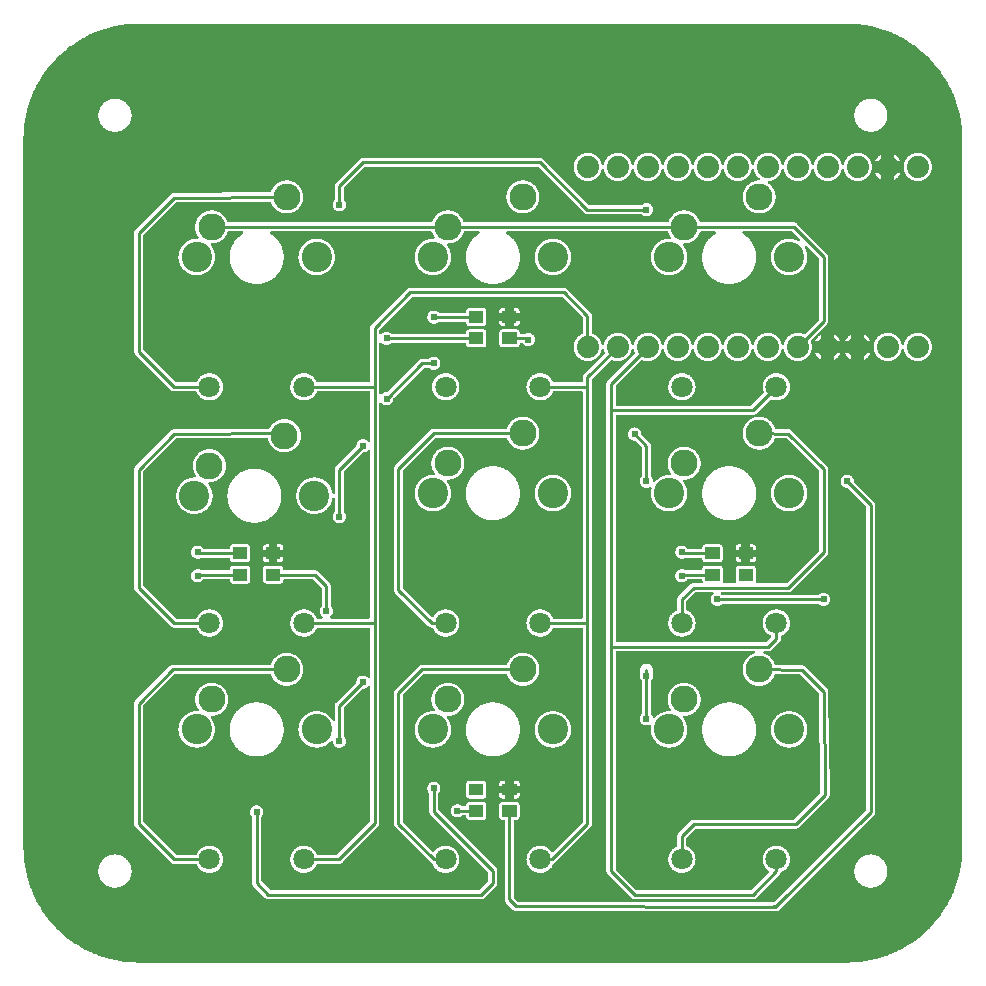
<source format=gbl>
G04 Layer: BottomLayer*
G04 EasyEDA v6.3.53, 2020-07-05T02:03:50+01:00*
G04 82ae3a4b42a8425995a6aefca007ea94,831979d3ac2e4a1db92824a7b243be6d,10*
G04 Gerber Generator version 0.2*
G04 Scale: 100 percent, Rotated: No, Reflected: No *
G04 Dimensions in millimeters *
G04 leading zeros omitted , absolute positions ,3 integer and 3 decimal *
%FSLAX33Y33*%
%MOMM*%
G90*
G71D02*

%ADD10C,0.254000*%
%ADD12C,0.609600*%
%ADD13R,1.199998X0.999998*%
%ADD14C,2.286000*%
%ADD15C,2.571496*%
%ADD16C,1.799996*%
%ADD17C,1.879600*%

%LPD*%
G36*
G01X70004Y79743D02*
G01X9995Y79743D01*
G01X9854Y79742D01*
G01X9712Y79739D01*
G01X9570Y79734D01*
G01X9429Y79726D01*
G01X9288Y79717D01*
G01X9146Y79706D01*
G01X9005Y79692D01*
G01X8865Y79677D01*
G01X8724Y79659D01*
G01X8584Y79640D01*
G01X8444Y79618D01*
G01X8304Y79594D01*
G01X8165Y79569D01*
G01X8026Y79541D01*
G01X7887Y79511D01*
G01X7749Y79480D01*
G01X7611Y79446D01*
G01X7474Y79410D01*
G01X7338Y79372D01*
G01X7202Y79333D01*
G01X7066Y79291D01*
G01X6932Y79247D01*
G01X6797Y79202D01*
G01X6664Y79154D01*
G01X6531Y79105D01*
G01X6399Y79053D01*
G01X6268Y79000D01*
G01X6137Y78945D01*
G01X6008Y78888D01*
G01X5879Y78829D01*
G01X5751Y78768D01*
G01X5624Y78705D01*
G01X5498Y78641D01*
G01X5373Y78574D01*
G01X5249Y78506D01*
G01X5125Y78436D01*
G01X5003Y78364D01*
G01X4882Y78291D01*
G01X4762Y78216D01*
G01X4643Y78139D01*
G01X4525Y78060D01*
G01X4409Y77979D01*
G01X4293Y77897D01*
G01X4179Y77814D01*
G01X4066Y77728D01*
G01X3954Y77641D01*
G01X3844Y77552D01*
G01X3735Y77462D01*
G01X3627Y77370D01*
G01X3520Y77277D01*
G01X3415Y77182D01*
G01X3312Y77085D01*
G01X3209Y76987D01*
G01X3108Y76888D01*
G01X3009Y76787D01*
G01X2911Y76684D01*
G01X2815Y76581D01*
G01X2720Y76475D01*
G01X2626Y76369D01*
G01X2534Y76261D01*
G01X2444Y76152D01*
G01X2355Y76041D01*
G01X2268Y75930D01*
G01X2183Y75817D01*
G01X2099Y75702D01*
G01X2017Y75587D01*
G01X1937Y75470D01*
G01X1858Y75352D01*
G01X1781Y75233D01*
G01X1706Y75113D01*
G01X1632Y74992D01*
G01X1561Y74870D01*
G01X1491Y74747D01*
G01X1423Y74623D01*
G01X1356Y74497D01*
G01X1292Y74371D01*
G01X1229Y74244D01*
G01X1168Y74116D01*
G01X1052Y73858D01*
G01X997Y73727D01*
G01X944Y73596D01*
G01X893Y73464D01*
G01X843Y73331D01*
G01X796Y73198D01*
G01X750Y73063D01*
G01X707Y72929D01*
G01X665Y72793D01*
G01X626Y72657D01*
G01X588Y72521D01*
G01X552Y72384D01*
G01X519Y72246D01*
G01X487Y72108D01*
G01X457Y71969D01*
G01X430Y71830D01*
G01X404Y71691D01*
G01X380Y71551D01*
G01X359Y71411D01*
G01X339Y71271D01*
G01X322Y71130D01*
G01X306Y70990D01*
G01X293Y70849D01*
G01X282Y70707D01*
G01X273Y70566D01*
G01X265Y70424D01*
G01X260Y70283D01*
G01X257Y70141D01*
G01X256Y70000D01*
G01X256Y10000D01*
G01X257Y9858D01*
G01X260Y9716D01*
G01X265Y9575D01*
G01X273Y9433D01*
G01X282Y9292D01*
G01X293Y9151D01*
G01X306Y9009D01*
G01X322Y8869D01*
G01X339Y8728D01*
G01X359Y8588D01*
G01X380Y8448D01*
G01X404Y8308D01*
G01X430Y8169D01*
G01X457Y8030D01*
G01X487Y7891D01*
G01X519Y7753D01*
G01X552Y7615D01*
G01X588Y7478D01*
G01X626Y7342D01*
G01X665Y7206D01*
G01X707Y7070D01*
G01X750Y6936D01*
G01X796Y6801D01*
G01X843Y6668D01*
G01X893Y6535D01*
G01X944Y6403D01*
G01X997Y6272D01*
G01X1052Y6141D01*
G01X1168Y5883D01*
G01X1229Y5755D01*
G01X1292Y5628D01*
G01X1356Y5502D01*
G01X1423Y5376D01*
G01X1491Y5252D01*
G01X1561Y5129D01*
G01X1632Y5007D01*
G01X1706Y4886D01*
G01X1781Y4766D01*
G01X1858Y4647D01*
G01X1937Y4529D01*
G01X2017Y4412D01*
G01X2099Y4297D01*
G01X2183Y4182D01*
G01X2268Y4069D01*
G01X2355Y3958D01*
G01X2444Y3847D01*
G01X2534Y3738D01*
G01X2626Y3630D01*
G01X2720Y3524D01*
G01X2815Y3418D01*
G01X2911Y3315D01*
G01X3009Y3212D01*
G01X3108Y3111D01*
G01X3209Y3012D01*
G01X3312Y2914D01*
G01X3415Y2817D01*
G01X3520Y2722D01*
G01X3627Y2629D01*
G01X3735Y2537D01*
G01X3844Y2447D01*
G01X3954Y2358D01*
G01X4066Y2271D01*
G01X4179Y2186D01*
G01X4293Y2102D01*
G01X4409Y2020D01*
G01X4525Y1939D01*
G01X4643Y1860D01*
G01X4762Y1783D01*
G01X4882Y1708D01*
G01X5003Y1635D01*
G01X5125Y1563D01*
G01X5249Y1493D01*
G01X5373Y1425D01*
G01X5498Y1358D01*
G01X5624Y1294D01*
G01X5751Y1231D01*
G01X5879Y1170D01*
G01X6008Y1111D01*
G01X6137Y1054D01*
G01X6268Y999D01*
G01X6399Y946D01*
G01X6531Y894D01*
G01X6664Y845D01*
G01X6797Y797D01*
G01X6932Y752D01*
G01X7066Y708D01*
G01X7202Y666D01*
G01X7338Y627D01*
G01X7474Y589D01*
G01X7611Y553D01*
G01X7749Y519D01*
G01X7887Y488D01*
G01X8026Y458D01*
G01X8165Y430D01*
G01X8304Y405D01*
G01X8444Y381D01*
G01X8584Y359D01*
G01X8724Y340D01*
G01X8865Y322D01*
G01X9005Y307D01*
G01X9146Y293D01*
G01X9288Y282D01*
G01X9429Y273D01*
G01X9570Y265D01*
G01X9712Y260D01*
G01X9854Y257D01*
G01X9995Y256D01*
G01X70004Y256D01*
G01X70145Y257D01*
G01X70287Y260D01*
G01X70428Y265D01*
G01X70570Y273D01*
G01X70711Y282D01*
G01X70852Y293D01*
G01X70993Y307D01*
G01X71134Y322D01*
G01X71275Y340D01*
G01X71415Y359D01*
G01X71555Y381D01*
G01X71694Y405D01*
G01X71834Y430D01*
G01X71973Y458D01*
G01X72111Y488D01*
G01X72249Y519D01*
G01X72387Y553D01*
G01X72524Y589D01*
G01X72660Y626D01*
G01X72796Y666D01*
G01X72932Y708D01*
G01X73066Y751D01*
G01X73200Y797D01*
G01X73334Y844D01*
G01X73467Y894D01*
G01X73598Y945D01*
G01X73730Y998D01*
G01X73860Y1054D01*
G01X73990Y1111D01*
G01X74119Y1170D01*
G01X74246Y1230D01*
G01X74373Y1293D01*
G01X74500Y1357D01*
G01X74625Y1424D01*
G01X74749Y1492D01*
G01X74872Y1562D01*
G01X74994Y1634D01*
G01X75115Y1707D01*
G01X75235Y1782D01*
G01X75354Y1859D01*
G01X75472Y1938D01*
G01X75588Y2018D01*
G01X75704Y2100D01*
G01X75818Y2184D01*
G01X75931Y2269D01*
G01X76043Y2357D01*
G01X76153Y2445D01*
G01X76262Y2535D01*
G01X76370Y2627D01*
G01X76477Y2721D01*
G01X76582Y2815D01*
G01X76685Y2912D01*
G01X76788Y3010D01*
G01X76889Y3109D01*
G01X76988Y3210D01*
G01X77086Y3312D01*
G01X77182Y3416D01*
G01X77277Y3521D01*
G01X77371Y3628D01*
G01X77463Y3735D01*
G01X77553Y3845D01*
G01X77641Y3955D01*
G01X77728Y4067D01*
G01X77814Y4180D01*
G01X77898Y4294D01*
G01X77980Y4409D01*
G01X78060Y4526D01*
G01X78139Y4644D01*
G01X78216Y4762D01*
G01X78291Y4882D01*
G01X78365Y5004D01*
G01X78436Y5126D01*
G01X78506Y5249D01*
G01X78574Y5373D01*
G01X78641Y5498D01*
G01X78705Y5624D01*
G01X78768Y5751D01*
G01X78829Y5879D01*
G01X78888Y6008D01*
G01X78945Y6137D01*
G01X79000Y6268D01*
G01X79053Y6399D01*
G01X79105Y6531D01*
G01X79154Y6664D01*
G01X79202Y6797D01*
G01X79247Y6931D01*
G01X79291Y7066D01*
G01X79332Y7201D01*
G01X79372Y7337D01*
G01X79410Y7474D01*
G01X79446Y7611D01*
G01X79479Y7748D01*
G01X79511Y7886D01*
G01X79541Y8025D01*
G01X79568Y8164D01*
G01X79594Y8303D01*
G01X79618Y8443D01*
G01X79639Y8583D01*
G01X79659Y8723D01*
G01X79676Y8863D01*
G01X79692Y9004D01*
G01X79705Y9145D01*
G01X79717Y9286D01*
G01X79726Y9428D01*
G01X79733Y9569D01*
G01X79739Y9710D01*
G01X79742Y9852D01*
G01X79743Y9994D01*
G01X79743Y70006D01*
G01X79742Y70147D01*
G01X79739Y70289D01*
G01X79733Y70430D01*
G01X79726Y70572D01*
G01X79717Y70713D01*
G01X79705Y70854D01*
G01X79692Y70995D01*
G01X79676Y71136D01*
G01X79659Y71276D01*
G01X79639Y71417D01*
G01X79618Y71557D01*
G01X79594Y71696D01*
G01X79568Y71836D01*
G01X79541Y71974D01*
G01X79511Y72113D01*
G01X79479Y72251D01*
G01X79446Y72388D01*
G01X79410Y72525D01*
G01X79372Y72662D01*
G01X79332Y72798D01*
G01X79291Y72933D01*
G01X79247Y73068D01*
G01X79202Y73202D01*
G01X79154Y73335D01*
G01X79105Y73468D01*
G01X79053Y73600D01*
G01X79000Y73731D01*
G01X78945Y73862D01*
G01X78888Y73991D01*
G01X78829Y74120D01*
G01X78768Y74248D01*
G01X78705Y74375D01*
G01X78641Y74501D01*
G01X78574Y74626D01*
G01X78506Y74750D01*
G01X78436Y74874D01*
G01X78365Y74996D01*
G01X78291Y75117D01*
G01X78216Y75237D01*
G01X78139Y75356D01*
G01X78060Y75473D01*
G01X77980Y75590D01*
G01X77898Y75705D01*
G01X77814Y75819D01*
G01X77728Y75932D01*
G01X77641Y76044D01*
G01X77553Y76154D01*
G01X77462Y76264D01*
G01X77371Y76371D01*
G01X77277Y76478D01*
G01X77182Y76583D01*
G01X77086Y76687D01*
G01X76988Y76789D01*
G01X76889Y76890D01*
G01X76788Y76989D01*
G01X76685Y77087D01*
G01X76582Y77184D01*
G01X76477Y77278D01*
G01X76370Y77372D01*
G01X76262Y77464D01*
G01X76153Y77554D01*
G01X76043Y77643D01*
G01X75931Y77730D01*
G01X75818Y77815D01*
G01X75704Y77899D01*
G01X75588Y77981D01*
G01X75472Y78061D01*
G01X75354Y78140D01*
G01X75235Y78217D01*
G01X75115Y78292D01*
G01X74994Y78366D01*
G01X74872Y78437D01*
G01X74749Y78507D01*
G01X74625Y78575D01*
G01X74499Y78642D01*
G01X74373Y78706D01*
G01X74246Y78769D01*
G01X74118Y78830D01*
G01X73990Y78888D01*
G01X73860Y78946D01*
G01X73730Y79001D01*
G01X73598Y79054D01*
G01X73466Y79105D01*
G01X73334Y79155D01*
G01X73200Y79202D01*
G01X73066Y79248D01*
G01X72932Y79291D01*
G01X72796Y79333D01*
G01X72660Y79373D01*
G01X72524Y79410D01*
G01X72387Y79446D01*
G01X72249Y79480D01*
G01X72111Y79511D01*
G01X71973Y79541D01*
G01X71834Y79569D01*
G01X71694Y79594D01*
G01X71555Y79618D01*
G01X71415Y79640D01*
G01X71275Y79659D01*
G01X71134Y79677D01*
G01X70993Y79692D01*
G01X70852Y79706D01*
G01X70711Y79717D01*
G01X70570Y79726D01*
G01X70428Y79734D01*
G01X70287Y79739D01*
G01X70145Y79742D01*
G01X70004Y79743D01*
G37*

%LPC*%
G36*
G01X16244Y63938D02*
G01X16190Y63939D01*
G01X16136Y63938D01*
G01X16082Y63935D01*
G01X16029Y63930D01*
G01X15976Y63923D01*
G01X15923Y63913D01*
G01X15871Y63902D01*
G01X15819Y63889D01*
G01X15767Y63874D01*
G01X15716Y63857D01*
G01X15666Y63838D01*
G01X15617Y63817D01*
G01X15569Y63794D01*
G01X15521Y63769D01*
G01X15474Y63742D01*
G01X15429Y63714D01*
G01X15384Y63684D01*
G01X15341Y63653D01*
G01X15299Y63619D01*
G01X15258Y63584D01*
G01X15219Y63548D01*
G01X15181Y63510D01*
G01X15145Y63471D01*
G01X15110Y63430D01*
G01X15076Y63388D01*
G01X15045Y63345D01*
G01X15015Y63300D01*
G01X14987Y63255D01*
G01X14960Y63208D01*
G01X14935Y63160D01*
G01X14912Y63112D01*
G01X14891Y63063D01*
G01X14872Y63013D01*
G01X14855Y62962D01*
G01X14840Y62910D01*
G01X14827Y62858D01*
G01X14816Y62806D01*
G01X14806Y62753D01*
G01X14799Y62700D01*
G01X14794Y62647D01*
G01X14791Y62593D01*
G01X14790Y62539D01*
G01X14791Y62483D01*
G01X14794Y62427D01*
G01X14800Y62372D01*
G01X14808Y62316D01*
G01X14818Y62261D01*
G01X14830Y62206D01*
G01X14845Y62152D01*
G01X14861Y62099D01*
G01X14880Y62046D01*
G01X14901Y61994D01*
G01X14924Y61943D01*
G01X14949Y61892D01*
G01X14975Y61843D01*
G01X15004Y61795D01*
G01X15035Y61748D01*
G01X15068Y61703D01*
G01X15076Y61689D01*
G01X15083Y61674D01*
G01X15086Y61658D01*
G01X15088Y61642D01*
G01X15087Y61628D01*
G01X15084Y61613D01*
G01X15079Y61600D01*
G01X15072Y61587D01*
G01X15063Y61575D01*
G01X15053Y61565D01*
G01X15041Y61557D01*
G01X15028Y61550D01*
G01X15015Y61545D01*
G01X15001Y61541D01*
G01X14986Y61540D01*
G01X14982Y61540D01*
G01X14920Y61542D01*
G01X14863Y61541D01*
G01X14807Y61538D01*
G01X14751Y61533D01*
G01X14695Y61525D01*
G01X14639Y61516D01*
G01X14584Y61505D01*
G01X14529Y61492D01*
G01X14475Y61476D01*
G01X14422Y61459D01*
G01X14369Y61440D01*
G01X14316Y61419D01*
G01X14265Y61396D01*
G01X14214Y61371D01*
G01X14165Y61344D01*
G01X14116Y61316D01*
G01X14069Y61286D01*
G01X14022Y61254D01*
G01X13977Y61220D01*
G01X13933Y61185D01*
G01X13890Y61148D01*
G01X13849Y61110D01*
G01X13809Y61070D01*
G01X13771Y61029D01*
G01X13734Y60986D01*
G01X13699Y60942D01*
G01X13665Y60897D01*
G01X13633Y60850D01*
G01X13603Y60803D01*
G01X13575Y60754D01*
G01X13548Y60705D01*
G01X13523Y60654D01*
G01X13500Y60603D01*
G01X13479Y60550D01*
G01X13460Y60497D01*
G01X13443Y60444D01*
G01X13427Y60390D01*
G01X13414Y60335D01*
G01X13403Y60280D01*
G01X13394Y60224D01*
G01X13386Y60168D01*
G01X13381Y60112D01*
G01X13378Y60056D01*
G01X13377Y59999D01*
G01X13378Y59943D01*
G01X13381Y59887D01*
G01X13386Y59831D01*
G01X13394Y59775D01*
G01X13403Y59719D01*
G01X13414Y59664D01*
G01X13427Y59609D01*
G01X13443Y59555D01*
G01X13460Y59502D01*
G01X13479Y59449D01*
G01X13500Y59396D01*
G01X13523Y59345D01*
G01X13548Y59294D01*
G01X13575Y59245D01*
G01X13603Y59196D01*
G01X13633Y59149D01*
G01X13665Y59102D01*
G01X13699Y59057D01*
G01X13734Y59013D01*
G01X13771Y58970D01*
G01X13809Y58929D01*
G01X13849Y58889D01*
G01X13890Y58851D01*
G01X13933Y58814D01*
G01X13977Y58779D01*
G01X14022Y58745D01*
G01X14069Y58713D01*
G01X14116Y58683D01*
G01X14165Y58655D01*
G01X14214Y58628D01*
G01X14265Y58603D01*
G01X14316Y58580D01*
G01X14369Y58559D01*
G01X14422Y58540D01*
G01X14475Y58523D01*
G01X14529Y58507D01*
G01X14584Y58494D01*
G01X14639Y58483D01*
G01X14695Y58474D01*
G01X14751Y58466D01*
G01X14807Y58461D01*
G01X14863Y58458D01*
G01X14920Y58457D01*
G01X14976Y58458D01*
G01X15032Y58461D01*
G01X15088Y58466D01*
G01X15144Y58474D01*
G01X15200Y58483D01*
G01X15255Y58494D01*
G01X15310Y58507D01*
G01X15364Y58523D01*
G01X15417Y58540D01*
G01X15470Y58559D01*
G01X15523Y58580D01*
G01X15574Y58603D01*
G01X15625Y58628D01*
G01X15674Y58655D01*
G01X15723Y58683D01*
G01X15770Y58713D01*
G01X15817Y58745D01*
G01X15862Y58779D01*
G01X15906Y58814D01*
G01X15949Y58851D01*
G01X15990Y58889D01*
G01X16030Y58929D01*
G01X16068Y58970D01*
G01X16105Y59013D01*
G01X16140Y59057D01*
G01X16174Y59102D01*
G01X16206Y59149D01*
G01X16236Y59196D01*
G01X16264Y59245D01*
G01X16291Y59294D01*
G01X16316Y59345D01*
G01X16339Y59396D01*
G01X16360Y59449D01*
G01X16379Y59502D01*
G01X16396Y59555D01*
G01X16412Y59609D01*
G01X16425Y59664D01*
G01X16436Y59719D01*
G01X16445Y59775D01*
G01X16453Y59831D01*
G01X16458Y59887D01*
G01X16461Y59943D01*
G01X16462Y59999D01*
G01X16461Y60058D01*
G01X16457Y60117D01*
G01X16452Y60175D01*
G01X16444Y60233D01*
G01X16434Y60291D01*
G01X16422Y60348D01*
G01X16408Y60405D01*
G01X16391Y60461D01*
G01X16372Y60517D01*
G01X16352Y60572D01*
G01X16329Y60626D01*
G01X16304Y60679D01*
G01X16277Y60731D01*
G01X16249Y60782D01*
G01X16218Y60832D01*
G01X16185Y60881D01*
G01X16151Y60928D01*
G01X16115Y60974D01*
G01X16105Y60988D01*
G01X16098Y61004D01*
G01X16093Y61021D01*
G01X16092Y61038D01*
G01X16093Y61053D01*
G01X16096Y61067D01*
G01X16101Y61080D01*
G01X16108Y61093D01*
G01X16117Y61105D01*
G01X16127Y61115D01*
G01X16138Y61124D01*
G01X16151Y61131D01*
G01X16165Y61136D01*
G01X16179Y61139D01*
G01X16193Y61140D01*
G01X16247Y61141D01*
G01X16301Y61144D01*
G01X16355Y61150D01*
G01X16409Y61157D01*
G01X16462Y61167D01*
G01X16515Y61178D01*
G01X16568Y61192D01*
G01X16620Y61208D01*
G01X16671Y61225D01*
G01X16721Y61245D01*
G01X16771Y61267D01*
G01X16820Y61290D01*
G01X16868Y61315D01*
G01X16915Y61342D01*
G01X16961Y61371D01*
G01X17005Y61402D01*
G01X17049Y61435D01*
G01X17091Y61469D01*
G01X17131Y61504D01*
G01X17171Y61542D01*
G01X17209Y61580D01*
G01X17245Y61620D01*
G01X17280Y61662D01*
G01X17313Y61705D01*
G01X17344Y61749D01*
G01X17374Y61794D01*
G01X17402Y61841D01*
G01X17428Y61888D01*
G01X17453Y61937D01*
G01X17475Y61986D01*
G01X17495Y62036D01*
G01X17514Y62087D01*
G01X17520Y62102D01*
G01X17529Y62115D01*
G01X17539Y62127D01*
G01X17551Y62137D01*
G01X17564Y62145D01*
G01X17579Y62151D01*
G01X17594Y62155D01*
G01X17610Y62156D01*
G01X18779Y62156D01*
G01X18793Y62155D01*
G01X18807Y62152D01*
G01X18821Y62147D01*
G01X18834Y62140D01*
G01X18845Y62131D01*
G01X18855Y62121D01*
G01X18864Y62109D01*
G01X18871Y62096D01*
G01X18876Y62083D01*
G01X18879Y62069D01*
G01X18880Y62054D01*
G01X18879Y62039D01*
G01X18876Y62025D01*
G01X18870Y62011D01*
G01X18863Y61998D01*
G01X18854Y61986D01*
G01X18843Y61975D01*
G01X18831Y61967D01*
G01X18771Y61930D01*
G01X18713Y61892D01*
G01X18656Y61852D01*
G01X18600Y61810D01*
G01X18546Y61767D01*
G01X18493Y61722D01*
G01X18441Y61675D01*
G01X18391Y61627D01*
G01X18342Y61577D01*
G01X18295Y61526D01*
G01X18249Y61474D01*
G01X18205Y61420D01*
G01X18163Y61364D01*
G01X18122Y61308D01*
G01X18083Y61250D01*
G01X18046Y61191D01*
G01X18010Y61131D01*
G01X17977Y61070D01*
G01X17945Y61008D01*
G01X17916Y60945D01*
G01X17888Y60881D01*
G01X17862Y60817D01*
G01X17838Y60751D01*
G01X17816Y60685D01*
G01X17796Y60618D01*
G01X17778Y60551D01*
G01X17763Y60483D01*
G01X17749Y60415D01*
G01X17737Y60346D01*
G01X17728Y60277D01*
G01X17720Y60208D01*
G01X17715Y60139D01*
G01X17712Y60069D01*
G01X17711Y59999D01*
G01X17712Y59930D01*
G01X17715Y59861D01*
G01X17720Y59792D01*
G01X17728Y59724D01*
G01X17737Y59655D01*
G01X17748Y59587D01*
G01X17762Y59519D01*
G01X17777Y59452D01*
G01X17795Y59385D01*
G01X17815Y59319D01*
G01X17836Y59253D01*
G01X17860Y59188D01*
G01X17885Y59124D01*
G01X17913Y59060D01*
G01X17942Y58998D01*
G01X17973Y58936D01*
G01X18006Y58875D01*
G01X18041Y58815D01*
G01X18078Y58757D01*
G01X18116Y58699D01*
G01X18156Y58643D01*
G01X18198Y58588D01*
G01X18241Y58534D01*
G01X18286Y58482D01*
G01X18333Y58431D01*
G01X18381Y58381D01*
G01X18431Y58333D01*
G01X18482Y58286D01*
G01X18534Y58241D01*
G01X18588Y58198D01*
G01X18643Y58156D01*
G01X18699Y58116D01*
G01X18757Y58078D01*
G01X18816Y58041D01*
G01X18875Y58006D01*
G01X18936Y57973D01*
G01X18998Y57942D01*
G01X19060Y57912D01*
G01X19124Y57885D01*
G01X19188Y57860D01*
G01X19253Y57836D01*
G01X19319Y57814D01*
G01X19385Y57795D01*
G01X19452Y57777D01*
G01X19519Y57762D01*
G01X19587Y57748D01*
G01X19655Y57737D01*
G01X19724Y57728D01*
G01X19792Y57720D01*
G01X19861Y57715D01*
G01X19930Y57712D01*
G01X19999Y57711D01*
G01X20069Y57712D01*
G01X20138Y57715D01*
G01X20207Y57720D01*
G01X20275Y57728D01*
G01X20344Y57737D01*
G01X20412Y57748D01*
G01X20480Y57762D01*
G01X20547Y57777D01*
G01X20614Y57795D01*
G01X20680Y57814D01*
G01X20746Y57836D01*
G01X20811Y57860D01*
G01X20875Y57885D01*
G01X20939Y57912D01*
G01X21001Y57942D01*
G01X21063Y57973D01*
G01X21124Y58006D01*
G01X21183Y58041D01*
G01X21242Y58078D01*
G01X21300Y58116D01*
G01X21356Y58156D01*
G01X21411Y58198D01*
G01X21465Y58241D01*
G01X21517Y58286D01*
G01X21568Y58333D01*
G01X21618Y58381D01*
G01X21666Y58431D01*
G01X21712Y58482D01*
G01X21758Y58534D01*
G01X21801Y58588D01*
G01X21843Y58643D01*
G01X21883Y58699D01*
G01X21921Y58757D01*
G01X21958Y58815D01*
G01X21993Y58875D01*
G01X22026Y58936D01*
G01X22057Y58998D01*
G01X22086Y59060D01*
G01X22114Y59124D01*
G01X22139Y59188D01*
G01X22163Y59253D01*
G01X22184Y59319D01*
G01X22204Y59385D01*
G01X22222Y59452D01*
G01X22237Y59519D01*
G01X22251Y59587D01*
G01X22262Y59655D01*
G01X22271Y59724D01*
G01X22279Y59792D01*
G01X22284Y59861D01*
G01X22287Y59930D01*
G01X22288Y59999D01*
G01X22287Y60069D01*
G01X22284Y60139D01*
G01X22278Y60208D01*
G01X22271Y60277D01*
G01X22262Y60346D01*
G01X22250Y60415D01*
G01X22236Y60483D01*
G01X22221Y60551D01*
G01X22203Y60618D01*
G01X22183Y60685D01*
G01X22161Y60751D01*
G01X22137Y60817D01*
G01X22111Y60881D01*
G01X22083Y60945D01*
G01X22054Y61008D01*
G01X22022Y61070D01*
G01X21988Y61131D01*
G01X21953Y61191D01*
G01X21916Y61250D01*
G01X21877Y61308D01*
G01X21836Y61364D01*
G01X21794Y61420D01*
G01X21750Y61474D01*
G01X21704Y61526D01*
G01X21657Y61577D01*
G01X21608Y61627D01*
G01X21558Y61675D01*
G01X21506Y61722D01*
G01X21453Y61767D01*
G01X21399Y61810D01*
G01X21343Y61852D01*
G01X21286Y61892D01*
G01X21228Y61930D01*
G01X21168Y61967D01*
G01X21156Y61975D01*
G01X21145Y61986D01*
G01X21136Y61998D01*
G01X21128Y62011D01*
G01X21123Y62025D01*
G01X21120Y62039D01*
G01X21119Y62054D01*
G01X21120Y62069D01*
G01X21123Y62083D01*
G01X21128Y62096D01*
G01X21135Y62109D01*
G01X21143Y62121D01*
G01X21154Y62131D01*
G01X21165Y62140D01*
G01X21178Y62147D01*
G01X21192Y62152D01*
G01X21206Y62155D01*
G01X21220Y62156D01*
G01X34769Y62156D01*
G01X34785Y62155D01*
G01X34800Y62151D01*
G01X34815Y62145D01*
G01X34828Y62137D01*
G01X34840Y62127D01*
G01X34850Y62115D01*
G01X34859Y62102D01*
G01X34865Y62087D01*
G01X34884Y62036D01*
G01X34904Y61985D01*
G01X34927Y61936D01*
G01X34951Y61887D01*
G01X34978Y61839D01*
G01X35006Y61793D01*
G01X35036Y61747D01*
G01X35068Y61703D01*
G01X35076Y61689D01*
G01X35083Y61674D01*
G01X35086Y61658D01*
G01X35088Y61642D01*
G01X35087Y61628D01*
G01X35084Y61613D01*
G01X35079Y61600D01*
G01X35072Y61587D01*
G01X35063Y61575D01*
G01X35053Y61565D01*
G01X35041Y61557D01*
G01X35028Y61550D01*
G01X35015Y61545D01*
G01X35001Y61541D01*
G01X34986Y61540D01*
G01X34982Y61540D01*
G01X34919Y61542D01*
G01X34863Y61541D01*
G01X34807Y61538D01*
G01X34751Y61533D01*
G01X34695Y61525D01*
G01X34639Y61516D01*
G01X34584Y61505D01*
G01X34529Y61492D01*
G01X34475Y61476D01*
G01X34422Y61459D01*
G01X34369Y61440D01*
G01X34316Y61419D01*
G01X34265Y61396D01*
G01X34214Y61371D01*
G01X34165Y61344D01*
G01X34116Y61316D01*
G01X34069Y61286D01*
G01X34022Y61254D01*
G01X33977Y61220D01*
G01X33933Y61185D01*
G01X33890Y61148D01*
G01X33849Y61110D01*
G01X33809Y61070D01*
G01X33771Y61029D01*
G01X33734Y60986D01*
G01X33699Y60942D01*
G01X33665Y60897D01*
G01X33633Y60850D01*
G01X33603Y60803D01*
G01X33575Y60754D01*
G01X33548Y60705D01*
G01X33523Y60654D01*
G01X33500Y60603D01*
G01X33479Y60550D01*
G01X33460Y60497D01*
G01X33443Y60444D01*
G01X33427Y60390D01*
G01X33414Y60335D01*
G01X33403Y60280D01*
G01X33394Y60224D01*
G01X33386Y60168D01*
G01X33381Y60112D01*
G01X33378Y60056D01*
G01X33377Y59999D01*
G01X33378Y59943D01*
G01X33381Y59887D01*
G01X33386Y59831D01*
G01X33394Y59775D01*
G01X33403Y59719D01*
G01X33414Y59664D01*
G01X33427Y59609D01*
G01X33443Y59555D01*
G01X33460Y59502D01*
G01X33479Y59449D01*
G01X33500Y59396D01*
G01X33523Y59345D01*
G01X33548Y59294D01*
G01X33575Y59245D01*
G01X33603Y59196D01*
G01X33633Y59149D01*
G01X33665Y59102D01*
G01X33699Y59057D01*
G01X33734Y59013D01*
G01X33771Y58970D01*
G01X33809Y58929D01*
G01X33849Y58889D01*
G01X33890Y58851D01*
G01X33933Y58814D01*
G01X33977Y58779D01*
G01X34022Y58745D01*
G01X34069Y58713D01*
G01X34116Y58683D01*
G01X34165Y58655D01*
G01X34214Y58628D01*
G01X34265Y58603D01*
G01X34316Y58580D01*
G01X34369Y58559D01*
G01X34422Y58540D01*
G01X34475Y58523D01*
G01X34529Y58507D01*
G01X34584Y58494D01*
G01X34639Y58483D01*
G01X34695Y58474D01*
G01X34751Y58466D01*
G01X34807Y58461D01*
G01X34863Y58458D01*
G01X34919Y58457D01*
G01X34976Y58458D01*
G01X35032Y58461D01*
G01X35088Y58466D01*
G01X35144Y58474D01*
G01X35200Y58483D01*
G01X35255Y58494D01*
G01X35310Y58507D01*
G01X35364Y58523D01*
G01X35417Y58540D01*
G01X35470Y58559D01*
G01X35523Y58580D01*
G01X35574Y58603D01*
G01X35625Y58628D01*
G01X35674Y58655D01*
G01X35723Y58683D01*
G01X35770Y58713D01*
G01X35817Y58745D01*
G01X35862Y58779D01*
G01X35906Y58814D01*
G01X35949Y58851D01*
G01X35990Y58889D01*
G01X36030Y58929D01*
G01X36068Y58970D01*
G01X36105Y59013D01*
G01X36140Y59057D01*
G01X36174Y59102D01*
G01X36206Y59149D01*
G01X36236Y59196D01*
G01X36264Y59245D01*
G01X36291Y59294D01*
G01X36316Y59345D01*
G01X36339Y59396D01*
G01X36360Y59449D01*
G01X36379Y59502D01*
G01X36396Y59555D01*
G01X36412Y59609D01*
G01X36425Y59664D01*
G01X36436Y59719D01*
G01X36445Y59775D01*
G01X36453Y59831D01*
G01X36458Y59887D01*
G01X36461Y59943D01*
G01X36462Y59999D01*
G01X36461Y60058D01*
G01X36457Y60117D01*
G01X36452Y60175D01*
G01X36444Y60233D01*
G01X36434Y60291D01*
G01X36422Y60348D01*
G01X36408Y60405D01*
G01X36391Y60461D01*
G01X36372Y60517D01*
G01X36352Y60572D01*
G01X36329Y60626D01*
G01X36304Y60679D01*
G01X36277Y60731D01*
G01X36249Y60782D01*
G01X36218Y60832D01*
G01X36185Y60881D01*
G01X36151Y60928D01*
G01X36115Y60974D01*
G01X36105Y60988D01*
G01X36098Y61004D01*
G01X36093Y61021D01*
G01X36092Y61038D01*
G01X36093Y61053D01*
G01X36096Y61067D01*
G01X36101Y61080D01*
G01X36108Y61093D01*
G01X36117Y61105D01*
G01X36127Y61115D01*
G01X36138Y61124D01*
G01X36151Y61131D01*
G01X36165Y61136D01*
G01X36179Y61139D01*
G01X36193Y61140D01*
G01X36247Y61141D01*
G01X36301Y61144D01*
G01X36355Y61150D01*
G01X36409Y61157D01*
G01X36462Y61167D01*
G01X36515Y61178D01*
G01X36568Y61192D01*
G01X36620Y61208D01*
G01X36671Y61225D01*
G01X36721Y61245D01*
G01X36771Y61267D01*
G01X36820Y61290D01*
G01X36868Y61315D01*
G01X36915Y61342D01*
G01X36960Y61371D01*
G01X37005Y61402D01*
G01X37049Y61435D01*
G01X37091Y61469D01*
G01X37131Y61504D01*
G01X37171Y61542D01*
G01X37209Y61580D01*
G01X37245Y61620D01*
G01X37280Y61662D01*
G01X37313Y61705D01*
G01X37344Y61749D01*
G01X37374Y61794D01*
G01X37402Y61841D01*
G01X37428Y61888D01*
G01X37453Y61937D01*
G01X37475Y61986D01*
G01X37495Y62036D01*
G01X37514Y62087D01*
G01X37520Y62102D01*
G01X37529Y62115D01*
G01X37539Y62127D01*
G01X37551Y62137D01*
G01X37564Y62145D01*
G01X37579Y62151D01*
G01X37594Y62155D01*
G01X37610Y62156D01*
G01X38779Y62156D01*
G01X38793Y62155D01*
G01X38807Y62152D01*
G01X38821Y62147D01*
G01X38834Y62140D01*
G01X38845Y62131D01*
G01X38855Y62121D01*
G01X38864Y62109D01*
G01X38871Y62096D01*
G01X38876Y62083D01*
G01X38879Y62069D01*
G01X38880Y62054D01*
G01X38879Y62039D01*
G01X38876Y62025D01*
G01X38870Y62011D01*
G01X38863Y61998D01*
G01X38854Y61986D01*
G01X38843Y61975D01*
G01X38831Y61967D01*
G01X38771Y61930D01*
G01X38713Y61892D01*
G01X38656Y61852D01*
G01X38600Y61810D01*
G01X38546Y61767D01*
G01X38493Y61722D01*
G01X38441Y61675D01*
G01X38391Y61627D01*
G01X38342Y61577D01*
G01X38295Y61526D01*
G01X38249Y61474D01*
G01X38205Y61420D01*
G01X38163Y61364D01*
G01X38122Y61308D01*
G01X38083Y61250D01*
G01X38046Y61191D01*
G01X38010Y61131D01*
G01X37977Y61070D01*
G01X37945Y61008D01*
G01X37915Y60945D01*
G01X37888Y60881D01*
G01X37862Y60817D01*
G01X37838Y60751D01*
G01X37816Y60685D01*
G01X37796Y60618D01*
G01X37778Y60551D01*
G01X37763Y60483D01*
G01X37749Y60415D01*
G01X37737Y60346D01*
G01X37728Y60277D01*
G01X37720Y60208D01*
G01X37715Y60139D01*
G01X37712Y60069D01*
G01X37711Y59999D01*
G01X37712Y59930D01*
G01X37715Y59861D01*
G01X37720Y59792D01*
G01X37728Y59724D01*
G01X37737Y59655D01*
G01X37748Y59587D01*
G01X37762Y59519D01*
G01X37777Y59452D01*
G01X37795Y59385D01*
G01X37815Y59319D01*
G01X37836Y59253D01*
G01X37860Y59188D01*
G01X37885Y59124D01*
G01X37913Y59060D01*
G01X37942Y58998D01*
G01X37973Y58936D01*
G01X38006Y58875D01*
G01X38041Y58815D01*
G01X38078Y58757D01*
G01X38116Y58699D01*
G01X38156Y58643D01*
G01X38198Y58588D01*
G01X38241Y58534D01*
G01X38286Y58482D01*
G01X38333Y58431D01*
G01X38381Y58381D01*
G01X38431Y58333D01*
G01X38482Y58286D01*
G01X38534Y58241D01*
G01X38588Y58198D01*
G01X38643Y58156D01*
G01X38699Y58116D01*
G01X38757Y58078D01*
G01X38815Y58041D01*
G01X38875Y58006D01*
G01X38936Y57973D01*
G01X38998Y57942D01*
G01X39060Y57912D01*
G01X39124Y57885D01*
G01X39188Y57860D01*
G01X39253Y57836D01*
G01X39319Y57814D01*
G01X39385Y57795D01*
G01X39452Y57777D01*
G01X39519Y57762D01*
G01X39587Y57748D01*
G01X39655Y57737D01*
G01X39724Y57728D01*
G01X39792Y57720D01*
G01X39861Y57715D01*
G01X39930Y57712D01*
G01X39999Y57711D01*
G01X40069Y57712D01*
G01X40138Y57715D01*
G01X40207Y57720D01*
G01X40275Y57728D01*
G01X40344Y57737D01*
G01X40412Y57748D01*
G01X40480Y57762D01*
G01X40547Y57777D01*
G01X40614Y57795D01*
G01X40680Y57814D01*
G01X40746Y57836D01*
G01X40811Y57860D01*
G01X40875Y57885D01*
G01X40939Y57912D01*
G01X41001Y57942D01*
G01X41063Y57973D01*
G01X41124Y58006D01*
G01X41183Y58041D01*
G01X41242Y58078D01*
G01X41299Y58116D01*
G01X41356Y58156D01*
G01X41411Y58198D01*
G01X41465Y58241D01*
G01X41517Y58286D01*
G01X41568Y58333D01*
G01X41618Y58381D01*
G01X41666Y58431D01*
G01X41712Y58482D01*
G01X41757Y58534D01*
G01X41801Y58588D01*
G01X41843Y58643D01*
G01X41883Y58699D01*
G01X41921Y58757D01*
G01X41958Y58815D01*
G01X41993Y58875D01*
G01X42026Y58936D01*
G01X42057Y58998D01*
G01X42086Y59060D01*
G01X42114Y59124D01*
G01X42139Y59188D01*
G01X42163Y59253D01*
G01X42184Y59319D01*
G01X42204Y59385D01*
G01X42221Y59452D01*
G01X42237Y59519D01*
G01X42250Y59587D01*
G01X42262Y59655D01*
G01X42271Y59724D01*
G01X42279Y59792D01*
G01X42284Y59861D01*
G01X42287Y59930D01*
G01X42288Y59999D01*
G01X42287Y60069D01*
G01X42284Y60139D01*
G01X42278Y60208D01*
G01X42271Y60277D01*
G01X42262Y60346D01*
G01X42250Y60415D01*
G01X42236Y60483D01*
G01X42220Y60551D01*
G01X42203Y60618D01*
G01X42183Y60685D01*
G01X42161Y60751D01*
G01X42137Y60817D01*
G01X42111Y60881D01*
G01X42083Y60945D01*
G01X42054Y61008D01*
G01X42022Y61070D01*
G01X41988Y61131D01*
G01X41953Y61191D01*
G01X41916Y61250D01*
G01X41877Y61308D01*
G01X41836Y61364D01*
G01X41794Y61420D01*
G01X41750Y61474D01*
G01X41704Y61526D01*
G01X41657Y61577D01*
G01X41608Y61627D01*
G01X41558Y61675D01*
G01X41506Y61722D01*
G01X41453Y61767D01*
G01X41399Y61810D01*
G01X41343Y61852D01*
G01X41286Y61892D01*
G01X41228Y61930D01*
G01X41168Y61967D01*
G01X41156Y61975D01*
G01X41145Y61986D01*
G01X41136Y61998D01*
G01X41128Y62011D01*
G01X41123Y62025D01*
G01X41120Y62039D01*
G01X41119Y62054D01*
G01X41120Y62069D01*
G01X41123Y62083D01*
G01X41128Y62096D01*
G01X41135Y62109D01*
G01X41143Y62121D01*
G01X41154Y62131D01*
G01X41165Y62140D01*
G01X41178Y62147D01*
G01X41192Y62152D01*
G01X41206Y62155D01*
G01X41220Y62156D01*
G01X54769Y62156D01*
G01X54785Y62155D01*
G01X54800Y62151D01*
G01X54815Y62145D01*
G01X54828Y62137D01*
G01X54840Y62127D01*
G01X54850Y62115D01*
G01X54859Y62102D01*
G01X54865Y62087D01*
G01X54884Y62036D01*
G01X54904Y61985D01*
G01X54927Y61936D01*
G01X54951Y61887D01*
G01X54978Y61839D01*
G01X55006Y61793D01*
G01X55036Y61747D01*
G01X55068Y61703D01*
G01X55076Y61689D01*
G01X55083Y61674D01*
G01X55086Y61658D01*
G01X55088Y61642D01*
G01X55087Y61628D01*
G01X55084Y61613D01*
G01X55079Y61600D01*
G01X55072Y61587D01*
G01X55063Y61575D01*
G01X55053Y61565D01*
G01X55041Y61557D01*
G01X55028Y61550D01*
G01X55015Y61545D01*
G01X55001Y61541D01*
G01X54986Y61540D01*
G01X54982Y61540D01*
G01X54920Y61542D01*
G01X54863Y61541D01*
G01X54807Y61538D01*
G01X54751Y61533D01*
G01X54695Y61525D01*
G01X54639Y61516D01*
G01X54584Y61505D01*
G01X54529Y61492D01*
G01X54475Y61476D01*
G01X54422Y61459D01*
G01X54369Y61440D01*
G01X54316Y61419D01*
G01X54265Y61396D01*
G01X54214Y61371D01*
G01X54165Y61344D01*
G01X54116Y61316D01*
G01X54069Y61286D01*
G01X54022Y61254D01*
G01X53977Y61220D01*
G01X53933Y61185D01*
G01X53890Y61148D01*
G01X53849Y61110D01*
G01X53809Y61070D01*
G01X53771Y61029D01*
G01X53734Y60986D01*
G01X53699Y60942D01*
G01X53665Y60897D01*
G01X53633Y60850D01*
G01X53603Y60803D01*
G01X53575Y60754D01*
G01X53548Y60705D01*
G01X53523Y60654D01*
G01X53500Y60603D01*
G01X53479Y60550D01*
G01X53460Y60497D01*
G01X53443Y60444D01*
G01X53427Y60390D01*
G01X53414Y60335D01*
G01X53403Y60280D01*
G01X53394Y60224D01*
G01X53386Y60168D01*
G01X53381Y60112D01*
G01X53378Y60056D01*
G01X53377Y59999D01*
G01X53378Y59943D01*
G01X53381Y59887D01*
G01X53386Y59831D01*
G01X53394Y59775D01*
G01X53403Y59719D01*
G01X53414Y59664D01*
G01X53427Y59609D01*
G01X53443Y59555D01*
G01X53460Y59502D01*
G01X53479Y59449D01*
G01X53500Y59396D01*
G01X53523Y59345D01*
G01X53548Y59294D01*
G01X53575Y59245D01*
G01X53603Y59196D01*
G01X53633Y59149D01*
G01X53665Y59102D01*
G01X53699Y59057D01*
G01X53734Y59013D01*
G01X53771Y58970D01*
G01X53809Y58929D01*
G01X53849Y58889D01*
G01X53890Y58851D01*
G01X53933Y58814D01*
G01X53977Y58779D01*
G01X54022Y58745D01*
G01X54069Y58713D01*
G01X54116Y58683D01*
G01X54165Y58655D01*
G01X54214Y58628D01*
G01X54265Y58603D01*
G01X54316Y58580D01*
G01X54369Y58559D01*
G01X54422Y58540D01*
G01X54475Y58523D01*
G01X54529Y58507D01*
G01X54584Y58494D01*
G01X54639Y58483D01*
G01X54695Y58474D01*
G01X54751Y58466D01*
G01X54807Y58461D01*
G01X54863Y58458D01*
G01X54920Y58457D01*
G01X54976Y58458D01*
G01X55032Y58461D01*
G01X55088Y58466D01*
G01X55144Y58474D01*
G01X55200Y58483D01*
G01X55255Y58494D01*
G01X55310Y58507D01*
G01X55364Y58523D01*
G01X55417Y58540D01*
G01X55470Y58559D01*
G01X55523Y58580D01*
G01X55574Y58603D01*
G01X55625Y58628D01*
G01X55674Y58655D01*
G01X55723Y58683D01*
G01X55770Y58713D01*
G01X55817Y58745D01*
G01X55862Y58779D01*
G01X55906Y58814D01*
G01X55949Y58851D01*
G01X55990Y58889D01*
G01X56030Y58929D01*
G01X56068Y58970D01*
G01X56105Y59013D01*
G01X56140Y59057D01*
G01X56174Y59102D01*
G01X56206Y59149D01*
G01X56236Y59196D01*
G01X56264Y59245D01*
G01X56291Y59294D01*
G01X56316Y59345D01*
G01X56339Y59396D01*
G01X56360Y59449D01*
G01X56379Y59502D01*
G01X56396Y59555D01*
G01X56412Y59609D01*
G01X56425Y59664D01*
G01X56436Y59719D01*
G01X56445Y59775D01*
G01X56453Y59831D01*
G01X56458Y59887D01*
G01X56461Y59943D01*
G01X56462Y59999D01*
G01X56461Y60058D01*
G01X56457Y60117D01*
G01X56452Y60175D01*
G01X56444Y60233D01*
G01X56434Y60291D01*
G01X56422Y60348D01*
G01X56408Y60405D01*
G01X56391Y60461D01*
G01X56372Y60517D01*
G01X56352Y60572D01*
G01X56329Y60626D01*
G01X56304Y60679D01*
G01X56277Y60731D01*
G01X56249Y60782D01*
G01X56218Y60832D01*
G01X56185Y60881D01*
G01X56151Y60928D01*
G01X56115Y60974D01*
G01X56105Y60988D01*
G01X56098Y61004D01*
G01X56093Y61021D01*
G01X56092Y61038D01*
G01X56093Y61053D01*
G01X56096Y61067D01*
G01X56101Y61080D01*
G01X56108Y61093D01*
G01X56117Y61105D01*
G01X56127Y61115D01*
G01X56138Y61124D01*
G01X56151Y61131D01*
G01X56165Y61136D01*
G01X56179Y61139D01*
G01X56193Y61140D01*
G01X56247Y61141D01*
G01X56301Y61144D01*
G01X56355Y61150D01*
G01X56409Y61157D01*
G01X56462Y61167D01*
G01X56515Y61178D01*
G01X56568Y61192D01*
G01X56620Y61208D01*
G01X56671Y61225D01*
G01X56721Y61245D01*
G01X56771Y61267D01*
G01X56820Y61290D01*
G01X56868Y61315D01*
G01X56915Y61342D01*
G01X56960Y61371D01*
G01X57005Y61402D01*
G01X57049Y61435D01*
G01X57091Y61469D01*
G01X57131Y61504D01*
G01X57171Y61542D01*
G01X57209Y61580D01*
G01X57245Y61620D01*
G01X57280Y61662D01*
G01X57313Y61705D01*
G01X57344Y61749D01*
G01X57374Y61794D01*
G01X57402Y61841D01*
G01X57428Y61888D01*
G01X57453Y61937D01*
G01X57475Y61986D01*
G01X57495Y62036D01*
G01X57514Y62087D01*
G01X57520Y62102D01*
G01X57529Y62115D01*
G01X57539Y62127D01*
G01X57551Y62137D01*
G01X57564Y62145D01*
G01X57579Y62151D01*
G01X57594Y62155D01*
G01X57610Y62156D01*
G01X58779Y62156D01*
G01X58793Y62155D01*
G01X58807Y62152D01*
G01X58821Y62147D01*
G01X58834Y62140D01*
G01X58845Y62131D01*
G01X58855Y62121D01*
G01X58864Y62109D01*
G01X58871Y62096D01*
G01X58876Y62083D01*
G01X58879Y62069D01*
G01X58880Y62054D01*
G01X58879Y62039D01*
G01X58876Y62025D01*
G01X58870Y62011D01*
G01X58863Y61998D01*
G01X58854Y61986D01*
G01X58843Y61975D01*
G01X58830Y61967D01*
G01X58771Y61930D01*
G01X58713Y61892D01*
G01X58656Y61852D01*
G01X58600Y61810D01*
G01X58546Y61767D01*
G01X58493Y61722D01*
G01X58441Y61675D01*
G01X58391Y61627D01*
G01X58342Y61577D01*
G01X58295Y61526D01*
G01X58249Y61474D01*
G01X58205Y61420D01*
G01X58163Y61364D01*
G01X58122Y61308D01*
G01X58083Y61250D01*
G01X58046Y61191D01*
G01X58010Y61131D01*
G01X57977Y61070D01*
G01X57945Y61008D01*
G01X57915Y60945D01*
G01X57888Y60881D01*
G01X57862Y60817D01*
G01X57838Y60751D01*
G01X57816Y60685D01*
G01X57796Y60618D01*
G01X57778Y60551D01*
G01X57763Y60483D01*
G01X57749Y60415D01*
G01X57737Y60346D01*
G01X57728Y60277D01*
G01X57720Y60208D01*
G01X57715Y60139D01*
G01X57712Y60069D01*
G01X57711Y59999D01*
G01X57712Y59930D01*
G01X57715Y59861D01*
G01X57720Y59792D01*
G01X57728Y59724D01*
G01X57737Y59655D01*
G01X57748Y59587D01*
G01X57762Y59519D01*
G01X57777Y59452D01*
G01X57795Y59385D01*
G01X57814Y59319D01*
G01X57836Y59253D01*
G01X57860Y59188D01*
G01X57885Y59124D01*
G01X57912Y59060D01*
G01X57942Y58998D01*
G01X57973Y58936D01*
G01X58006Y58875D01*
G01X58041Y58815D01*
G01X58078Y58757D01*
G01X58116Y58699D01*
G01X58156Y58643D01*
G01X58198Y58588D01*
G01X58241Y58534D01*
G01X58286Y58482D01*
G01X58333Y58431D01*
G01X58381Y58381D01*
G01X58431Y58333D01*
G01X58482Y58286D01*
G01X58534Y58241D01*
G01X58588Y58198D01*
G01X58643Y58156D01*
G01X58699Y58116D01*
G01X58757Y58078D01*
G01X58815Y58041D01*
G01X58875Y58006D01*
G01X58936Y57973D01*
G01X58998Y57942D01*
G01X59060Y57912D01*
G01X59124Y57885D01*
G01X59188Y57860D01*
G01X59253Y57836D01*
G01X59319Y57814D01*
G01X59385Y57795D01*
G01X59452Y57777D01*
G01X59519Y57762D01*
G01X59587Y57748D01*
G01X59655Y57737D01*
G01X59724Y57728D01*
G01X59792Y57720D01*
G01X59861Y57715D01*
G01X59930Y57712D01*
G01X59999Y57711D01*
G01X60068Y57712D01*
G01X60138Y57715D01*
G01X60206Y57720D01*
G01X60275Y57728D01*
G01X60344Y57737D01*
G01X60412Y57748D01*
G01X60480Y57762D01*
G01X60547Y57777D01*
G01X60614Y57795D01*
G01X60680Y57814D01*
G01X60746Y57836D01*
G01X60811Y57860D01*
G01X60875Y57885D01*
G01X60939Y57912D01*
G01X61001Y57942D01*
G01X61063Y57973D01*
G01X61124Y58006D01*
G01X61183Y58041D01*
G01X61242Y58078D01*
G01X61299Y58116D01*
G01X61356Y58156D01*
G01X61411Y58198D01*
G01X61465Y58241D01*
G01X61517Y58286D01*
G01X61568Y58333D01*
G01X61618Y58381D01*
G01X61666Y58431D01*
G01X61712Y58482D01*
G01X61757Y58534D01*
G01X61801Y58588D01*
G01X61843Y58643D01*
G01X61883Y58699D01*
G01X61921Y58757D01*
G01X61958Y58815D01*
G01X61993Y58875D01*
G01X62026Y58936D01*
G01X62057Y58998D01*
G01X62086Y59060D01*
G01X62114Y59124D01*
G01X62139Y59188D01*
G01X62163Y59253D01*
G01X62184Y59319D01*
G01X62204Y59385D01*
G01X62221Y59452D01*
G01X62237Y59519D01*
G01X62250Y59587D01*
G01X62262Y59655D01*
G01X62271Y59724D01*
G01X62279Y59792D01*
G01X62284Y59861D01*
G01X62287Y59930D01*
G01X62288Y59999D01*
G01X62287Y60069D01*
G01X62284Y60139D01*
G01X62278Y60208D01*
G01X62271Y60277D01*
G01X62261Y60346D01*
G01X62250Y60415D01*
G01X62236Y60483D01*
G01X62220Y60551D01*
G01X62203Y60618D01*
G01X62183Y60685D01*
G01X62161Y60751D01*
G01X62137Y60817D01*
G01X62111Y60881D01*
G01X62083Y60945D01*
G01X62054Y61008D01*
G01X62022Y61070D01*
G01X61988Y61131D01*
G01X61953Y61191D01*
G01X61916Y61250D01*
G01X61877Y61308D01*
G01X61836Y61364D01*
G01X61794Y61420D01*
G01X61750Y61474D01*
G01X61704Y61526D01*
G01X61657Y61577D01*
G01X61608Y61627D01*
G01X61558Y61675D01*
G01X61506Y61722D01*
G01X61453Y61767D01*
G01X61399Y61810D01*
G01X61343Y61852D01*
G01X61286Y61892D01*
G01X61228Y61930D01*
G01X61168Y61967D01*
G01X61156Y61975D01*
G01X61145Y61986D01*
G01X61136Y61998D01*
G01X61128Y62011D01*
G01X61123Y62025D01*
G01X61120Y62039D01*
G01X61119Y62054D01*
G01X61120Y62069D01*
G01X61123Y62083D01*
G01X61128Y62096D01*
G01X61135Y62109D01*
G01X61143Y62121D01*
G01X61154Y62131D01*
G01X61165Y62140D01*
G01X61178Y62147D01*
G01X61192Y62152D01*
G01X61206Y62155D01*
G01X61220Y62156D01*
G01X65267Y62156D01*
G01X65283Y62155D01*
G01X65298Y62151D01*
G01X65313Y62145D01*
G01X65327Y62136D01*
G01X65339Y62126D01*
G01X65966Y61499D01*
G01X65976Y61487D01*
G01X65984Y61474D01*
G01X65990Y61459D01*
G01X65994Y61443D01*
G01X65995Y61428D01*
G01X65994Y61413D01*
G01X65991Y61399D01*
G01X65986Y61385D01*
G01X65979Y61373D01*
G01X65970Y61361D01*
G01X65960Y61351D01*
G01X65949Y61342D01*
G01X65936Y61335D01*
G01X65922Y61330D01*
G01X65908Y61327D01*
G01X65894Y61326D01*
G01X65876Y61328D01*
G01X65859Y61332D01*
G01X65843Y61339D01*
G01X65793Y61367D01*
G01X65742Y61392D01*
G01X65690Y61416D01*
G01X65637Y61437D01*
G01X65584Y61457D01*
G01X65529Y61475D01*
G01X65475Y61490D01*
G01X65419Y61504D01*
G01X65363Y61515D01*
G01X65307Y61525D01*
G01X65250Y61532D01*
G01X65194Y61538D01*
G01X65137Y61541D01*
G01X65080Y61542D01*
G01X65023Y61541D01*
G01X64967Y61538D01*
G01X64911Y61533D01*
G01X64855Y61525D01*
G01X64799Y61516D01*
G01X64744Y61505D01*
G01X64689Y61492D01*
G01X64635Y61476D01*
G01X64582Y61459D01*
G01X64529Y61440D01*
G01X64476Y61419D01*
G01X64425Y61396D01*
G01X64374Y61371D01*
G01X64325Y61344D01*
G01X64276Y61316D01*
G01X64229Y61286D01*
G01X64182Y61254D01*
G01X64137Y61220D01*
G01X64093Y61185D01*
G01X64050Y61148D01*
G01X64009Y61110D01*
G01X63969Y61070D01*
G01X63931Y61029D01*
G01X63894Y60986D01*
G01X63859Y60942D01*
G01X63825Y60897D01*
G01X63793Y60850D01*
G01X63763Y60803D01*
G01X63735Y60754D01*
G01X63708Y60705D01*
G01X63683Y60654D01*
G01X63660Y60603D01*
G01X63639Y60550D01*
G01X63620Y60497D01*
G01X63603Y60444D01*
G01X63587Y60390D01*
G01X63574Y60335D01*
G01X63563Y60280D01*
G01X63554Y60224D01*
G01X63546Y60168D01*
G01X63541Y60112D01*
G01X63538Y60056D01*
G01X63537Y59999D01*
G01X63538Y59943D01*
G01X63541Y59887D01*
G01X63546Y59831D01*
G01X63554Y59775D01*
G01X63563Y59719D01*
G01X63574Y59664D01*
G01X63587Y59609D01*
G01X63603Y59555D01*
G01X63620Y59502D01*
G01X63639Y59449D01*
G01X63660Y59396D01*
G01X63683Y59345D01*
G01X63708Y59294D01*
G01X63735Y59245D01*
G01X63763Y59196D01*
G01X63793Y59149D01*
G01X63825Y59102D01*
G01X63859Y59057D01*
G01X63894Y59013D01*
G01X63931Y58970D01*
G01X63969Y58929D01*
G01X64009Y58889D01*
G01X64050Y58851D01*
G01X64093Y58814D01*
G01X64137Y58779D01*
G01X64182Y58745D01*
G01X64229Y58713D01*
G01X64276Y58683D01*
G01X64325Y58655D01*
G01X64374Y58628D01*
G01X64425Y58603D01*
G01X64476Y58580D01*
G01X64529Y58559D01*
G01X64582Y58540D01*
G01X64635Y58523D01*
G01X64689Y58507D01*
G01X64744Y58494D01*
G01X64799Y58483D01*
G01X64855Y58474D01*
G01X64911Y58466D01*
G01X64967Y58461D01*
G01X65023Y58458D01*
G01X65080Y58457D01*
G01X65136Y58458D01*
G01X65192Y58461D01*
G01X65248Y58466D01*
G01X65304Y58474D01*
G01X65360Y58483D01*
G01X65415Y58494D01*
G01X65470Y58507D01*
G01X65524Y58523D01*
G01X65577Y58540D01*
G01X65630Y58559D01*
G01X65683Y58580D01*
G01X65734Y58603D01*
G01X65785Y58628D01*
G01X65834Y58655D01*
G01X65883Y58683D01*
G01X65930Y58713D01*
G01X65977Y58745D01*
G01X66022Y58779D01*
G01X66066Y58814D01*
G01X66109Y58851D01*
G01X66150Y58889D01*
G01X66190Y58929D01*
G01X66228Y58970D01*
G01X66265Y59013D01*
G01X66300Y59057D01*
G01X66334Y59102D01*
G01X66366Y59149D01*
G01X66396Y59196D01*
G01X66424Y59245D01*
G01X66451Y59294D01*
G01X66476Y59345D01*
G01X66499Y59396D01*
G01X66520Y59449D01*
G01X66539Y59502D01*
G01X66556Y59555D01*
G01X66572Y59609D01*
G01X66585Y59664D01*
G01X66596Y59719D01*
G01X66605Y59775D01*
G01X66613Y59831D01*
G01X66618Y59887D01*
G01X66621Y59943D01*
G01X66622Y59999D01*
G01X66621Y60057D01*
G01X66618Y60114D01*
G01X66612Y60170D01*
G01X66605Y60227D01*
G01X66595Y60283D01*
G01X66584Y60339D01*
G01X66570Y60395D01*
G01X66555Y60449D01*
G01X66537Y60504D01*
G01X66517Y60557D01*
G01X66496Y60610D01*
G01X66472Y60662D01*
G01X66447Y60713D01*
G01X66419Y60763D01*
G01X66412Y60779D01*
G01X66408Y60796D01*
G01X66406Y60814D01*
G01X66407Y60828D01*
G01X66410Y60842D01*
G01X66415Y60856D01*
G01X66422Y60869D01*
G01X66431Y60880D01*
G01X66441Y60890D01*
G01X66453Y60899D01*
G01X66465Y60906D01*
G01X66479Y60911D01*
G01X66493Y60914D01*
G01X66508Y60915D01*
G01X66524Y60914D01*
G01X66539Y60910D01*
G01X66554Y60904D01*
G01X66567Y60896D01*
G01X66579Y60885D01*
G01X67587Y59878D01*
G01X67597Y59866D01*
G01X67606Y59852D01*
G01X67612Y59837D01*
G01X67616Y59822D01*
G01X67617Y59806D01*
G01X67617Y54770D01*
G01X67616Y54754D01*
G01X67612Y54739D01*
G01X67606Y54724D01*
G01X67597Y54710D01*
G01X67587Y54698D01*
G01X66389Y53502D01*
G01X66377Y53492D01*
G01X66364Y53483D01*
G01X66349Y53477D01*
G01X66334Y53473D01*
G01X66318Y53472D01*
G01X66297Y53474D01*
G01X66278Y53480D01*
G01X66228Y53500D01*
G01X66178Y53518D01*
G01X66127Y53533D01*
G01X66075Y53546D01*
G01X66022Y53557D01*
G01X65969Y53565D01*
G01X65916Y53571D01*
G01X65863Y53575D01*
G01X65810Y53576D01*
G01X65760Y53575D01*
G01X65711Y53572D01*
G01X65662Y53567D01*
G01X65613Y53560D01*
G01X65564Y53550D01*
G01X65516Y53539D01*
G01X65468Y53526D01*
G01X65421Y53511D01*
G01X65375Y53494D01*
G01X65329Y53475D01*
G01X65285Y53454D01*
G01X65241Y53432D01*
G01X65198Y53407D01*
G01X65156Y53381D01*
G01X65115Y53353D01*
G01X65075Y53324D01*
G01X65037Y53293D01*
G01X65000Y53260D01*
G01X64964Y53226D01*
G01X64930Y53190D01*
G01X64897Y53153D01*
G01X64866Y53115D01*
G01X64836Y53075D01*
G01X64809Y53035D01*
G01X64782Y52993D01*
G01X64758Y52950D01*
G01X64735Y52906D01*
G01X64714Y52861D01*
G01X64695Y52816D01*
G01X64678Y52769D01*
G01X64663Y52722D01*
G01X64650Y52675D01*
G01X64639Y52626D01*
G01X64635Y52612D01*
G01X64628Y52598D01*
G01X64620Y52585D01*
G01X64609Y52573D01*
G01X64597Y52564D01*
G01X64584Y52556D01*
G01X64570Y52550D01*
G01X64555Y52547D01*
G01X64540Y52546D01*
G01X64524Y52547D01*
G01X64509Y52550D01*
G01X64495Y52556D01*
G01X64482Y52564D01*
G01X64470Y52573D01*
G01X64459Y52585D01*
G01X64451Y52598D01*
G01X64444Y52612D01*
G01X64440Y52626D01*
G01X64429Y52675D01*
G01X64416Y52722D01*
G01X64401Y52769D01*
G01X64384Y52816D01*
G01X64365Y52861D01*
G01X64344Y52906D01*
G01X64321Y52950D01*
G01X64297Y52993D01*
G01X64270Y53035D01*
G01X64243Y53075D01*
G01X64213Y53115D01*
G01X64182Y53153D01*
G01X64149Y53190D01*
G01X64115Y53226D01*
G01X64079Y53260D01*
G01X64042Y53293D01*
G01X64004Y53324D01*
G01X63964Y53353D01*
G01X63923Y53381D01*
G01X63881Y53407D01*
G01X63838Y53432D01*
G01X63794Y53454D01*
G01X63750Y53475D01*
G01X63704Y53494D01*
G01X63658Y53511D01*
G01X63611Y53526D01*
G01X63563Y53539D01*
G01X63515Y53550D01*
G01X63466Y53560D01*
G01X63417Y53567D01*
G01X63368Y53572D01*
G01X63319Y53575D01*
G01X63270Y53576D01*
G01X63220Y53575D01*
G01X63171Y53572D01*
G01X63122Y53567D01*
G01X63073Y53560D01*
G01X63024Y53550D01*
G01X62976Y53539D01*
G01X62928Y53526D01*
G01X62881Y53511D01*
G01X62835Y53494D01*
G01X62789Y53475D01*
G01X62745Y53454D01*
G01X62701Y53432D01*
G01X62658Y53407D01*
G01X62616Y53381D01*
G01X62575Y53353D01*
G01X62535Y53324D01*
G01X62497Y53293D01*
G01X62460Y53260D01*
G01X62424Y53226D01*
G01X62390Y53190D01*
G01X62357Y53153D01*
G01X62326Y53115D01*
G01X62296Y53075D01*
G01X62269Y53035D01*
G01X62242Y52993D01*
G01X62218Y52950D01*
G01X62195Y52906D01*
G01X62174Y52861D01*
G01X62155Y52816D01*
G01X62138Y52769D01*
G01X62123Y52722D01*
G01X62110Y52675D01*
G01X62099Y52626D01*
G01X62095Y52612D01*
G01X62088Y52598D01*
G01X62080Y52585D01*
G01X62069Y52573D01*
G01X62057Y52564D01*
G01X62044Y52556D01*
G01X62030Y52550D01*
G01X62015Y52547D01*
G01X62000Y52546D01*
G01X61984Y52547D01*
G01X61969Y52550D01*
G01X61955Y52556D01*
G01X61942Y52564D01*
G01X61930Y52573D01*
G01X61919Y52585D01*
G01X61911Y52598D01*
G01X61904Y52612D01*
G01X61900Y52626D01*
G01X61889Y52675D01*
G01X61876Y52722D01*
G01X61861Y52769D01*
G01X61844Y52816D01*
G01X61825Y52861D01*
G01X61804Y52906D01*
G01X61781Y52950D01*
G01X61757Y52993D01*
G01X61730Y53035D01*
G01X61703Y53075D01*
G01X61673Y53115D01*
G01X61642Y53153D01*
G01X61609Y53190D01*
G01X61575Y53226D01*
G01X61539Y53260D01*
G01X61502Y53293D01*
G01X61464Y53324D01*
G01X61424Y53353D01*
G01X61383Y53381D01*
G01X61341Y53407D01*
G01X61298Y53432D01*
G01X61254Y53454D01*
G01X61210Y53475D01*
G01X61164Y53494D01*
G01X61118Y53511D01*
G01X61071Y53526D01*
G01X61023Y53539D01*
G01X60975Y53550D01*
G01X60926Y53560D01*
G01X60877Y53567D01*
G01X60828Y53572D01*
G01X60779Y53575D01*
G01X60730Y53576D01*
G01X60680Y53575D01*
G01X60631Y53572D01*
G01X60582Y53567D01*
G01X60533Y53560D01*
G01X60484Y53550D01*
G01X60436Y53539D01*
G01X60388Y53526D01*
G01X60341Y53511D01*
G01X60295Y53494D01*
G01X60249Y53475D01*
G01X60205Y53454D01*
G01X60161Y53432D01*
G01X60118Y53407D01*
G01X60076Y53381D01*
G01X60035Y53353D01*
G01X59995Y53324D01*
G01X59957Y53293D01*
G01X59920Y53260D01*
G01X59884Y53226D01*
G01X59850Y53190D01*
G01X59817Y53153D01*
G01X59786Y53115D01*
G01X59756Y53075D01*
G01X59729Y53035D01*
G01X59702Y52993D01*
G01X59678Y52950D01*
G01X59655Y52906D01*
G01X59634Y52861D01*
G01X59615Y52816D01*
G01X59598Y52769D01*
G01X59583Y52722D01*
G01X59570Y52675D01*
G01X59559Y52626D01*
G01X59555Y52612D01*
G01X59548Y52598D01*
G01X59540Y52585D01*
G01X59529Y52573D01*
G01X59517Y52564D01*
G01X59504Y52556D01*
G01X59490Y52550D01*
G01X59475Y52547D01*
G01X59460Y52546D01*
G01X59444Y52547D01*
G01X59429Y52550D01*
G01X59415Y52556D01*
G01X59402Y52564D01*
G01X59390Y52573D01*
G01X59379Y52585D01*
G01X59371Y52598D01*
G01X59364Y52612D01*
G01X59360Y52626D01*
G01X59349Y52675D01*
G01X59336Y52722D01*
G01X59321Y52769D01*
G01X59304Y52816D01*
G01X59285Y52861D01*
G01X59264Y52906D01*
G01X59241Y52950D01*
G01X59217Y52993D01*
G01X59190Y53035D01*
G01X59163Y53075D01*
G01X59133Y53115D01*
G01X59102Y53153D01*
G01X59069Y53190D01*
G01X59035Y53226D01*
G01X58999Y53260D01*
G01X58962Y53293D01*
G01X58924Y53324D01*
G01X58884Y53353D01*
G01X58843Y53381D01*
G01X58801Y53407D01*
G01X58758Y53432D01*
G01X58714Y53454D01*
G01X58670Y53475D01*
G01X58624Y53494D01*
G01X58578Y53511D01*
G01X58531Y53526D01*
G01X58483Y53539D01*
G01X58435Y53550D01*
G01X58386Y53560D01*
G01X58337Y53567D01*
G01X58288Y53572D01*
G01X58239Y53575D01*
G01X58190Y53576D01*
G01X58140Y53575D01*
G01X58091Y53572D01*
G01X58042Y53567D01*
G01X57993Y53560D01*
G01X57944Y53550D01*
G01X57896Y53539D01*
G01X57848Y53526D01*
G01X57801Y53511D01*
G01X57755Y53494D01*
G01X57709Y53475D01*
G01X57665Y53454D01*
G01X57621Y53432D01*
G01X57578Y53407D01*
G01X57536Y53381D01*
G01X57495Y53353D01*
G01X57455Y53324D01*
G01X57417Y53293D01*
G01X57380Y53260D01*
G01X57344Y53226D01*
G01X57310Y53190D01*
G01X57277Y53153D01*
G01X57246Y53115D01*
G01X57216Y53075D01*
G01X57189Y53035D01*
G01X57162Y52993D01*
G01X57138Y52950D01*
G01X57115Y52906D01*
G01X57094Y52861D01*
G01X57075Y52816D01*
G01X57058Y52769D01*
G01X57043Y52722D01*
G01X57030Y52675D01*
G01X57019Y52626D01*
G01X57015Y52612D01*
G01X57008Y52598D01*
G01X57000Y52585D01*
G01X56989Y52573D01*
G01X56977Y52564D01*
G01X56964Y52556D01*
G01X56950Y52550D01*
G01X56935Y52547D01*
G01X56920Y52546D01*
G01X56904Y52547D01*
G01X56889Y52550D01*
G01X56875Y52556D01*
G01X56862Y52564D01*
G01X56850Y52573D01*
G01X56839Y52585D01*
G01X56831Y52598D01*
G01X56824Y52612D01*
G01X56820Y52626D01*
G01X56809Y52675D01*
G01X56796Y52722D01*
G01X56781Y52769D01*
G01X56764Y52816D01*
G01X56745Y52861D01*
G01X56724Y52906D01*
G01X56701Y52950D01*
G01X56677Y52993D01*
G01X56650Y53035D01*
G01X56623Y53075D01*
G01X56593Y53115D01*
G01X56562Y53153D01*
G01X56529Y53190D01*
G01X56495Y53226D01*
G01X56459Y53260D01*
G01X56422Y53293D01*
G01X56384Y53324D01*
G01X56344Y53353D01*
G01X56303Y53381D01*
G01X56261Y53407D01*
G01X56218Y53432D01*
G01X56174Y53454D01*
G01X56130Y53475D01*
G01X56084Y53494D01*
G01X56038Y53511D01*
G01X55991Y53526D01*
G01X55943Y53539D01*
G01X55895Y53550D01*
G01X55846Y53560D01*
G01X55797Y53567D01*
G01X55748Y53572D01*
G01X55699Y53575D01*
G01X55650Y53576D01*
G01X55600Y53575D01*
G01X55551Y53572D01*
G01X55502Y53567D01*
G01X55453Y53560D01*
G01X55404Y53550D01*
G01X55356Y53539D01*
G01X55308Y53526D01*
G01X55261Y53511D01*
G01X55215Y53494D01*
G01X55169Y53475D01*
G01X55125Y53454D01*
G01X55081Y53432D01*
G01X55038Y53407D01*
G01X54996Y53381D01*
G01X54955Y53353D01*
G01X54915Y53324D01*
G01X54877Y53293D01*
G01X54840Y53260D01*
G01X54804Y53226D01*
G01X54770Y53190D01*
G01X54737Y53153D01*
G01X54706Y53115D01*
G01X54676Y53075D01*
G01X54649Y53035D01*
G01X54622Y52993D01*
G01X54598Y52950D01*
G01X54575Y52906D01*
G01X54554Y52861D01*
G01X54535Y52816D01*
G01X54518Y52769D01*
G01X54503Y52722D01*
G01X54490Y52675D01*
G01X54479Y52626D01*
G01X54475Y52612D01*
G01X54468Y52598D01*
G01X54460Y52585D01*
G01X54449Y52573D01*
G01X54437Y52564D01*
G01X54424Y52556D01*
G01X54410Y52550D01*
G01X54395Y52547D01*
G01X54380Y52546D01*
G01X54364Y52547D01*
G01X54349Y52550D01*
G01X54335Y52556D01*
G01X54322Y52564D01*
G01X54310Y52573D01*
G01X54299Y52585D01*
G01X54291Y52598D01*
G01X54284Y52612D01*
G01X54280Y52626D01*
G01X54269Y52675D01*
G01X54256Y52722D01*
G01X54241Y52769D01*
G01X54224Y52816D01*
G01X54205Y52861D01*
G01X54184Y52906D01*
G01X54161Y52950D01*
G01X54137Y52993D01*
G01X54110Y53035D01*
G01X54083Y53075D01*
G01X54053Y53115D01*
G01X54022Y53153D01*
G01X53989Y53190D01*
G01X53955Y53226D01*
G01X53919Y53260D01*
G01X53882Y53293D01*
G01X53844Y53324D01*
G01X53804Y53353D01*
G01X53763Y53381D01*
G01X53721Y53407D01*
G01X53678Y53432D01*
G01X53634Y53454D01*
G01X53590Y53475D01*
G01X53544Y53494D01*
G01X53498Y53511D01*
G01X53451Y53526D01*
G01X53403Y53539D01*
G01X53355Y53550D01*
G01X53306Y53560D01*
G01X53257Y53567D01*
G01X53208Y53572D01*
G01X53159Y53575D01*
G01X53110Y53576D01*
G01X53060Y53575D01*
G01X53011Y53572D01*
G01X52962Y53567D01*
G01X52913Y53560D01*
G01X52864Y53550D01*
G01X52816Y53539D01*
G01X52768Y53526D01*
G01X52721Y53511D01*
G01X52675Y53494D01*
G01X52629Y53475D01*
G01X52585Y53454D01*
G01X52541Y53432D01*
G01X52498Y53407D01*
G01X52456Y53381D01*
G01X52415Y53353D01*
G01X52375Y53324D01*
G01X52337Y53293D01*
G01X52300Y53260D01*
G01X52264Y53226D01*
G01X52230Y53190D01*
G01X52197Y53153D01*
G01X52166Y53115D01*
G01X52136Y53075D01*
G01X52109Y53035D01*
G01X52082Y52993D01*
G01X52058Y52950D01*
G01X52035Y52906D01*
G01X52014Y52861D01*
G01X51995Y52816D01*
G01X51978Y52769D01*
G01X51963Y52722D01*
G01X51950Y52675D01*
G01X51939Y52626D01*
G01X51935Y52612D01*
G01X51928Y52598D01*
G01X51920Y52585D01*
G01X51909Y52573D01*
G01X51897Y52564D01*
G01X51884Y52556D01*
G01X51870Y52550D01*
G01X51855Y52547D01*
G01X51840Y52546D01*
G01X51824Y52547D01*
G01X51809Y52550D01*
G01X51795Y52556D01*
G01X51782Y52564D01*
G01X51770Y52573D01*
G01X51759Y52585D01*
G01X51751Y52598D01*
G01X51744Y52612D01*
G01X51740Y52626D01*
G01X51729Y52675D01*
G01X51716Y52722D01*
G01X51701Y52769D01*
G01X51684Y52816D01*
G01X51665Y52861D01*
G01X51644Y52906D01*
G01X51621Y52950D01*
G01X51597Y52993D01*
G01X51570Y53035D01*
G01X51543Y53075D01*
G01X51513Y53115D01*
G01X51482Y53153D01*
G01X51449Y53190D01*
G01X51415Y53226D01*
G01X51379Y53260D01*
G01X51342Y53293D01*
G01X51304Y53324D01*
G01X51264Y53353D01*
G01X51223Y53381D01*
G01X51181Y53407D01*
G01X51138Y53432D01*
G01X51094Y53454D01*
G01X51050Y53475D01*
G01X51004Y53494D01*
G01X50958Y53511D01*
G01X50911Y53526D01*
G01X50863Y53539D01*
G01X50815Y53550D01*
G01X50766Y53560D01*
G01X50717Y53567D01*
G01X50668Y53572D01*
G01X50619Y53575D01*
G01X50570Y53576D01*
G01X50520Y53575D01*
G01X50471Y53572D01*
G01X50422Y53567D01*
G01X50373Y53560D01*
G01X50324Y53550D01*
G01X50276Y53539D01*
G01X50228Y53526D01*
G01X50181Y53511D01*
G01X50135Y53494D01*
G01X50089Y53475D01*
G01X50045Y53454D01*
G01X50001Y53432D01*
G01X49958Y53407D01*
G01X49916Y53381D01*
G01X49875Y53353D01*
G01X49835Y53324D01*
G01X49797Y53293D01*
G01X49760Y53260D01*
G01X49724Y53226D01*
G01X49690Y53190D01*
G01X49657Y53153D01*
G01X49626Y53115D01*
G01X49596Y53075D01*
G01X49569Y53035D01*
G01X49542Y52993D01*
G01X49518Y52950D01*
G01X49495Y52906D01*
G01X49474Y52861D01*
G01X49455Y52816D01*
G01X49438Y52769D01*
G01X49423Y52722D01*
G01X49410Y52675D01*
G01X49399Y52626D01*
G01X49395Y52612D01*
G01X49388Y52598D01*
G01X49380Y52585D01*
G01X49369Y52573D01*
G01X49357Y52564D01*
G01X49344Y52556D01*
G01X49330Y52550D01*
G01X49315Y52547D01*
G01X49300Y52546D01*
G01X49284Y52547D01*
G01X49269Y52550D01*
G01X49255Y52556D01*
G01X49242Y52564D01*
G01X49230Y52573D01*
G01X49219Y52585D01*
G01X49211Y52598D01*
G01X49204Y52612D01*
G01X49200Y52626D01*
G01X49189Y52675D01*
G01X49175Y52723D01*
G01X49160Y52771D01*
G01X49143Y52818D01*
G01X49123Y52864D01*
G01X49102Y52909D01*
G01X49079Y52954D01*
G01X49054Y52997D01*
G01X49027Y53039D01*
G01X48999Y53081D01*
G01X48969Y53121D01*
G01X48937Y53159D01*
G01X48904Y53196D01*
G01X48869Y53232D01*
G01X48832Y53267D01*
G01X48794Y53299D01*
G01X48755Y53331D01*
G01X48715Y53360D01*
G01X48673Y53388D01*
G01X48631Y53414D01*
G01X48587Y53438D01*
G01X48542Y53461D01*
G01X48496Y53481D01*
G01X48450Y53500D01*
G01X48436Y53506D01*
G01X48423Y53515D01*
G01X48412Y53525D01*
G01X48402Y53537D01*
G01X48394Y53550D01*
G01X48389Y53564D01*
G01X48385Y53579D01*
G01X48384Y53595D01*
G01X48384Y55011D01*
G01X48383Y55041D01*
G01X48379Y55071D01*
G01X48373Y55100D01*
G01X48365Y55129D01*
G01X48355Y55158D01*
G01X48342Y55185D01*
G01X48327Y55211D01*
G01X48311Y55236D01*
G01X48292Y55260D01*
G01X48272Y55282D01*
G01X46283Y57271D01*
G01X46261Y57291D01*
G01X46237Y57310D01*
G01X46212Y57327D01*
G01X46186Y57341D01*
G01X46158Y57354D01*
G01X46130Y57364D01*
G01X46101Y57373D01*
G01X46072Y57378D01*
G01X46042Y57382D01*
G01X46012Y57383D01*
G01X32994Y57383D01*
G01X32964Y57382D01*
G01X32934Y57378D01*
G01X32905Y57373D01*
G01X32876Y57364D01*
G01X32847Y57354D01*
G01X32820Y57341D01*
G01X32794Y57327D01*
G01X32769Y57310D01*
G01X32745Y57291D01*
G01X32723Y57271D01*
G01X29728Y54276D01*
G01X29708Y54254D01*
G01X29689Y54230D01*
G01X29672Y54205D01*
G01X29658Y54179D01*
G01X29645Y54152D01*
G01X29635Y54123D01*
G01X29626Y54094D01*
G01X29621Y54065D01*
G01X29617Y54035D01*
G01X29616Y54005D01*
G01X29616Y49484D01*
G01X29615Y49469D01*
G01X29612Y49455D01*
G01X29607Y49442D01*
G01X29600Y49429D01*
G01X29591Y49417D01*
G01X29581Y49407D01*
G01X29569Y49398D01*
G01X29557Y49391D01*
G01X29543Y49386D01*
G01X29529Y49383D01*
G01X29514Y49382D01*
G01X25161Y49382D01*
G01X25146Y49383D01*
G01X25131Y49387D01*
G01X25117Y49392D01*
G01X25104Y49399D01*
G01X25093Y49408D01*
G01X25082Y49419D01*
G01X25074Y49431D01*
G01X25067Y49445D01*
G01X25047Y49489D01*
G01X25026Y49533D01*
G01X25002Y49575D01*
G01X24977Y49617D01*
G01X24951Y49657D01*
G01X24922Y49697D01*
G01X24892Y49735D01*
G01X24860Y49772D01*
G01X24827Y49807D01*
G01X24793Y49841D01*
G01X24757Y49874D01*
G01X24719Y49905D01*
G01X24681Y49934D01*
G01X24641Y49962D01*
G01X24600Y49988D01*
G01X24558Y50012D01*
G01X24515Y50035D01*
G01X24471Y50056D01*
G01X24426Y50074D01*
G01X24381Y50091D01*
G01X24334Y50106D01*
G01X24288Y50120D01*
G01X24240Y50131D01*
G01X24193Y50140D01*
G01X24145Y50147D01*
G01X24096Y50152D01*
G01X24048Y50155D01*
G01X23999Y50156D01*
G01X23950Y50155D01*
G01X23901Y50152D01*
G01X23853Y50147D01*
G01X23804Y50139D01*
G01X23756Y50130D01*
G01X23708Y50119D01*
G01X23661Y50105D01*
G01X23614Y50090D01*
G01X23568Y50073D01*
G01X23523Y50053D01*
G01X23479Y50032D01*
G01X23435Y50009D01*
G01X23393Y49984D01*
G01X23352Y49958D01*
G01X23312Y49929D01*
G01X23273Y49899D01*
G01X23235Y49868D01*
G01X23199Y49834D01*
G01X23164Y49800D01*
G01X23131Y49764D01*
G01X23100Y49726D01*
G01X23070Y49687D01*
G01X23041Y49647D01*
G01X23015Y49606D01*
G01X22990Y49564D01*
G01X22967Y49520D01*
G01X22946Y49476D01*
G01X22926Y49431D01*
G01X22909Y49385D01*
G01X22894Y49338D01*
G01X22880Y49291D01*
G01X22869Y49243D01*
G01X22860Y49195D01*
G01X22852Y49146D01*
G01X22847Y49098D01*
G01X22844Y49049D01*
G01X22843Y48999D01*
G01X22844Y48950D01*
G01X22847Y48901D01*
G01X22852Y48853D01*
G01X22860Y48804D01*
G01X22869Y48756D01*
G01X22880Y48708D01*
G01X22894Y48661D01*
G01X22909Y48614D01*
G01X22926Y48568D01*
G01X22946Y48523D01*
G01X22967Y48479D01*
G01X22990Y48435D01*
G01X23015Y48393D01*
G01X23041Y48352D01*
G01X23070Y48312D01*
G01X23100Y48273D01*
G01X23131Y48235D01*
G01X23164Y48199D01*
G01X23199Y48165D01*
G01X23235Y48131D01*
G01X23273Y48100D01*
G01X23312Y48070D01*
G01X23352Y48041D01*
G01X23393Y48015D01*
G01X23435Y47990D01*
G01X23479Y47967D01*
G01X23523Y47946D01*
G01X23568Y47926D01*
G01X23614Y47909D01*
G01X23661Y47894D01*
G01X23708Y47880D01*
G01X23756Y47869D01*
G01X23804Y47860D01*
G01X23853Y47852D01*
G01X23901Y47847D01*
G01X23950Y47844D01*
G01X23999Y47843D01*
G01X24048Y47844D01*
G01X24096Y47847D01*
G01X24145Y47852D01*
G01X24193Y47859D01*
G01X24240Y47868D01*
G01X24287Y47879D01*
G01X24334Y47892D01*
G01X24380Y47907D01*
G01X24426Y47924D01*
G01X24470Y47943D01*
G01X24514Y47964D01*
G01X24557Y47986D01*
G01X24599Y48011D01*
G01X24640Y48037D01*
G01X24680Y48064D01*
G01X24719Y48094D01*
G01X24756Y48125D01*
G01X24792Y48157D01*
G01X24826Y48191D01*
G01X24860Y48226D01*
G01X24891Y48263D01*
G01X24921Y48301D01*
G01X24950Y48340D01*
G01X24977Y48381D01*
G01X25002Y48422D01*
G01X25025Y48465D01*
G01X25047Y48508D01*
G01X25066Y48553D01*
G01X25073Y48566D01*
G01X25082Y48578D01*
G01X25092Y48589D01*
G01X25104Y48598D01*
G01X25117Y48605D01*
G01X25131Y48611D01*
G01X25145Y48614D01*
G01X25160Y48615D01*
G01X29514Y48615D01*
G01X29529Y48614D01*
G01X29543Y48611D01*
G01X29557Y48606D01*
G01X29569Y48599D01*
G01X29581Y48590D01*
G01X29591Y48580D01*
G01X29600Y48568D01*
G01X29607Y48556D01*
G01X29612Y48542D01*
G01X29615Y48528D01*
G01X29616Y48513D01*
G01X29616Y44417D01*
G01X29615Y44403D01*
G01X29612Y44389D01*
G01X29607Y44375D01*
G01X29600Y44362D01*
G01X29591Y44351D01*
G01X29581Y44340D01*
G01X29569Y44332D01*
G01X29557Y44325D01*
G01X29543Y44320D01*
G01X29529Y44317D01*
G01X29514Y44316D01*
G01X29499Y44317D01*
G01X29485Y44320D01*
G01X29471Y44325D01*
G01X29458Y44333D01*
G01X29446Y44342D01*
G01X29435Y44353D01*
G01X29412Y44380D01*
G01X29387Y44406D01*
G01X29361Y44429D01*
G01X29333Y44451D01*
G01X29303Y44472D01*
G01X29273Y44490D01*
G01X29241Y44506D01*
G01X29208Y44521D01*
G01X29175Y44533D01*
G01X29141Y44543D01*
G01X29106Y44551D01*
G01X29071Y44556D01*
G01X29035Y44560D01*
G01X28999Y44561D01*
G01X28965Y44560D01*
G01X28931Y44557D01*
G01X28897Y44551D01*
G01X28863Y44544D01*
G01X28830Y44535D01*
G01X28797Y44523D01*
G01X28766Y44510D01*
G01X28735Y44495D01*
G01X28705Y44477D01*
G01X28676Y44458D01*
G01X28649Y44438D01*
G01X28623Y44415D01*
G01X28598Y44392D01*
G01X28574Y44366D01*
G01X28553Y44339D01*
G01X28533Y44311D01*
G01X28515Y44282D01*
G01X28498Y44252D01*
G01X28484Y44221D01*
G01X28471Y44189D01*
G01X28460Y44156D01*
G01X28452Y44123D01*
G01X28445Y44089D01*
G01X28441Y44055D01*
G01X28439Y44020D01*
G01X28437Y44005D01*
G01X28433Y43990D01*
G01X28427Y43976D01*
G01X28419Y43964D01*
G01X28409Y43952D01*
G01X26728Y42269D01*
G01X26708Y42247D01*
G01X26689Y42224D01*
G01X26673Y42199D01*
G01X26658Y42172D01*
G01X26645Y42145D01*
G01X26635Y42117D01*
G01X26627Y42088D01*
G01X26621Y42058D01*
G01X26617Y42028D01*
G01X26616Y41998D01*
G01X26616Y40038D01*
G01X26615Y40024D01*
G01X26612Y40010D01*
G01X26607Y39996D01*
G01X26600Y39983D01*
G01X26591Y39972D01*
G01X26581Y39962D01*
G01X26570Y39953D01*
G01X26557Y39946D01*
G01X26543Y39941D01*
G01X26529Y39938D01*
G01X26515Y39937D01*
G01X26500Y39938D01*
G01X26486Y39941D01*
G01X26473Y39946D01*
G01X26460Y39953D01*
G01X26448Y39961D01*
G01X26438Y39971D01*
G01X26429Y39983D01*
G01X26422Y39995D01*
G01X26417Y40009D01*
G01X26414Y40023D01*
G01X26405Y40078D01*
G01X26393Y40133D01*
G01X26380Y40187D01*
G01X26364Y40241D01*
G01X26347Y40295D01*
G01X26327Y40347D01*
G01X26306Y40399D01*
G01X26283Y40450D01*
G01X26258Y40500D01*
G01X26231Y40550D01*
G01X26202Y40598D01*
G01X26172Y40645D01*
G01X26140Y40691D01*
G01X26106Y40736D01*
G01X26071Y40779D01*
G01X26034Y40822D01*
G01X25996Y40863D01*
G01X25956Y40902D01*
G01X25915Y40940D01*
G01X25872Y40977D01*
G01X25829Y41012D01*
G01X25784Y41045D01*
G01X25737Y41077D01*
G01X25690Y41107D01*
G01X25641Y41135D01*
G01X25592Y41161D01*
G01X25542Y41186D01*
G01X25490Y41209D01*
G01X25438Y41229D01*
G01X25386Y41248D01*
G01X25332Y41265D01*
G01X25278Y41281D01*
G01X25224Y41294D01*
G01X25169Y41305D01*
G01X25113Y41314D01*
G01X25058Y41321D01*
G01X25002Y41326D01*
G01X24946Y41329D01*
G01X24890Y41330D01*
G01X24834Y41329D01*
G01X24777Y41326D01*
G01X24721Y41321D01*
G01X24665Y41314D01*
G01X24610Y41305D01*
G01X24555Y41293D01*
G01X24500Y41280D01*
G01X24446Y41265D01*
G01X24392Y41248D01*
G01X24339Y41228D01*
G01X24287Y41207D01*
G01X24235Y41184D01*
G01X24185Y41160D01*
G01X24135Y41133D01*
G01X24086Y41104D01*
G01X24039Y41074D01*
G01X23992Y41042D01*
G01X23947Y41009D01*
G01X23903Y40973D01*
G01X23861Y40937D01*
G01X23819Y40898D01*
G01X23780Y40858D01*
G01X23741Y40817D01*
G01X23704Y40775D01*
G01X23669Y40731D01*
G01X23636Y40685D01*
G01X23604Y40639D01*
G01X23573Y40591D01*
G01X23545Y40543D01*
G01X23518Y40493D01*
G01X23493Y40443D01*
G01X23470Y40391D01*
G01X23449Y40339D01*
G01X23430Y40286D01*
G01X23413Y40232D01*
G01X23398Y40178D01*
G01X23384Y40123D01*
G01X23373Y40068D01*
G01X23364Y40013D01*
G01X23357Y39957D01*
G01X23352Y39901D01*
G01X23349Y39844D01*
G01X23348Y39788D01*
G01X23349Y39732D01*
G01X23352Y39675D01*
G01X23357Y39619D01*
G01X23364Y39563D01*
G01X23373Y39508D01*
G01X23384Y39453D01*
G01X23398Y39398D01*
G01X23413Y39344D01*
G01X23430Y39290D01*
G01X23449Y39237D01*
G01X23470Y39185D01*
G01X23493Y39133D01*
G01X23518Y39083D01*
G01X23545Y39033D01*
G01X23573Y38985D01*
G01X23604Y38937D01*
G01X23636Y38891D01*
G01X23669Y38845D01*
G01X23704Y38801D01*
G01X23741Y38759D01*
G01X23780Y38718D01*
G01X23819Y38678D01*
G01X23861Y38639D01*
G01X23903Y38602D01*
G01X23947Y38567D01*
G01X23992Y38534D01*
G01X24039Y38502D01*
G01X24086Y38471D01*
G01X24135Y38443D01*
G01X24185Y38416D01*
G01X24235Y38391D01*
G01X24339Y38347D01*
G01X24392Y38328D01*
G01X24446Y38311D01*
G01X24500Y38296D01*
G01X24555Y38283D01*
G01X24610Y38271D01*
G01X24665Y38262D01*
G01X24721Y38255D01*
G01X24777Y38250D01*
G01X24834Y38247D01*
G01X24890Y38246D01*
G01X24946Y38247D01*
G01X25002Y38250D01*
G01X25058Y38255D01*
G01X25113Y38262D01*
G01X25169Y38271D01*
G01X25224Y38282D01*
G01X25278Y38295D01*
G01X25332Y38310D01*
G01X25386Y38328D01*
G01X25438Y38346D01*
G01X25490Y38367D01*
G01X25542Y38390D01*
G01X25592Y38415D01*
G01X25641Y38441D01*
G01X25690Y38469D01*
G01X25737Y38499D01*
G01X25784Y38531D01*
G01X25829Y38564D01*
G01X25872Y38599D01*
G01X25915Y38636D01*
G01X25956Y38674D01*
G01X25996Y38713D01*
G01X26034Y38754D01*
G01X26071Y38796D01*
G01X26106Y38840D01*
G01X26140Y38885D01*
G01X26172Y38931D01*
G01X26202Y38978D01*
G01X26231Y39026D01*
G01X26258Y39076D01*
G01X26283Y39126D01*
G01X26306Y39177D01*
G01X26327Y39229D01*
G01X26347Y39281D01*
G01X26364Y39335D01*
G01X26380Y39389D01*
G01X26393Y39443D01*
G01X26405Y39498D01*
G01X26414Y39553D01*
G01X26417Y39567D01*
G01X26422Y39581D01*
G01X26429Y39593D01*
G01X26438Y39605D01*
G01X26448Y39615D01*
G01X26460Y39623D01*
G01X26473Y39630D01*
G01X26486Y39635D01*
G01X26500Y39638D01*
G01X26515Y39639D01*
G01X26529Y39638D01*
G01X26543Y39635D01*
G01X26557Y39630D01*
G01X26570Y39623D01*
G01X26581Y39614D01*
G01X26591Y39604D01*
G01X26600Y39593D01*
G01X26607Y39580D01*
G01X26612Y39566D01*
G01X26615Y39552D01*
G01X26616Y39538D01*
G01X26616Y38452D01*
G01X26615Y38437D01*
G01X26612Y38422D01*
G01X26606Y38408D01*
G01X26598Y38395D01*
G01X26589Y38383D01*
G01X26566Y38357D01*
G01X26544Y38329D01*
G01X26525Y38300D01*
G01X26507Y38269D01*
G01X26491Y38238D01*
G01X26477Y38206D01*
G01X26466Y38173D01*
G01X26456Y38139D01*
G01X26448Y38105D01*
G01X26443Y38070D01*
G01X26439Y38035D01*
G01X26438Y38000D01*
G01X26439Y37967D01*
G01X26442Y37933D01*
G01X26448Y37899D01*
G01X26455Y37866D01*
G01X26464Y37833D01*
G01X26475Y37801D01*
G01X26488Y37770D01*
G01X26503Y37740D01*
G01X26519Y37710D01*
G01X26538Y37682D01*
G01X26558Y37654D01*
G01X26580Y37628D01*
G01X26603Y37603D01*
G01X26627Y37580D01*
G01X26681Y37538D01*
G01X26709Y37520D01*
G01X26739Y37503D01*
G01X26769Y37489D01*
G01X26801Y37476D01*
G01X26833Y37464D01*
G01X26865Y37455D01*
G01X26899Y37448D01*
G01X26932Y37443D01*
G01X26966Y37440D01*
G01X27000Y37439D01*
G01X27034Y37440D01*
G01X27067Y37443D01*
G01X27101Y37448D01*
G01X27134Y37455D01*
G01X27167Y37464D01*
G01X27199Y37476D01*
G01X27230Y37489D01*
G01X27261Y37503D01*
G01X27290Y37520D01*
G01X27319Y37538D01*
G01X27346Y37559D01*
G01X27372Y37580D01*
G01X27397Y37603D01*
G01X27420Y37628D01*
G01X27442Y37654D01*
G01X27462Y37682D01*
G01X27480Y37710D01*
G01X27497Y37740D01*
G01X27512Y37770D01*
G01X27525Y37801D01*
G01X27536Y37833D01*
G01X27545Y37866D01*
G01X27552Y37899D01*
G01X27557Y37933D01*
G01X27560Y37967D01*
G01X27561Y38000D01*
G01X27560Y38035D01*
G01X27557Y38070D01*
G01X27551Y38105D01*
G01X27544Y38139D01*
G01X27534Y38173D01*
G01X27522Y38206D01*
G01X27508Y38238D01*
G01X27492Y38269D01*
G01X27475Y38300D01*
G01X27455Y38329D01*
G01X27434Y38357D01*
G01X27410Y38383D01*
G01X27401Y38395D01*
G01X27393Y38408D01*
G01X27388Y38422D01*
G01X27384Y38437D01*
G01X27383Y38452D01*
G01X27383Y41798D01*
G01X27384Y41813D01*
G01X27388Y41829D01*
G01X27394Y41844D01*
G01X27403Y41857D01*
G01X27413Y41869D01*
G01X28950Y43409D01*
G01X28962Y43419D01*
G01X28975Y43427D01*
G01X28989Y43433D01*
G01X29004Y43437D01*
G01X29019Y43438D01*
G01X29053Y43441D01*
G01X29087Y43445D01*
G01X29121Y43451D01*
G01X29154Y43460D01*
G01X29186Y43470D01*
G01X29218Y43483D01*
G01X29250Y43497D01*
G01X29280Y43513D01*
G01X29309Y43531D01*
G01X29337Y43551D01*
G01X29364Y43572D01*
G01X29389Y43595D01*
G01X29413Y43620D01*
G01X29435Y43646D01*
G01X29446Y43657D01*
G01X29458Y43666D01*
G01X29471Y43674D01*
G01X29485Y43679D01*
G01X29499Y43682D01*
G01X29514Y43683D01*
G01X29529Y43682D01*
G01X29543Y43679D01*
G01X29557Y43674D01*
G01X29569Y43667D01*
G01X29581Y43659D01*
G01X29591Y43648D01*
G01X29600Y43637D01*
G01X29607Y43624D01*
G01X29612Y43610D01*
G01X29615Y43596D01*
G01X29616Y43582D01*
G01X29616Y29484D01*
G01X29615Y29469D01*
G01X29612Y29455D01*
G01X29607Y29442D01*
G01X29600Y29429D01*
G01X29591Y29417D01*
G01X29581Y29407D01*
G01X29569Y29398D01*
G01X29557Y29391D01*
G01X29543Y29386D01*
G01X29529Y29383D01*
G01X29514Y29382D01*
G01X26316Y29382D01*
G01X26301Y29383D01*
G01X26287Y29386D01*
G01X26273Y29391D01*
G01X26261Y29398D01*
G01X26249Y29407D01*
G01X26239Y29417D01*
G01X26230Y29429D01*
G01X26223Y29442D01*
G01X26218Y29455D01*
G01X26215Y29469D01*
G01X26214Y29484D01*
G01X26215Y29499D01*
G01X26218Y29514D01*
G01X26224Y29528D01*
G01X26231Y29541D01*
G01X26241Y29553D01*
G01X26252Y29563D01*
G01X26279Y29586D01*
G01X26304Y29611D01*
G01X26328Y29638D01*
G01X26350Y29666D01*
G01X26371Y29695D01*
G01X26389Y29726D01*
G01X26405Y29758D01*
G01X26420Y29790D01*
G01X26432Y29824D01*
G01X26442Y29858D01*
G01X26450Y29893D01*
G01X26456Y29928D01*
G01X26459Y29964D01*
G01X26460Y29999D01*
G01X26459Y30035D01*
G01X26456Y30069D01*
G01X26450Y30104D01*
G01X26443Y30138D01*
G01X26433Y30172D01*
G01X26421Y30205D01*
G01X26407Y30237D01*
G01X26392Y30269D01*
G01X26374Y30299D01*
G01X26354Y30328D01*
G01X26333Y30356D01*
G01X26310Y30382D01*
G01X26300Y30394D01*
G01X26293Y30407D01*
G01X26287Y30421D01*
G01X26284Y30436D01*
G01X26282Y30451D01*
G01X26282Y32100D01*
G01X26281Y32130D01*
G01X26278Y32160D01*
G01X26272Y32190D01*
G01X26264Y32219D01*
G01X26253Y32247D01*
G01X26241Y32274D01*
G01X26226Y32300D01*
G01X26209Y32325D01*
G01X26191Y32349D01*
G01X26170Y32371D01*
G01X25171Y33371D01*
G01X25149Y33391D01*
G01X25125Y33410D01*
G01X25100Y33426D01*
G01X25074Y33441D01*
G01X25046Y33454D01*
G01X25018Y33464D01*
G01X24989Y33472D01*
G01X24960Y33478D01*
G01X24930Y33482D01*
G01X24900Y33483D01*
G01X22358Y33483D01*
G01X22343Y33484D01*
G01X22329Y33487D01*
G01X22315Y33492D01*
G01X22303Y33499D01*
G01X22291Y33508D01*
G01X22281Y33518D01*
G01X22272Y33530D01*
G01X22265Y33542D01*
G01X22260Y33556D01*
G01X22257Y33570D01*
G01X22256Y33585D01*
G01X22256Y33599D01*
G01X22255Y33623D01*
G01X22252Y33647D01*
G01X22246Y33670D01*
G01X22239Y33692D01*
G01X22229Y33714D01*
G01X22218Y33735D01*
G01X22204Y33754D01*
G01X22189Y33772D01*
G01X22172Y33789D01*
G01X22154Y33804D01*
G01X22134Y33818D01*
G01X22114Y33829D01*
G01X22092Y33839D01*
G01X22070Y33846D01*
G01X22047Y33852D01*
G01X22023Y33855D01*
G01X21999Y33856D01*
G01X20799Y33856D01*
G01X20776Y33855D01*
G01X20752Y33852D01*
G01X20729Y33846D01*
G01X20707Y33839D01*
G01X20685Y33829D01*
G01X20664Y33818D01*
G01X20645Y33804D01*
G01X20627Y33789D01*
G01X20610Y33772D01*
G01X20595Y33754D01*
G01X20581Y33735D01*
G01X20570Y33714D01*
G01X20560Y33692D01*
G01X20553Y33670D01*
G01X20547Y33647D01*
G01X20544Y33623D01*
G01X20543Y33599D01*
G01X20543Y32599D01*
G01X20544Y32576D01*
G01X20547Y32552D01*
G01X20553Y32529D01*
G01X20560Y32507D01*
G01X20570Y32485D01*
G01X20581Y32464D01*
G01X20595Y32445D01*
G01X20610Y32427D01*
G01X20627Y32410D01*
G01X20645Y32395D01*
G01X20664Y32381D01*
G01X20685Y32370D01*
G01X20707Y32360D01*
G01X20729Y32353D01*
G01X20752Y32347D01*
G01X20776Y32344D01*
G01X20799Y32343D01*
G01X21999Y32343D01*
G01X22023Y32344D01*
G01X22047Y32347D01*
G01X22070Y32353D01*
G01X22092Y32360D01*
G01X22114Y32370D01*
G01X22134Y32381D01*
G01X22154Y32395D01*
G01X22172Y32410D01*
G01X22189Y32427D01*
G01X22204Y32445D01*
G01X22218Y32464D01*
G01X22229Y32485D01*
G01X22239Y32507D01*
G01X22246Y32529D01*
G01X22252Y32552D01*
G01X22255Y32576D01*
G01X22256Y32599D01*
G01X22256Y32614D01*
G01X22257Y32629D01*
G01X22260Y32643D01*
G01X22265Y32656D01*
G01X22272Y32669D01*
G01X22281Y32681D01*
G01X22291Y32691D01*
G01X22303Y32700D01*
G01X22315Y32707D01*
G01X22329Y32712D01*
G01X22343Y32715D01*
G01X22358Y32716D01*
G01X24699Y32716D01*
G01X24715Y32715D01*
G01X24730Y32711D01*
G01X24745Y32705D01*
G01X24758Y32696D01*
G01X24770Y32686D01*
G01X25486Y31971D01*
G01X25496Y31959D01*
G01X25504Y31945D01*
G01X25510Y31931D01*
G01X25514Y31915D01*
G01X25515Y31899D01*
G01X25515Y30451D01*
G01X25514Y30436D01*
G01X25511Y30421D01*
G01X25505Y30407D01*
G01X25498Y30394D01*
G01X25488Y30382D01*
G01X25465Y30356D01*
G01X25444Y30328D01*
G01X25424Y30299D01*
G01X25406Y30269D01*
G01X25390Y30237D01*
G01X25377Y30205D01*
G01X25365Y30172D01*
G01X25355Y30138D01*
G01X25347Y30104D01*
G01X25342Y30069D01*
G01X25339Y30035D01*
G01X25338Y29999D01*
G01X25339Y29964D01*
G01X25342Y29928D01*
G01X25348Y29893D01*
G01X25356Y29858D01*
G01X25366Y29824D01*
G01X25378Y29790D01*
G01X25392Y29758D01*
G01X25409Y29726D01*
G01X25427Y29695D01*
G01X25448Y29666D01*
G01X25470Y29638D01*
G01X25494Y29611D01*
G01X25519Y29586D01*
G01X25546Y29563D01*
G01X25557Y29553D01*
G01X25567Y29541D01*
G01X25574Y29528D01*
G01X25579Y29514D01*
G01X25583Y29499D01*
G01X25584Y29484D01*
G01X25583Y29469D01*
G01X25580Y29455D01*
G01X25575Y29442D01*
G01X25568Y29429D01*
G01X25559Y29417D01*
G01X25549Y29407D01*
G01X25537Y29398D01*
G01X25525Y29391D01*
G01X25511Y29386D01*
G01X25497Y29383D01*
G01X25482Y29382D01*
G01X25161Y29382D01*
G01X25146Y29383D01*
G01X25131Y29387D01*
G01X25117Y29392D01*
G01X25104Y29399D01*
G01X25092Y29408D01*
G01X25082Y29419D01*
G01X25074Y29431D01*
G01X25067Y29445D01*
G01X25047Y29489D01*
G01X25026Y29533D01*
G01X25002Y29575D01*
G01X24977Y29617D01*
G01X24951Y29657D01*
G01X24922Y29697D01*
G01X24892Y29735D01*
G01X24860Y29772D01*
G01X24827Y29807D01*
G01X24793Y29841D01*
G01X24757Y29874D01*
G01X24719Y29905D01*
G01X24681Y29934D01*
G01X24641Y29962D01*
G01X24600Y29988D01*
G01X24558Y30012D01*
G01X24515Y30035D01*
G01X24471Y30056D01*
G01X24426Y30074D01*
G01X24381Y30091D01*
G01X24334Y30106D01*
G01X24288Y30120D01*
G01X24240Y30131D01*
G01X24193Y30140D01*
G01X24145Y30147D01*
G01X24096Y30152D01*
G01X24048Y30155D01*
G01X23999Y30156D01*
G01X23950Y30155D01*
G01X23901Y30152D01*
G01X23853Y30147D01*
G01X23804Y30139D01*
G01X23756Y30130D01*
G01X23708Y30119D01*
G01X23661Y30105D01*
G01X23614Y30090D01*
G01X23568Y30073D01*
G01X23523Y30053D01*
G01X23479Y30032D01*
G01X23435Y30009D01*
G01X23393Y29984D01*
G01X23352Y29958D01*
G01X23312Y29929D01*
G01X23273Y29899D01*
G01X23235Y29868D01*
G01X23199Y29834D01*
G01X23164Y29800D01*
G01X23131Y29764D01*
G01X23100Y29726D01*
G01X23070Y29687D01*
G01X23041Y29647D01*
G01X23015Y29606D01*
G01X22990Y29563D01*
G01X22967Y29520D01*
G01X22946Y29476D01*
G01X22926Y29431D01*
G01X22909Y29385D01*
G01X22894Y29338D01*
G01X22880Y29291D01*
G01X22869Y29243D01*
G01X22860Y29195D01*
G01X22852Y29146D01*
G01X22847Y29098D01*
G01X22844Y29049D01*
G01X22843Y28999D01*
G01X22844Y28950D01*
G01X22847Y28901D01*
G01X22852Y28853D01*
G01X22860Y28804D01*
G01X22869Y28756D01*
G01X22880Y28708D01*
G01X22894Y28661D01*
G01X22909Y28614D01*
G01X22926Y28568D01*
G01X22946Y28523D01*
G01X22967Y28479D01*
G01X22990Y28435D01*
G01X23015Y28393D01*
G01X23041Y28352D01*
G01X23070Y28312D01*
G01X23100Y28273D01*
G01X23131Y28235D01*
G01X23164Y28199D01*
G01X23199Y28164D01*
G01X23235Y28131D01*
G01X23273Y28100D01*
G01X23312Y28070D01*
G01X23352Y28041D01*
G01X23393Y28015D01*
G01X23435Y27990D01*
G01X23479Y27967D01*
G01X23523Y27946D01*
G01X23568Y27926D01*
G01X23614Y27909D01*
G01X23661Y27894D01*
G01X23708Y27880D01*
G01X23756Y27869D01*
G01X23804Y27860D01*
G01X23853Y27852D01*
G01X23901Y27847D01*
G01X23950Y27844D01*
G01X23999Y27843D01*
G01X24048Y27844D01*
G01X24096Y27847D01*
G01X24145Y27852D01*
G01X24193Y27859D01*
G01X24240Y27868D01*
G01X24287Y27879D01*
G01X24334Y27892D01*
G01X24380Y27907D01*
G01X24426Y27924D01*
G01X24470Y27943D01*
G01X24514Y27964D01*
G01X24557Y27986D01*
G01X24599Y28011D01*
G01X24640Y28037D01*
G01X24680Y28064D01*
G01X24719Y28094D01*
G01X24756Y28125D01*
G01X24792Y28157D01*
G01X24827Y28191D01*
G01X24860Y28226D01*
G01X24891Y28263D01*
G01X24921Y28301D01*
G01X24950Y28340D01*
G01X24977Y28381D01*
G01X25002Y28422D01*
G01X25025Y28465D01*
G01X25047Y28508D01*
G01X25066Y28553D01*
G01X25073Y28566D01*
G01X25082Y28578D01*
G01X25092Y28589D01*
G01X25104Y28598D01*
G01X25117Y28605D01*
G01X25131Y28611D01*
G01X25145Y28614D01*
G01X25160Y28615D01*
G01X29514Y28615D01*
G01X29529Y28614D01*
G01X29543Y28611D01*
G01X29557Y28606D01*
G01X29569Y28599D01*
G01X29581Y28590D01*
G01X29591Y28580D01*
G01X29600Y28568D01*
G01X29607Y28556D01*
G01X29612Y28542D01*
G01X29615Y28528D01*
G01X29616Y28514D01*
G01X29616Y24417D01*
G01X29615Y24402D01*
G01X29612Y24388D01*
G01X29607Y24374D01*
G01X29600Y24362D01*
G01X29591Y24350D01*
G01X29581Y24340D01*
G01X29569Y24331D01*
G01X29557Y24324D01*
G01X29543Y24319D01*
G01X29529Y24316D01*
G01X29514Y24315D01*
G01X29499Y24316D01*
G01X29485Y24319D01*
G01X29471Y24325D01*
G01X29457Y24332D01*
G01X29446Y24342D01*
G01X29435Y24353D01*
G01X29412Y24380D01*
G01X29387Y24405D01*
G01X29360Y24429D01*
G01X29332Y24451D01*
G01X29303Y24472D01*
G01X29272Y24490D01*
G01X29241Y24506D01*
G01X29208Y24521D01*
G01X29174Y24533D01*
G01X29140Y24543D01*
G01X29105Y24551D01*
G01X29070Y24557D01*
G01X29034Y24560D01*
G01X28999Y24561D01*
G01X28964Y24560D01*
G01X28930Y24557D01*
G01X28896Y24552D01*
G01X28862Y24544D01*
G01X28829Y24535D01*
G01X28796Y24524D01*
G01X28765Y24510D01*
G01X28734Y24495D01*
G01X28704Y24478D01*
G01X28675Y24459D01*
G01X28648Y24438D01*
G01X28621Y24416D01*
G01X28597Y24392D01*
G01X28573Y24366D01*
G01X28552Y24339D01*
G01X28532Y24311D01*
G01X28513Y24282D01*
G01X28497Y24252D01*
G01X28482Y24220D01*
G01X28470Y24188D01*
G01X28459Y24155D01*
G01X28451Y24122D01*
G01X28444Y24088D01*
G01X28440Y24054D01*
G01X28438Y24020D01*
G01X28436Y24004D01*
G01X28432Y23990D01*
G01X28426Y23976D01*
G01X28418Y23963D01*
G01X28408Y23951D01*
G01X26728Y22269D01*
G01X26708Y22247D01*
G01X26689Y22224D01*
G01X26673Y22199D01*
G01X26658Y22172D01*
G01X26645Y22145D01*
G01X26635Y22117D01*
G01X26627Y22088D01*
G01X26621Y22058D01*
G01X26617Y22028D01*
G01X26616Y21998D01*
G01X26616Y20801D01*
G01X26615Y20787D01*
G01X26612Y20773D01*
G01X26607Y20759D01*
G01X26600Y20746D01*
G01X26591Y20735D01*
G01X26581Y20725D01*
G01X26570Y20716D01*
G01X26557Y20709D01*
G01X26543Y20704D01*
G01X26529Y20701D01*
G01X26515Y20700D01*
G01X26499Y20701D01*
G01X26484Y20704D01*
G01X26470Y20710D01*
G01X26457Y20718D01*
G01X26445Y20728D01*
G01X26434Y20739D01*
G01X26426Y20752D01*
G01X26397Y20801D01*
G01X26367Y20848D01*
G01X26335Y20895D01*
G01X26302Y20940D01*
G01X26267Y20984D01*
G01X26230Y21027D01*
G01X26191Y21068D01*
G01X26151Y21108D01*
G01X26110Y21147D01*
G01X26068Y21184D01*
G01X26024Y21219D01*
G01X25978Y21253D01*
G01X25932Y21285D01*
G01X25884Y21315D01*
G01X25836Y21344D01*
G01X25786Y21371D01*
G01X25684Y21419D01*
G01X25631Y21440D01*
G01X25578Y21459D01*
G01X25525Y21476D01*
G01X25470Y21491D01*
G01X25415Y21505D01*
G01X25360Y21516D01*
G01X25304Y21525D01*
G01X25248Y21532D01*
G01X25192Y21538D01*
G01X25136Y21541D01*
G01X25080Y21542D01*
G01X25023Y21541D01*
G01X24967Y21538D01*
G01X24911Y21533D01*
G01X24855Y21525D01*
G01X24799Y21516D01*
G01X24744Y21505D01*
G01X24689Y21492D01*
G01X24635Y21476D01*
G01X24582Y21459D01*
G01X24529Y21440D01*
G01X24476Y21419D01*
G01X24425Y21396D01*
G01X24374Y21371D01*
G01X24325Y21344D01*
G01X24276Y21316D01*
G01X24229Y21286D01*
G01X24182Y21254D01*
G01X24137Y21220D01*
G01X24093Y21185D01*
G01X24050Y21148D01*
G01X24009Y21110D01*
G01X23969Y21070D01*
G01X23931Y21029D01*
G01X23894Y20986D01*
G01X23859Y20942D01*
G01X23825Y20897D01*
G01X23793Y20850D01*
G01X23763Y20803D01*
G01X23735Y20754D01*
G01X23708Y20705D01*
G01X23683Y20654D01*
G01X23660Y20603D01*
G01X23639Y20550D01*
G01X23620Y20497D01*
G01X23603Y20444D01*
G01X23587Y20390D01*
G01X23574Y20335D01*
G01X23563Y20280D01*
G01X23554Y20224D01*
G01X23546Y20168D01*
G01X23541Y20112D01*
G01X23538Y20056D01*
G01X23537Y19999D01*
G01X23538Y19943D01*
G01X23541Y19887D01*
G01X23546Y19831D01*
G01X23554Y19775D01*
G01X23563Y19719D01*
G01X23574Y19664D01*
G01X23587Y19609D01*
G01X23603Y19555D01*
G01X23620Y19502D01*
G01X23639Y19449D01*
G01X23660Y19396D01*
G01X23683Y19345D01*
G01X23708Y19294D01*
G01X23735Y19245D01*
G01X23763Y19196D01*
G01X23793Y19149D01*
G01X23825Y19102D01*
G01X23859Y19057D01*
G01X23894Y19013D01*
G01X23931Y18970D01*
G01X23969Y18929D01*
G01X24009Y18889D01*
G01X24050Y18851D01*
G01X24093Y18814D01*
G01X24137Y18779D01*
G01X24182Y18745D01*
G01X24229Y18713D01*
G01X24276Y18683D01*
G01X24325Y18655D01*
G01X24374Y18628D01*
G01X24425Y18603D01*
G01X24476Y18580D01*
G01X24529Y18559D01*
G01X24582Y18540D01*
G01X24635Y18523D01*
G01X24689Y18507D01*
G01X24744Y18494D01*
G01X24799Y18483D01*
G01X24855Y18474D01*
G01X24911Y18466D01*
G01X24967Y18461D01*
G01X25023Y18458D01*
G01X25080Y18457D01*
G01X25136Y18458D01*
G01X25192Y18461D01*
G01X25247Y18466D01*
G01X25303Y18474D01*
G01X25358Y18483D01*
G01X25413Y18494D01*
G01X25468Y18507D01*
G01X25522Y18522D01*
G01X25575Y18539D01*
G01X25628Y18558D01*
G01X25680Y18579D01*
G01X25732Y18602D01*
G01X25782Y18626D01*
G01X25831Y18653D01*
G01X25880Y18681D01*
G01X25927Y18711D01*
G01X25974Y18743D01*
G01X26019Y18776D01*
G01X26063Y18811D01*
G01X26105Y18848D01*
G01X26146Y18886D01*
G01X26186Y18925D01*
G01X26224Y18966D01*
G01X26261Y19008D01*
G01X26272Y19019D01*
G01X26283Y19028D01*
G01X26296Y19035D01*
G01X26310Y19040D01*
G01X26324Y19044D01*
G01X26339Y19045D01*
G01X26354Y19044D01*
G01X26369Y19040D01*
G01X26383Y19035D01*
G01X26396Y19027D01*
G01X26408Y19018D01*
G01X26418Y19007D01*
G01X26427Y18995D01*
G01X26433Y18981D01*
G01X26438Y18967D01*
G01X26440Y18952D01*
G01X26444Y18917D01*
G01X26450Y18883D01*
G01X26459Y18849D01*
G01X26469Y18816D01*
G01X26481Y18783D01*
G01X26496Y18752D01*
G01X26512Y18721D01*
G01X26530Y18691D01*
G01X26550Y18663D01*
G01X26572Y18636D01*
G01X26595Y18610D01*
G01X26620Y18585D01*
G01X26646Y18563D01*
G01X26674Y18542D01*
G01X26703Y18522D01*
G01X26733Y18505D01*
G01X26764Y18489D01*
G01X26796Y18476D01*
G01X26829Y18464D01*
G01X26862Y18454D01*
G01X26896Y18447D01*
G01X26930Y18442D01*
G01X26965Y18438D01*
G01X27000Y18437D01*
G01X27034Y18438D01*
G01X27067Y18441D01*
G01X27101Y18447D01*
G01X27134Y18454D01*
G01X27167Y18463D01*
G01X27199Y18474D01*
G01X27230Y18487D01*
G01X27261Y18502D01*
G01X27290Y18518D01*
G01X27319Y18537D01*
G01X27346Y18557D01*
G01X27372Y18579D01*
G01X27397Y18602D01*
G01X27420Y18626D01*
G01X27442Y18652D01*
G01X27462Y18680D01*
G01X27480Y18708D01*
G01X27497Y18738D01*
G01X27512Y18768D01*
G01X27525Y18800D01*
G01X27536Y18832D01*
G01X27545Y18864D01*
G01X27552Y18897D01*
G01X27557Y18931D01*
G01X27560Y18965D01*
G01X27561Y18999D01*
G01X27560Y19034D01*
G01X27557Y19069D01*
G01X27551Y19103D01*
G01X27544Y19138D01*
G01X27534Y19171D01*
G01X27522Y19204D01*
G01X27508Y19236D01*
G01X27492Y19268D01*
G01X27475Y19298D01*
G01X27455Y19327D01*
G01X27434Y19355D01*
G01X27410Y19381D01*
G01X27401Y19393D01*
G01X27393Y19406D01*
G01X27388Y19420D01*
G01X27384Y19435D01*
G01X27383Y19450D01*
G01X27383Y21798D01*
G01X27384Y21814D01*
G01X27388Y21829D01*
G01X27394Y21844D01*
G01X27403Y21857D01*
G01X27413Y21869D01*
G01X28951Y23409D01*
G01X28962Y23419D01*
G01X28975Y23427D01*
G01X28989Y23433D01*
G01X29004Y23437D01*
G01X29019Y23439D01*
G01X29053Y23441D01*
G01X29087Y23446D01*
G01X29121Y23452D01*
G01X29154Y23461D01*
G01X29187Y23471D01*
G01X29219Y23483D01*
G01X29250Y23498D01*
G01X29280Y23514D01*
G01X29309Y23532D01*
G01X29337Y23552D01*
G01X29364Y23573D01*
G01X29389Y23597D01*
G01X29413Y23621D01*
G01X29435Y23647D01*
G01X29446Y23658D01*
G01X29457Y23667D01*
G01X29471Y23675D01*
G01X29485Y23680D01*
G01X29499Y23684D01*
G01X29514Y23685D01*
G01X29529Y23684D01*
G01X29543Y23681D01*
G01X29557Y23676D01*
G01X29569Y23669D01*
G01X29581Y23660D01*
G01X29591Y23650D01*
G01X29600Y23638D01*
G01X29607Y23625D01*
G01X29612Y23612D01*
G01X29615Y23598D01*
G01X29616Y23583D01*
G01X29616Y12250D01*
G01X29615Y12234D01*
G01X29611Y12219D01*
G01X29605Y12204D01*
G01X29597Y12190D01*
G01X29586Y12178D01*
G01X26822Y9412D01*
G01X26810Y9402D01*
G01X26797Y9393D01*
G01X26782Y9387D01*
G01X26766Y9383D01*
G01X26750Y9382D01*
G01X25161Y9382D01*
G01X25146Y9383D01*
G01X25131Y9387D01*
G01X25117Y9392D01*
G01X25104Y9399D01*
G01X25092Y9408D01*
G01X25082Y9419D01*
G01X25074Y9431D01*
G01X25067Y9445D01*
G01X25047Y9489D01*
G01X25026Y9533D01*
G01X25002Y9575D01*
G01X24977Y9617D01*
G01X24951Y9657D01*
G01X24922Y9697D01*
G01X24892Y9735D01*
G01X24860Y9772D01*
G01X24827Y9807D01*
G01X24793Y9841D01*
G01X24757Y9874D01*
G01X24719Y9905D01*
G01X24681Y9934D01*
G01X24641Y9962D01*
G01X24600Y9988D01*
G01X24558Y10012D01*
G01X24515Y10035D01*
G01X24471Y10056D01*
G01X24426Y10074D01*
G01X24381Y10091D01*
G01X24334Y10106D01*
G01X24288Y10120D01*
G01X24240Y10131D01*
G01X24193Y10140D01*
G01X24145Y10147D01*
G01X24096Y10152D01*
G01X24048Y10155D01*
G01X23999Y10156D01*
G01X23950Y10155D01*
G01X23901Y10152D01*
G01X23853Y10147D01*
G01X23804Y10139D01*
G01X23756Y10130D01*
G01X23708Y10119D01*
G01X23661Y10105D01*
G01X23614Y10090D01*
G01X23568Y10073D01*
G01X23523Y10053D01*
G01X23479Y10032D01*
G01X23435Y10009D01*
G01X23393Y9984D01*
G01X23352Y9958D01*
G01X23312Y9929D01*
G01X23273Y9899D01*
G01X23235Y9868D01*
G01X23199Y9834D01*
G01X23164Y9800D01*
G01X23131Y9764D01*
G01X23100Y9726D01*
G01X23070Y9687D01*
G01X23041Y9647D01*
G01X23015Y9606D01*
G01X22990Y9564D01*
G01X22967Y9520D01*
G01X22946Y9476D01*
G01X22926Y9431D01*
G01X22909Y9385D01*
G01X22894Y9338D01*
G01X22880Y9291D01*
G01X22869Y9243D01*
G01X22860Y9195D01*
G01X22852Y9146D01*
G01X22847Y9098D01*
G01X22844Y9049D01*
G01X22843Y8999D01*
G01X22844Y8950D01*
G01X22847Y8901D01*
G01X22852Y8853D01*
G01X22860Y8804D01*
G01X22869Y8756D01*
G01X22880Y8708D01*
G01X22894Y8661D01*
G01X22909Y8614D01*
G01X22926Y8568D01*
G01X22946Y8523D01*
G01X22967Y8479D01*
G01X22990Y8435D01*
G01X23015Y8393D01*
G01X23041Y8352D01*
G01X23070Y8312D01*
G01X23100Y8273D01*
G01X23131Y8235D01*
G01X23164Y8199D01*
G01X23199Y8165D01*
G01X23235Y8131D01*
G01X23273Y8100D01*
G01X23312Y8070D01*
G01X23352Y8041D01*
G01X23393Y8015D01*
G01X23435Y7990D01*
G01X23479Y7967D01*
G01X23523Y7946D01*
G01X23568Y7926D01*
G01X23614Y7909D01*
G01X23661Y7894D01*
G01X23708Y7880D01*
G01X23756Y7869D01*
G01X23804Y7860D01*
G01X23853Y7852D01*
G01X23901Y7847D01*
G01X23950Y7844D01*
G01X23999Y7843D01*
G01X24048Y7844D01*
G01X24096Y7847D01*
G01X24145Y7852D01*
G01X24193Y7859D01*
G01X24240Y7868D01*
G01X24287Y7879D01*
G01X24334Y7892D01*
G01X24380Y7907D01*
G01X24426Y7924D01*
G01X24470Y7943D01*
G01X24514Y7964D01*
G01X24557Y7986D01*
G01X24599Y8011D01*
G01X24640Y8037D01*
G01X24680Y8064D01*
G01X24719Y8094D01*
G01X24756Y8125D01*
G01X24792Y8157D01*
G01X24827Y8191D01*
G01X24860Y8226D01*
G01X24891Y8263D01*
G01X24921Y8301D01*
G01X24950Y8341D01*
G01X24977Y8381D01*
G01X25002Y8422D01*
G01X25025Y8465D01*
G01X25047Y8508D01*
G01X25066Y8553D01*
G01X25073Y8566D01*
G01X25082Y8578D01*
G01X25092Y8589D01*
G01X25104Y8598D01*
G01X25117Y8605D01*
G01X25131Y8611D01*
G01X25145Y8614D01*
G01X25160Y8615D01*
G01X27000Y8615D01*
G01X27029Y8616D01*
G01X27059Y8620D01*
G01X27088Y8625D01*
G01X27117Y8633D01*
G01X27145Y8644D01*
G01X27172Y8656D01*
G01X27198Y8670D01*
G01X27223Y8687D01*
G01X27246Y8705D01*
G01X27268Y8725D01*
G01X27289Y8746D01*
G01X27307Y8770D01*
G01X27324Y8794D01*
G01X27339Y8820D01*
G01X27352Y8847D01*
G01X27361Y8863D01*
G01X27373Y8878D01*
G01X30271Y11778D01*
G01X30291Y11800D01*
G01X30310Y11824D01*
G01X30327Y11849D01*
G01X30341Y11875D01*
G01X30354Y11903D01*
G01X30364Y11931D01*
G01X30372Y11960D01*
G01X30378Y11989D01*
G01X30382Y12019D01*
G01X30383Y12049D01*
G01X30383Y47582D01*
G01X30384Y47596D01*
G01X30387Y47611D01*
G01X30392Y47624D01*
G01X30399Y47637D01*
G01X30408Y47648D01*
G01X30418Y47659D01*
G01X30430Y47667D01*
G01X30442Y47674D01*
G01X30456Y47679D01*
G01X30470Y47682D01*
G01X30485Y47684D01*
G01X30500Y47682D01*
G01X30514Y47679D01*
G01X30528Y47674D01*
G01X30541Y47666D01*
G01X30553Y47657D01*
G01X30563Y47646D01*
G01X30587Y47619D01*
G01X30612Y47594D01*
G01X30638Y47570D01*
G01X30666Y47548D01*
G01X30696Y47527D01*
G01X30726Y47509D01*
G01X30758Y47493D01*
G01X30791Y47478D01*
G01X30824Y47466D01*
G01X30858Y47456D01*
G01X30893Y47448D01*
G01X30928Y47443D01*
G01X30964Y47439D01*
G01X30999Y47438D01*
G01X31034Y47439D01*
G01X31068Y47442D01*
G01X31102Y47448D01*
G01X31136Y47455D01*
G01X31169Y47464D01*
G01X31202Y47476D01*
G01X31233Y47489D01*
G01X31264Y47505D01*
G01X31294Y47522D01*
G01X31323Y47541D01*
G01X31350Y47561D01*
G01X31377Y47584D01*
G01X31402Y47608D01*
G01X31425Y47633D01*
G01X31446Y47660D01*
G01X31466Y47688D01*
G01X31485Y47717D01*
G01X31501Y47748D01*
G01X31516Y47779D01*
G01X31528Y47811D01*
G01X31539Y47844D01*
G01X31547Y47877D01*
G01X31554Y47911D01*
G01X31558Y47945D01*
G01X31560Y47980D01*
G01X31562Y47995D01*
G01X31566Y48009D01*
G01X31572Y48023D01*
G01X31580Y48036D01*
G01X31590Y48048D01*
G01X34129Y50586D01*
G01X34141Y50597D01*
G01X34154Y50605D01*
G01X34169Y50611D01*
G01X34185Y50615D01*
G01X34200Y50616D01*
G01X34548Y50616D01*
G01X34563Y50615D01*
G01X34578Y50611D01*
G01X34592Y50606D01*
G01X34605Y50598D01*
G01X34617Y50589D01*
G01X34643Y50566D01*
G01X34671Y50544D01*
G01X34700Y50525D01*
G01X34730Y50507D01*
G01X34762Y50491D01*
G01X34794Y50477D01*
G01X34827Y50465D01*
G01X34861Y50456D01*
G01X34895Y50448D01*
G01X34930Y50443D01*
G01X34964Y50439D01*
G01X35000Y50438D01*
G01X35033Y50439D01*
G01X35067Y50442D01*
G01X35101Y50447D01*
G01X35134Y50454D01*
G01X35167Y50464D01*
G01X35199Y50475D01*
G01X35230Y50488D01*
G01X35260Y50502D01*
G01X35290Y50519D01*
G01X35318Y50537D01*
G01X35346Y50558D01*
G01X35372Y50579D01*
G01X35420Y50627D01*
G01X35441Y50653D01*
G01X35461Y50681D01*
G01X35480Y50709D01*
G01X35497Y50739D01*
G01X35511Y50769D01*
G01X35524Y50800D01*
G01X35535Y50832D01*
G01X35545Y50865D01*
G01X35552Y50898D01*
G01X35557Y50932D01*
G01X35560Y50966D01*
G01X35561Y50999D01*
G01X35560Y51033D01*
G01X35557Y51067D01*
G01X35552Y51101D01*
G01X35545Y51134D01*
G01X35535Y51166D01*
G01X35524Y51199D01*
G01X35511Y51230D01*
G01X35497Y51260D01*
G01X35480Y51290D01*
G01X35461Y51318D01*
G01X35441Y51346D01*
G01X35420Y51372D01*
G01X35372Y51420D01*
G01X35346Y51441D01*
G01X35318Y51461D01*
G01X35290Y51480D01*
G01X35260Y51497D01*
G01X35230Y51511D01*
G01X35199Y51524D01*
G01X35167Y51535D01*
G01X35134Y51545D01*
G01X35101Y51552D01*
G01X35067Y51557D01*
G01X35033Y51560D01*
G01X35000Y51561D01*
G01X34964Y51560D01*
G01X34930Y51556D01*
G01X34895Y51551D01*
G01X34861Y51543D01*
G01X34827Y51534D01*
G01X34794Y51522D01*
G01X34762Y51508D01*
G01X34730Y51492D01*
G01X34700Y51474D01*
G01X34671Y51455D01*
G01X34643Y51433D01*
G01X34617Y51410D01*
G01X34605Y51401D01*
G01X34592Y51393D01*
G01X34578Y51388D01*
G01X34563Y51384D01*
G01X34548Y51383D01*
G01X33999Y51383D01*
G01X33969Y51382D01*
G01X33939Y51378D01*
G01X33910Y51372D01*
G01X33881Y51364D01*
G01X33853Y51354D01*
G01X33825Y51341D01*
G01X33799Y51326D01*
G01X33774Y51310D01*
G01X33750Y51291D01*
G01X33728Y51271D01*
G01X31048Y48590D01*
G01X31036Y48580D01*
G01X31023Y48572D01*
G01X31009Y48566D01*
G01X30995Y48562D01*
G01X30980Y48560D01*
G01X30945Y48558D01*
G01X30911Y48554D01*
G01X30878Y48547D01*
G01X30845Y48539D01*
G01X30812Y48529D01*
G01X30780Y48516D01*
G01X30749Y48502D01*
G01X30719Y48486D01*
G01X30690Y48468D01*
G01X30662Y48448D01*
G01X30635Y48426D01*
G01X30610Y48403D01*
G01X30586Y48379D01*
G01X30563Y48353D01*
G01X30553Y48342D01*
G01X30541Y48333D01*
G01X30528Y48325D01*
G01X30514Y48320D01*
G01X30500Y48317D01*
G01X30485Y48315D01*
G01X30470Y48316D01*
G01X30456Y48320D01*
G01X30442Y48325D01*
G01X30430Y48332D01*
G01X30418Y48340D01*
G01X30408Y48351D01*
G01X30399Y48362D01*
G01X30392Y48375D01*
G01X30387Y48388D01*
G01X30384Y48403D01*
G01X30383Y48417D01*
G01X30383Y52682D01*
G01X30384Y52696D01*
G01X30387Y52710D01*
G01X30392Y52724D01*
G01X30399Y52737D01*
G01X30408Y52748D01*
G01X30418Y52759D01*
G01X30430Y52767D01*
G01X30442Y52774D01*
G01X30456Y52779D01*
G01X30470Y52782D01*
G01X30485Y52783D01*
G01X30500Y52782D01*
G01X30514Y52779D01*
G01X30528Y52774D01*
G01X30541Y52766D01*
G01X30553Y52757D01*
G01X30563Y52746D01*
G01X30587Y52719D01*
G01X30612Y52693D01*
G01X30638Y52670D01*
G01X30666Y52648D01*
G01X30696Y52627D01*
G01X30726Y52609D01*
G01X30758Y52593D01*
G01X30791Y52578D01*
G01X30824Y52566D01*
G01X30858Y52556D01*
G01X30893Y52548D01*
G01X30928Y52543D01*
G01X30964Y52539D01*
G01X30999Y52538D01*
G01X31035Y52539D01*
G01X31069Y52542D01*
G01X31104Y52548D01*
G01X31138Y52555D01*
G01X31172Y52565D01*
G01X31205Y52577D01*
G01X31237Y52591D01*
G01X31269Y52607D01*
G01X31299Y52624D01*
G01X31328Y52644D01*
G01X31356Y52665D01*
G01X31382Y52689D01*
G01X31394Y52698D01*
G01X31407Y52706D01*
G01X31421Y52711D01*
G01X31436Y52715D01*
G01X31451Y52716D01*
G01X37641Y52716D01*
G01X37656Y52715D01*
G01X37670Y52712D01*
G01X37683Y52707D01*
G01X37696Y52700D01*
G01X37708Y52691D01*
G01X37718Y52681D01*
G01X37727Y52669D01*
G01X37734Y52656D01*
G01X37739Y52643D01*
G01X37742Y52629D01*
G01X37743Y52614D01*
G01X37743Y52599D01*
G01X37744Y52576D01*
G01X37747Y52552D01*
G01X37753Y52529D01*
G01X37760Y52507D01*
G01X37770Y52485D01*
G01X37781Y52464D01*
G01X37795Y52445D01*
G01X37810Y52427D01*
G01X37827Y52410D01*
G01X37845Y52395D01*
G01X37864Y52381D01*
G01X37885Y52370D01*
G01X37907Y52360D01*
G01X37929Y52353D01*
G01X37952Y52347D01*
G01X37976Y52344D01*
G01X37999Y52343D01*
G01X39199Y52343D01*
G01X39223Y52344D01*
G01X39247Y52347D01*
G01X39270Y52353D01*
G01X39292Y52360D01*
G01X39314Y52370D01*
G01X39334Y52381D01*
G01X39354Y52395D01*
G01X39372Y52410D01*
G01X39389Y52427D01*
G01X39404Y52445D01*
G01X39418Y52464D01*
G01X39429Y52485D01*
G01X39439Y52507D01*
G01X39446Y52529D01*
G01X39452Y52552D01*
G01X39455Y52576D01*
G01X39456Y52599D01*
G01X39456Y53599D01*
G01X39455Y53623D01*
G01X39452Y53647D01*
G01X39446Y53670D01*
G01X39439Y53692D01*
G01X39429Y53714D01*
G01X39418Y53735D01*
G01X39404Y53754D01*
G01X39389Y53772D01*
G01X39372Y53789D01*
G01X39354Y53804D01*
G01X39334Y53818D01*
G01X39314Y53829D01*
G01X39292Y53839D01*
G01X39270Y53846D01*
G01X39247Y53852D01*
G01X39223Y53855D01*
G01X39199Y53856D01*
G01X37999Y53856D01*
G01X37976Y53855D01*
G01X37952Y53852D01*
G01X37929Y53846D01*
G01X37907Y53839D01*
G01X37885Y53829D01*
G01X37864Y53818D01*
G01X37845Y53804D01*
G01X37827Y53789D01*
G01X37810Y53772D01*
G01X37795Y53754D01*
G01X37781Y53735D01*
G01X37770Y53714D01*
G01X37760Y53692D01*
G01X37753Y53670D01*
G01X37747Y53647D01*
G01X37744Y53623D01*
G01X37743Y53599D01*
G01X37743Y53585D01*
G01X37742Y53570D01*
G01X37739Y53556D01*
G01X37734Y53542D01*
G01X37727Y53530D01*
G01X37718Y53518D01*
G01X37708Y53508D01*
G01X37696Y53499D01*
G01X37683Y53492D01*
G01X37670Y53487D01*
G01X37656Y53484D01*
G01X37641Y53483D01*
G01X31451Y53483D01*
G01X31436Y53484D01*
G01X31421Y53487D01*
G01X31407Y53493D01*
G01X31394Y53501D01*
G01X31382Y53510D01*
G01X31356Y53533D01*
G01X31328Y53555D01*
G01X31299Y53574D01*
G01X31269Y53592D01*
G01X31237Y53608D01*
G01X31205Y53622D01*
G01X31172Y53634D01*
G01X31138Y53643D01*
G01X31104Y53651D01*
G01X31069Y53656D01*
G01X31035Y53660D01*
G01X30999Y53661D01*
G01X30964Y53660D01*
G01X30928Y53656D01*
G01X30893Y53651D01*
G01X30858Y53643D01*
G01X30824Y53633D01*
G01X30791Y53620D01*
G01X30758Y53606D01*
G01X30726Y53590D01*
G01X30696Y53571D01*
G01X30666Y53551D01*
G01X30638Y53529D01*
G01X30612Y53505D01*
G01X30587Y53480D01*
G01X30563Y53453D01*
G01X30553Y53442D01*
G01X30541Y53433D01*
G01X30528Y53425D01*
G01X30514Y53420D01*
G01X30500Y53416D01*
G01X30485Y53415D01*
G01X30470Y53416D01*
G01X30456Y53419D01*
G01X30442Y53425D01*
G01X30430Y53431D01*
G01X30418Y53440D01*
G01X30408Y53450D01*
G01X30399Y53462D01*
G01X30392Y53475D01*
G01X30387Y53488D01*
G01X30384Y53502D01*
G01X30383Y53517D01*
G01X30383Y53804D01*
G01X30384Y53820D01*
G01X30388Y53835D01*
G01X30394Y53850D01*
G01X30402Y53864D01*
G01X30413Y53876D01*
G01X33123Y56586D01*
G01X33135Y56597D01*
G01X33149Y56605D01*
G01X33164Y56611D01*
G01X33179Y56615D01*
G01X33195Y56616D01*
G01X45811Y56616D01*
G01X45827Y56615D01*
G01X45842Y56611D01*
G01X45857Y56605D01*
G01X45870Y56597D01*
G01X45882Y56586D01*
G01X47587Y54882D01*
G01X47597Y54870D01*
G01X47606Y54856D01*
G01X47612Y54841D01*
G01X47616Y54826D01*
G01X47617Y54810D01*
G01X47617Y53571D01*
G01X47616Y53556D01*
G01X47613Y53542D01*
G01X47607Y53528D01*
G01X47600Y53515D01*
G01X47591Y53504D01*
G01X47581Y53493D01*
G01X47569Y53485D01*
G01X47556Y53478D01*
G01X47510Y53457D01*
G01X47466Y53435D01*
G01X47423Y53410D01*
G01X47380Y53384D01*
G01X47339Y53357D01*
G01X47299Y53327D01*
G01X47260Y53296D01*
G01X47223Y53263D01*
G01X47187Y53229D01*
G01X47152Y53193D01*
G01X47119Y53156D01*
G01X47088Y53118D01*
G01X47058Y53078D01*
G01X47030Y53037D01*
G01X47003Y52995D01*
G01X46979Y52952D01*
G01X46956Y52907D01*
G01X46935Y52862D01*
G01X46916Y52817D01*
G01X46899Y52770D01*
G01X46883Y52723D01*
G01X46870Y52675D01*
G01X46859Y52626D01*
G01X46850Y52577D01*
G01X46842Y52528D01*
G01X46837Y52479D01*
G01X46834Y52429D01*
G01X46833Y52379D01*
G01X46834Y52330D01*
G01X46837Y52281D01*
G01X46842Y52232D01*
G01X46849Y52183D01*
G01X46859Y52134D01*
G01X46870Y52086D01*
G01X46883Y52038D01*
G01X46898Y51991D01*
G01X46915Y51945D01*
G01X46934Y51899D01*
G01X46955Y51854D01*
G01X46977Y51810D01*
G01X47002Y51767D01*
G01X47028Y51725D01*
G01X47056Y51684D01*
G01X47085Y51645D01*
G01X47117Y51606D01*
G01X47149Y51569D01*
G01X47219Y51499D01*
G01X47256Y51467D01*
G01X47295Y51435D01*
G01X47334Y51406D01*
G01X47375Y51378D01*
G01X47417Y51352D01*
G01X47460Y51327D01*
G01X47504Y51305D01*
G01X47549Y51284D01*
G01X47595Y51265D01*
G01X47641Y51248D01*
G01X47688Y51233D01*
G01X47736Y51220D01*
G01X47784Y51209D01*
G01X47833Y51199D01*
G01X47882Y51192D01*
G01X47931Y51187D01*
G01X47980Y51184D01*
G01X48030Y51183D01*
G01X48079Y51184D01*
G01X48128Y51187D01*
G01X48177Y51192D01*
G01X48226Y51199D01*
G01X48275Y51209D01*
G01X48323Y51220D01*
G01X48371Y51233D01*
G01X48418Y51248D01*
G01X48464Y51265D01*
G01X48510Y51284D01*
G01X48554Y51305D01*
G01X48598Y51327D01*
G01X48641Y51351D01*
G01X48683Y51378D01*
G01X48724Y51405D01*
G01X48764Y51435D01*
G01X48802Y51466D01*
G01X48839Y51499D01*
G01X48875Y51533D01*
G01X48909Y51569D01*
G01X48942Y51606D01*
G01X48973Y51644D01*
G01X49003Y51684D01*
G01X49030Y51724D01*
G01X49057Y51766D01*
G01X49081Y51809D01*
G01X49104Y51853D01*
G01X49125Y51898D01*
G01X49144Y51943D01*
G01X49161Y51990D01*
G01X49176Y52037D01*
G01X49189Y52084D01*
G01X49200Y52133D01*
G01X49204Y52147D01*
G01X49211Y52161D01*
G01X49219Y52174D01*
G01X49230Y52185D01*
G01X49242Y52195D01*
G01X49255Y52203D01*
G01X49269Y52209D01*
G01X49284Y52212D01*
G01X49300Y52213D01*
G01X49315Y52212D01*
G01X49330Y52209D01*
G01X49344Y52203D01*
G01X49357Y52195D01*
G01X49369Y52185D01*
G01X49380Y52174D01*
G01X49388Y52161D01*
G01X49395Y52147D01*
G01X49399Y52133D01*
G01X49412Y52076D01*
G01X49428Y52020D01*
G01X49447Y51965D01*
G01X49469Y51911D01*
G01X49475Y51892D01*
G01X49477Y51871D01*
G01X49475Y51856D01*
G01X49472Y51840D01*
G01X49466Y51825D01*
G01X49457Y51812D01*
G01X49447Y51800D01*
G01X47729Y50080D01*
G01X47709Y50058D01*
G01X47690Y50034D01*
G01X47673Y50009D01*
G01X47659Y49983D01*
G01X47646Y49956D01*
G01X47636Y49927D01*
G01X47627Y49898D01*
G01X47622Y49869D01*
G01X47618Y49839D01*
G01X47617Y49809D01*
G01X47617Y49484D01*
G01X47616Y49469D01*
G01X47613Y49455D01*
G01X47608Y49442D01*
G01X47601Y49429D01*
G01X47592Y49417D01*
G01X47582Y49407D01*
G01X47570Y49398D01*
G01X47557Y49391D01*
G01X47544Y49386D01*
G01X47530Y49383D01*
G01X47515Y49382D01*
G01X45161Y49382D01*
G01X45146Y49383D01*
G01X45131Y49387D01*
G01X45117Y49392D01*
G01X45104Y49399D01*
G01X45093Y49408D01*
G01X45082Y49419D01*
G01X45074Y49431D01*
G01X45067Y49445D01*
G01X45047Y49489D01*
G01X45026Y49533D01*
G01X45002Y49575D01*
G01X44977Y49617D01*
G01X44951Y49657D01*
G01X44922Y49697D01*
G01X44892Y49735D01*
G01X44860Y49772D01*
G01X44827Y49807D01*
G01X44793Y49841D01*
G01X44757Y49874D01*
G01X44719Y49905D01*
G01X44681Y49934D01*
G01X44641Y49962D01*
G01X44600Y49988D01*
G01X44558Y50012D01*
G01X44515Y50035D01*
G01X44471Y50056D01*
G01X44426Y50074D01*
G01X44381Y50091D01*
G01X44334Y50106D01*
G01X44288Y50120D01*
G01X44240Y50131D01*
G01X44193Y50140D01*
G01X44145Y50147D01*
G01X44096Y50152D01*
G01X44048Y50155D01*
G01X43999Y50156D01*
G01X43950Y50155D01*
G01X43901Y50152D01*
G01X43852Y50147D01*
G01X43804Y50139D01*
G01X43756Y50130D01*
G01X43708Y50119D01*
G01X43661Y50105D01*
G01X43614Y50090D01*
G01X43568Y50073D01*
G01X43523Y50053D01*
G01X43479Y50032D01*
G01X43435Y50009D01*
G01X43393Y49984D01*
G01X43352Y49958D01*
G01X43312Y49929D01*
G01X43273Y49899D01*
G01X43235Y49868D01*
G01X43199Y49834D01*
G01X43164Y49800D01*
G01X43131Y49764D01*
G01X43100Y49726D01*
G01X43070Y49687D01*
G01X43041Y49647D01*
G01X43015Y49606D01*
G01X42990Y49564D01*
G01X42967Y49520D01*
G01X42946Y49476D01*
G01X42926Y49431D01*
G01X42909Y49385D01*
G01X42894Y49338D01*
G01X42880Y49291D01*
G01X42869Y49243D01*
G01X42860Y49195D01*
G01X42852Y49146D01*
G01X42847Y49098D01*
G01X42844Y49049D01*
G01X42843Y48999D01*
G01X42844Y48950D01*
G01X42847Y48901D01*
G01X42852Y48853D01*
G01X42860Y48804D01*
G01X42869Y48756D01*
G01X42880Y48708D01*
G01X42894Y48661D01*
G01X42909Y48614D01*
G01X42926Y48568D01*
G01X42946Y48523D01*
G01X42967Y48479D01*
G01X42990Y48435D01*
G01X43015Y48393D01*
G01X43041Y48352D01*
G01X43070Y48312D01*
G01X43100Y48273D01*
G01X43131Y48235D01*
G01X43164Y48199D01*
G01X43199Y48165D01*
G01X43235Y48131D01*
G01X43273Y48100D01*
G01X43312Y48070D01*
G01X43352Y48041D01*
G01X43393Y48015D01*
G01X43435Y47990D01*
G01X43479Y47967D01*
G01X43523Y47946D01*
G01X43568Y47926D01*
G01X43614Y47909D01*
G01X43661Y47894D01*
G01X43708Y47880D01*
G01X43756Y47869D01*
G01X43804Y47860D01*
G01X43852Y47852D01*
G01X43901Y47847D01*
G01X43950Y47844D01*
G01X43999Y47843D01*
G01X44048Y47844D01*
G01X44096Y47847D01*
G01X44145Y47852D01*
G01X44193Y47859D01*
G01X44240Y47868D01*
G01X44287Y47879D01*
G01X44334Y47892D01*
G01X44380Y47907D01*
G01X44426Y47924D01*
G01X44470Y47943D01*
G01X44514Y47964D01*
G01X44557Y47986D01*
G01X44599Y48011D01*
G01X44640Y48037D01*
G01X44680Y48064D01*
G01X44718Y48094D01*
G01X44756Y48125D01*
G01X44792Y48157D01*
G01X44826Y48191D01*
G01X44860Y48226D01*
G01X44891Y48263D01*
G01X44921Y48301D01*
G01X44950Y48340D01*
G01X44977Y48381D01*
G01X45002Y48422D01*
G01X45025Y48465D01*
G01X45047Y48508D01*
G01X45066Y48553D01*
G01X45073Y48566D01*
G01X45082Y48578D01*
G01X45092Y48589D01*
G01X45104Y48598D01*
G01X45117Y48605D01*
G01X45130Y48611D01*
G01X45145Y48614D01*
G01X45160Y48615D01*
G01X47515Y48615D01*
G01X47530Y48614D01*
G01X47544Y48611D01*
G01X47557Y48606D01*
G01X47570Y48599D01*
G01X47582Y48590D01*
G01X47592Y48580D01*
G01X47601Y48568D01*
G01X47608Y48556D01*
G01X47613Y48542D01*
G01X47616Y48528D01*
G01X47617Y48513D01*
G01X47617Y29484D01*
G01X47616Y29469D01*
G01X47613Y29455D01*
G01X47608Y29442D01*
G01X47601Y29429D01*
G01X47592Y29417D01*
G01X47582Y29407D01*
G01X47570Y29398D01*
G01X47557Y29391D01*
G01X47544Y29386D01*
G01X47530Y29383D01*
G01X47515Y29382D01*
G01X45161Y29382D01*
G01X45146Y29383D01*
G01X45131Y29387D01*
G01X45117Y29392D01*
G01X45104Y29399D01*
G01X45092Y29408D01*
G01X45082Y29419D01*
G01X45074Y29431D01*
G01X45067Y29445D01*
G01X45047Y29489D01*
G01X45026Y29533D01*
G01X45002Y29575D01*
G01X44977Y29617D01*
G01X44951Y29657D01*
G01X44922Y29697D01*
G01X44892Y29735D01*
G01X44860Y29772D01*
G01X44827Y29807D01*
G01X44793Y29841D01*
G01X44757Y29874D01*
G01X44719Y29905D01*
G01X44681Y29934D01*
G01X44641Y29962D01*
G01X44600Y29988D01*
G01X44558Y30012D01*
G01X44515Y30035D01*
G01X44471Y30056D01*
G01X44426Y30074D01*
G01X44381Y30091D01*
G01X44334Y30106D01*
G01X44288Y30120D01*
G01X44240Y30131D01*
G01X44193Y30140D01*
G01X44145Y30147D01*
G01X44096Y30152D01*
G01X44048Y30155D01*
G01X43999Y30156D01*
G01X43950Y30155D01*
G01X43901Y30152D01*
G01X43852Y30147D01*
G01X43804Y30139D01*
G01X43756Y30130D01*
G01X43708Y30119D01*
G01X43661Y30105D01*
G01X43614Y30090D01*
G01X43568Y30073D01*
G01X43523Y30053D01*
G01X43479Y30032D01*
G01X43435Y30009D01*
G01X43393Y29984D01*
G01X43352Y29958D01*
G01X43312Y29929D01*
G01X43273Y29899D01*
G01X43235Y29868D01*
G01X43199Y29834D01*
G01X43164Y29800D01*
G01X43131Y29764D01*
G01X43100Y29726D01*
G01X43070Y29687D01*
G01X43041Y29647D01*
G01X43015Y29606D01*
G01X42990Y29563D01*
G01X42967Y29520D01*
G01X42946Y29476D01*
G01X42926Y29431D01*
G01X42909Y29385D01*
G01X42894Y29338D01*
G01X42880Y29291D01*
G01X42869Y29243D01*
G01X42860Y29195D01*
G01X42852Y29146D01*
G01X42847Y29098D01*
G01X42844Y29049D01*
G01X42843Y28999D01*
G01X42844Y28950D01*
G01X42847Y28901D01*
G01X42852Y28853D01*
G01X42860Y28804D01*
G01X42869Y28756D01*
G01X42880Y28708D01*
G01X42894Y28661D01*
G01X42909Y28614D01*
G01X42926Y28568D01*
G01X42946Y28523D01*
G01X42967Y28479D01*
G01X42990Y28435D01*
G01X43015Y28393D01*
G01X43041Y28352D01*
G01X43070Y28312D01*
G01X43100Y28273D01*
G01X43131Y28235D01*
G01X43164Y28199D01*
G01X43199Y28164D01*
G01X43235Y28131D01*
G01X43273Y28100D01*
G01X43312Y28070D01*
G01X43352Y28041D01*
G01X43393Y28015D01*
G01X43435Y27990D01*
G01X43479Y27967D01*
G01X43523Y27946D01*
G01X43568Y27926D01*
G01X43614Y27909D01*
G01X43661Y27894D01*
G01X43708Y27880D01*
G01X43756Y27869D01*
G01X43804Y27860D01*
G01X43852Y27852D01*
G01X43901Y27847D01*
G01X43950Y27844D01*
G01X43999Y27843D01*
G01X44048Y27844D01*
G01X44096Y27847D01*
G01X44145Y27852D01*
G01X44193Y27859D01*
G01X44240Y27868D01*
G01X44287Y27879D01*
G01X44334Y27892D01*
G01X44380Y27907D01*
G01X44426Y27924D01*
G01X44470Y27943D01*
G01X44514Y27964D01*
G01X44557Y27986D01*
G01X44599Y28011D01*
G01X44640Y28037D01*
G01X44680Y28064D01*
G01X44719Y28094D01*
G01X44756Y28125D01*
G01X44792Y28157D01*
G01X44826Y28191D01*
G01X44860Y28226D01*
G01X44891Y28263D01*
G01X44921Y28301D01*
G01X44950Y28340D01*
G01X44977Y28381D01*
G01X45002Y28422D01*
G01X45025Y28465D01*
G01X45047Y28508D01*
G01X45066Y28553D01*
G01X45073Y28566D01*
G01X45082Y28578D01*
G01X45092Y28589D01*
G01X45104Y28598D01*
G01X45117Y28605D01*
G01X45131Y28611D01*
G01X45145Y28614D01*
G01X45160Y28615D01*
G01X47515Y28615D01*
G01X47530Y28614D01*
G01X47544Y28611D01*
G01X47557Y28606D01*
G01X47570Y28599D01*
G01X47582Y28590D01*
G01X47592Y28580D01*
G01X47601Y28568D01*
G01X47608Y28556D01*
G01X47613Y28542D01*
G01X47616Y28528D01*
G01X47617Y28514D01*
G01X47617Y12200D01*
G01X47616Y12185D01*
G01X47612Y12169D01*
G01X47606Y12154D01*
G01X47597Y12141D01*
G01X47587Y12129D01*
G01X45104Y9646D01*
G01X45092Y9635D01*
G01X45079Y9627D01*
G01X45064Y9621D01*
G01X45048Y9617D01*
G01X45032Y9616D01*
G01X45016Y9617D01*
G01X45000Y9621D01*
G01X44985Y9628D01*
G01X44972Y9636D01*
G01X44959Y9647D01*
G01X44949Y9660D01*
G01X44919Y9701D01*
G01X44888Y9740D01*
G01X44854Y9778D01*
G01X44819Y9815D01*
G01X44783Y9850D01*
G01X44745Y9884D01*
G01X44706Y9915D01*
G01X44665Y9945D01*
G01X44623Y9974D01*
G01X44580Y10000D01*
G01X44535Y10024D01*
G01X44490Y10047D01*
G01X44443Y10067D01*
G01X44396Y10086D01*
G01X44348Y10102D01*
G01X44300Y10116D01*
G01X44251Y10128D01*
G01X44201Y10138D01*
G01X44151Y10146D01*
G01X44101Y10152D01*
G01X44050Y10155D01*
G01X43999Y10156D01*
G01X43950Y10155D01*
G01X43901Y10152D01*
G01X43852Y10147D01*
G01X43804Y10139D01*
G01X43756Y10130D01*
G01X43708Y10119D01*
G01X43661Y10105D01*
G01X43614Y10090D01*
G01X43568Y10073D01*
G01X43523Y10053D01*
G01X43479Y10032D01*
G01X43435Y10009D01*
G01X43393Y9984D01*
G01X43352Y9958D01*
G01X43312Y9929D01*
G01X43273Y9899D01*
G01X43235Y9868D01*
G01X43199Y9834D01*
G01X43164Y9800D01*
G01X43131Y9764D01*
G01X43100Y9726D01*
G01X43070Y9687D01*
G01X43041Y9647D01*
G01X43015Y9606D01*
G01X42990Y9564D01*
G01X42967Y9520D01*
G01X42946Y9476D01*
G01X42926Y9431D01*
G01X42909Y9385D01*
G01X42894Y9338D01*
G01X42880Y9291D01*
G01X42869Y9243D01*
G01X42860Y9195D01*
G01X42852Y9146D01*
G01X42847Y9098D01*
G01X42844Y9049D01*
G01X42843Y8999D01*
G01X42844Y8950D01*
G01X42847Y8901D01*
G01X42852Y8853D01*
G01X42860Y8804D01*
G01X42869Y8756D01*
G01X42880Y8708D01*
G01X42894Y8661D01*
G01X42909Y8614D01*
G01X42926Y8568D01*
G01X42946Y8523D01*
G01X42967Y8479D01*
G01X42990Y8435D01*
G01X43015Y8393D01*
G01X43041Y8352D01*
G01X43070Y8312D01*
G01X43100Y8273D01*
G01X43131Y8235D01*
G01X43164Y8199D01*
G01X43199Y8165D01*
G01X43235Y8131D01*
G01X43273Y8100D01*
G01X43312Y8070D01*
G01X43352Y8041D01*
G01X43393Y8015D01*
G01X43435Y7990D01*
G01X43479Y7967D01*
G01X43523Y7946D01*
G01X43568Y7926D01*
G01X43614Y7909D01*
G01X43661Y7894D01*
G01X43708Y7880D01*
G01X43756Y7869D01*
G01X43804Y7860D01*
G01X43852Y7852D01*
G01X43901Y7847D01*
G01X43950Y7844D01*
G01X43999Y7843D01*
G01X44049Y7844D01*
G01X44099Y7847D01*
G01X44148Y7853D01*
G01X44197Y7860D01*
G01X44246Y7869D01*
G01X44294Y7881D01*
G01X44342Y7895D01*
G01X44389Y7910D01*
G01X44435Y7928D01*
G01X44481Y7948D01*
G01X44526Y7970D01*
G01X44569Y7993D01*
G01X44612Y8018D01*
G01X44653Y8046D01*
G01X44694Y8075D01*
G01X44733Y8105D01*
G01X44771Y8138D01*
G01X44807Y8171D01*
G01X44842Y8207D01*
G01X44875Y8244D01*
G01X44907Y8282D01*
G01X44965Y8362D01*
G01X44991Y8404D01*
G01X45016Y8448D01*
G01X45039Y8492D01*
G01X45059Y8537D01*
G01X45078Y8583D01*
G01X45086Y8598D01*
G01X45096Y8612D01*
G01X45108Y8624D01*
G01X45122Y8634D01*
G01X45137Y8641D01*
G01X45167Y8654D01*
G01X45195Y8669D01*
G01X45222Y8687D01*
G01X45248Y8706D01*
G01X45272Y8728D01*
G01X48272Y11728D01*
G01X48292Y11750D01*
G01X48311Y11774D01*
G01X48327Y11799D01*
G01X48342Y11825D01*
G01X48355Y11853D01*
G01X48365Y11881D01*
G01X48373Y11910D01*
G01X48379Y11939D01*
G01X48383Y11969D01*
G01X48384Y11999D01*
G01X48384Y49608D01*
G01X48385Y49624D01*
G01X48389Y49639D01*
G01X48395Y49654D01*
G01X48403Y49668D01*
G01X48414Y49680D01*
G01X49989Y51257D01*
G01X50001Y51267D01*
G01X50015Y51276D01*
G01X50030Y51282D01*
G01X50045Y51286D01*
G01X50061Y51287D01*
G01X50081Y51285D01*
G01X50101Y51279D01*
G01X50151Y51259D01*
G01X50201Y51241D01*
G01X50252Y51226D01*
G01X50304Y51213D01*
G01X50357Y51202D01*
G01X50409Y51194D01*
G01X50463Y51188D01*
G01X50516Y51184D01*
G01X50570Y51183D01*
G01X50619Y51184D01*
G01X50668Y51187D01*
G01X50717Y51192D01*
G01X50766Y51199D01*
G01X50815Y51209D01*
G01X50863Y51220D01*
G01X50911Y51233D01*
G01X50958Y51248D01*
G01X51004Y51265D01*
G01X51050Y51284D01*
G01X51094Y51305D01*
G01X51138Y51327D01*
G01X51181Y51351D01*
G01X51223Y51378D01*
G01X51264Y51405D01*
G01X51304Y51435D01*
G01X51342Y51466D01*
G01X51379Y51499D01*
G01X51415Y51533D01*
G01X51449Y51569D01*
G01X51482Y51606D01*
G01X51513Y51644D01*
G01X51543Y51684D01*
G01X51570Y51724D01*
G01X51597Y51766D01*
G01X51621Y51809D01*
G01X51644Y51853D01*
G01X51665Y51898D01*
G01X51684Y51943D01*
G01X51701Y51990D01*
G01X51716Y52037D01*
G01X51729Y52084D01*
G01X51740Y52133D01*
G01X51744Y52147D01*
G01X51751Y52161D01*
G01X51759Y52174D01*
G01X51770Y52185D01*
G01X51782Y52195D01*
G01X51795Y52203D01*
G01X51809Y52209D01*
G01X51824Y52212D01*
G01X51840Y52213D01*
G01X51855Y52212D01*
G01X51870Y52209D01*
G01X51884Y52203D01*
G01X51897Y52195D01*
G01X51909Y52185D01*
G01X51920Y52174D01*
G01X51928Y52161D01*
G01X51935Y52147D01*
G01X51939Y52133D01*
G01X51952Y52076D01*
G01X51968Y52020D01*
G01X51987Y51966D01*
G01X52008Y51912D01*
G01X52014Y51892D01*
G01X52016Y51872D01*
G01X52015Y51856D01*
G01X52012Y51841D01*
G01X52005Y51826D01*
G01X51997Y51812D01*
G01X51987Y51800D01*
G01X49728Y49542D01*
G01X49708Y49519D01*
G01X49689Y49496D01*
G01X49672Y49471D01*
G01X49658Y49445D01*
G01X49645Y49417D01*
G01X49635Y49389D01*
G01X49626Y49360D01*
G01X49621Y49330D01*
G01X49617Y49300D01*
G01X49616Y49270D01*
G01X49616Y8000D01*
G01X49617Y7970D01*
G01X49621Y7940D01*
G01X49626Y7911D01*
G01X49635Y7882D01*
G01X49645Y7854D01*
G01X49658Y7826D01*
G01X49672Y7800D01*
G01X49689Y7775D01*
G01X49708Y7751D01*
G01X49728Y7729D01*
G01X51730Y5728D01*
G01X51752Y5707D01*
G01X51775Y5689D01*
G01X51801Y5672D01*
G01X51827Y5657D01*
G01X51854Y5645D01*
G01X51882Y5634D01*
G01X51911Y5626D01*
G01X51941Y5620D01*
G01X51971Y5617D01*
G01X52001Y5615D01*
G01X62034Y5615D01*
G01X62064Y5617D01*
G01X62094Y5620D01*
G01X62123Y5626D01*
G01X62152Y5634D01*
G01X62181Y5645D01*
G01X62208Y5657D01*
G01X62234Y5672D01*
G01X62259Y5689D01*
G01X62283Y5707D01*
G01X62305Y5728D01*
G01X64271Y7694D01*
G01X64293Y7718D01*
G01X64313Y7743D01*
G01X64330Y7770D01*
G01X64346Y7799D01*
G01X64358Y7828D01*
G01X64369Y7859D01*
G01X64374Y7874D01*
G01X64381Y7887D01*
G01X64391Y7899D01*
G01X64402Y7910D01*
G01X64415Y7919D01*
G01X64429Y7925D01*
G01X64474Y7945D01*
G01X64518Y7966D01*
G01X64562Y7989D01*
G01X64604Y8014D01*
G01X64645Y8040D01*
G01X64686Y8069D01*
G01X64725Y8099D01*
G01X64762Y8130D01*
G01X64799Y8163D01*
G01X64833Y8198D01*
G01X64867Y8234D01*
G01X64898Y8272D01*
G01X64929Y8311D01*
G01X64957Y8351D01*
G01X64984Y8392D01*
G01X65009Y8435D01*
G01X65032Y8478D01*
G01X65053Y8522D01*
G01X65072Y8568D01*
G01X65090Y8614D01*
G01X65105Y8660D01*
G01X65119Y8708D01*
G01X65130Y8755D01*
G01X65139Y8804D01*
G01X65147Y8852D01*
G01X65152Y8901D01*
G01X65155Y8950D01*
G01X65156Y8999D01*
G01X65155Y9049D01*
G01X65152Y9098D01*
G01X65147Y9146D01*
G01X65139Y9195D01*
G01X65130Y9243D01*
G01X65119Y9291D01*
G01X65105Y9338D01*
G01X65090Y9385D01*
G01X65073Y9431D01*
G01X65053Y9476D01*
G01X65032Y9520D01*
G01X65009Y9564D01*
G01X64984Y9606D01*
G01X64958Y9647D01*
G01X64929Y9687D01*
G01X64899Y9726D01*
G01X64868Y9764D01*
G01X64834Y9800D01*
G01X64800Y9834D01*
G01X64764Y9868D01*
G01X64726Y9899D01*
G01X64687Y9929D01*
G01X64647Y9958D01*
G01X64606Y9984D01*
G01X64563Y10009D01*
G01X64520Y10032D01*
G01X64476Y10053D01*
G01X64431Y10073D01*
G01X64385Y10090D01*
G01X64338Y10105D01*
G01X64291Y10119D01*
G01X64243Y10130D01*
G01X64195Y10139D01*
G01X64146Y10147D01*
G01X64097Y10152D01*
G01X64048Y10155D01*
G01X63999Y10156D01*
G01X63950Y10155D01*
G01X63901Y10152D01*
G01X63853Y10147D01*
G01X63804Y10139D01*
G01X63756Y10130D01*
G01X63708Y10119D01*
G01X63661Y10105D01*
G01X63614Y10090D01*
G01X63568Y10073D01*
G01X63523Y10053D01*
G01X63479Y10032D01*
G01X63435Y10009D01*
G01X63393Y9984D01*
G01X63352Y9958D01*
G01X63312Y9929D01*
G01X63273Y9899D01*
G01X63235Y9868D01*
G01X63199Y9834D01*
G01X63164Y9800D01*
G01X63131Y9764D01*
G01X63100Y9726D01*
G01X63070Y9687D01*
G01X63041Y9647D01*
G01X63015Y9606D01*
G01X62990Y9564D01*
G01X62967Y9520D01*
G01X62946Y9476D01*
G01X62926Y9431D01*
G01X62909Y9385D01*
G01X62894Y9338D01*
G01X62880Y9291D01*
G01X62869Y9243D01*
G01X62860Y9195D01*
G01X62852Y9146D01*
G01X62847Y9098D01*
G01X62844Y9049D01*
G01X62843Y8999D01*
G01X62844Y8950D01*
G01X62847Y8901D01*
G01X62852Y8852D01*
G01X62860Y8803D01*
G01X62869Y8754D01*
G01X62881Y8706D01*
G01X62894Y8659D01*
G01X62910Y8612D01*
G01X62927Y8566D01*
G01X62947Y8520D01*
G01X62968Y8476D01*
G01X62992Y8432D01*
G01X63017Y8390D01*
G01X63044Y8348D01*
G01X63072Y8308D01*
G01X63103Y8269D01*
G01X63135Y8231D01*
G01X63168Y8195D01*
G01X63204Y8160D01*
G01X63240Y8127D01*
G01X63278Y8095D01*
G01X63317Y8065D01*
G01X63358Y8037D01*
G01X63371Y8027D01*
G01X63382Y8015D01*
G01X63391Y8001D01*
G01X63398Y7985D01*
G01X63402Y7969D01*
G01X63403Y7953D01*
G01X63402Y7937D01*
G01X63398Y7921D01*
G01X63392Y7907D01*
G01X63384Y7893D01*
G01X63373Y7881D01*
G01X61905Y6412D01*
G01X61893Y6402D01*
G01X61879Y6394D01*
G01X61864Y6387D01*
G01X61849Y6384D01*
G01X61833Y6382D01*
G01X52202Y6382D01*
G01X52186Y6384D01*
G01X52170Y6387D01*
G01X52156Y6394D01*
G01X52142Y6402D01*
G01X52130Y6412D01*
G01X50413Y8130D01*
G01X50402Y8142D01*
G01X50394Y8155D01*
G01X50388Y8170D01*
G01X50384Y8186D01*
G01X50383Y8201D01*
G01X50383Y26515D01*
G01X50384Y26529D01*
G01X50387Y26543D01*
G01X50392Y26557D01*
G01X50399Y26569D01*
G01X50408Y26581D01*
G01X50418Y26591D01*
G01X50430Y26600D01*
G01X50442Y26607D01*
G01X50456Y26612D01*
G01X50470Y26615D01*
G01X50485Y26616D01*
G01X62099Y26616D01*
G01X62113Y26615D01*
G01X62128Y26612D01*
G01X62141Y26607D01*
G01X62154Y26600D01*
G01X62166Y26591D01*
G01X62176Y26581D01*
G01X62184Y26569D01*
G01X62191Y26557D01*
G01X62196Y26543D01*
G01X62200Y26529D01*
G01X62201Y26515D01*
G01X62200Y26500D01*
G01X62197Y26486D01*
G01X62192Y26473D01*
G01X62185Y26460D01*
G01X62176Y26449D01*
G01X62166Y26438D01*
G01X62155Y26430D01*
G01X62142Y26423D01*
G01X62129Y26417D01*
G01X62078Y26401D01*
G01X62027Y26382D01*
G01X61977Y26361D01*
G01X61928Y26338D01*
G01X61880Y26314D01*
G01X61833Y26288D01*
G01X61787Y26259D01*
G01X61742Y26229D01*
G01X61698Y26198D01*
G01X61656Y26165D01*
G01X61614Y26130D01*
G01X61575Y26093D01*
G01X61536Y26055D01*
G01X61499Y26016D01*
G01X61464Y25975D01*
G01X61430Y25933D01*
G01X61398Y25889D01*
G01X61368Y25845D01*
G01X61339Y25799D01*
G01X61312Y25752D01*
G01X61287Y25704D01*
G01X61264Y25656D01*
G01X61243Y25606D01*
G01X61223Y25556D01*
G01X61206Y25505D01*
G01X61191Y25453D01*
G01X61177Y25401D01*
G01X61166Y25348D01*
G01X61157Y25295D01*
G01X61149Y25241D01*
G01X61144Y25187D01*
G01X61141Y25133D01*
G01X61140Y25079D01*
G01X61141Y25026D01*
G01X61144Y24972D01*
G01X61149Y24919D01*
G01X61156Y24866D01*
G01X61166Y24813D01*
G01X61177Y24761D01*
G01X61190Y24709D01*
G01X61205Y24657D01*
G01X61222Y24606D01*
G01X61241Y24556D01*
G01X61262Y24507D01*
G01X61285Y24458D01*
G01X61310Y24411D01*
G01X61337Y24364D01*
G01X61365Y24319D01*
G01X61395Y24274D01*
G01X61426Y24231D01*
G01X61460Y24189D01*
G01X61495Y24148D01*
G01X61531Y24109D01*
G01X61569Y24071D01*
G01X61608Y24035D01*
G01X61649Y24000D01*
G01X61691Y23966D01*
G01X61734Y23935D01*
G01X61779Y23905D01*
G01X61824Y23876D01*
G01X61871Y23850D01*
G01X61919Y23825D01*
G01X61967Y23802D01*
G01X62016Y23781D01*
G01X62066Y23762D01*
G01X62117Y23745D01*
G01X62169Y23730D01*
G01X62221Y23717D01*
G01X62273Y23706D01*
G01X62326Y23696D01*
G01X62379Y23689D01*
G01X62432Y23684D01*
G01X62486Y23681D01*
G01X62540Y23680D01*
G01X62593Y23681D01*
G01X62647Y23684D01*
G01X62700Y23689D01*
G01X62753Y23696D01*
G01X62806Y23706D01*
G01X62859Y23717D01*
G01X62911Y23730D01*
G01X62962Y23745D01*
G01X63013Y23763D01*
G01X63063Y23782D01*
G01X63113Y23803D01*
G01X63161Y23826D01*
G01X63209Y23850D01*
G01X63256Y23877D01*
G01X63301Y23905D01*
G01X63346Y23935D01*
G01X63389Y23967D01*
G01X63431Y24001D01*
G01X63472Y24036D01*
G01X63511Y24072D01*
G01X63549Y24110D01*
G01X63585Y24150D01*
G01X63620Y24190D01*
G01X63654Y24232D01*
G01X63685Y24276D01*
G01X63715Y24320D01*
G01X63744Y24366D01*
G01X63770Y24413D01*
G01X63795Y24460D01*
G01X63818Y24509D01*
G01X63838Y24559D01*
G01X63857Y24609D01*
G01X63864Y24623D01*
G01X63872Y24636D01*
G01X63883Y24648D01*
G01X63895Y24658D01*
G01X63908Y24666D01*
G01X63922Y24671D01*
G01X63938Y24675D01*
G01X63953Y24676D01*
G01X63955Y24676D01*
G01X65980Y24648D01*
G01X65995Y24646D01*
G01X66010Y24643D01*
G01X66025Y24637D01*
G01X66038Y24628D01*
G01X66050Y24618D01*
G01X67610Y23061D01*
G01X67620Y23049D01*
G01X67628Y23035D01*
G01X67634Y23021D01*
G01X67638Y23006D01*
G01X67639Y22990D01*
G01X67736Y14654D01*
G01X67736Y14653D01*
G01X67735Y14637D01*
G01X67731Y14622D01*
G01X67725Y14607D01*
G01X67717Y14594D01*
G01X67707Y14581D01*
G01X65507Y12381D01*
G01X65494Y12371D01*
G01X65481Y12363D01*
G01X65466Y12356D01*
G01X65451Y12353D01*
G01X65435Y12351D01*
G01X57000Y12351D01*
G01X56970Y12350D01*
G01X56940Y12347D01*
G01X56910Y12341D01*
G01X56881Y12333D01*
G01X56853Y12322D01*
G01X56826Y12310D01*
G01X56799Y12295D01*
G01X56774Y12278D01*
G01X56751Y12260D01*
G01X56728Y12239D01*
G01X55728Y11238D01*
G01X55707Y11216D01*
G01X55689Y11193D01*
G01X55672Y11168D01*
G01X55657Y11141D01*
G01X55645Y11114D01*
G01X55634Y11086D01*
G01X55626Y11057D01*
G01X55620Y11027D01*
G01X55617Y10997D01*
G01X55615Y10967D01*
G01X55615Y10160D01*
G01X55614Y10145D01*
G01X55611Y10131D01*
G01X55606Y10117D01*
G01X55598Y10104D01*
G01X55589Y10092D01*
G01X55578Y10082D01*
G01X55566Y10073D01*
G01X55553Y10066D01*
G01X55509Y10047D01*
G01X55465Y10025D01*
G01X55423Y10002D01*
G01X55381Y9977D01*
G01X55341Y9950D01*
G01X55301Y9922D01*
G01X55263Y9891D01*
G01X55227Y9860D01*
G01X55191Y9827D01*
G01X55157Y9792D01*
G01X55125Y9756D01*
G01X55094Y9719D01*
G01X55064Y9680D01*
G01X55037Y9640D01*
G01X55011Y9599D01*
G01X54986Y9557D01*
G01X54964Y9514D01*
G01X54943Y9470D01*
G01X54924Y9426D01*
G01X54908Y9380D01*
G01X54893Y9334D01*
G01X54879Y9287D01*
G01X54868Y9240D01*
G01X54859Y9193D01*
G01X54852Y9145D01*
G01X54847Y9096D01*
G01X54844Y9048D01*
G01X54843Y8999D01*
G01X54844Y8950D01*
G01X54847Y8901D01*
G01X54852Y8853D01*
G01X54860Y8804D01*
G01X54869Y8756D01*
G01X54880Y8708D01*
G01X54894Y8661D01*
G01X54909Y8614D01*
G01X54926Y8568D01*
G01X54946Y8523D01*
G01X54967Y8479D01*
G01X54990Y8435D01*
G01X55015Y8393D01*
G01X55041Y8352D01*
G01X55070Y8312D01*
G01X55100Y8273D01*
G01X55131Y8235D01*
G01X55165Y8199D01*
G01X55199Y8165D01*
G01X55235Y8131D01*
G01X55273Y8100D01*
G01X55312Y8070D01*
G01X55352Y8041D01*
G01X55393Y8015D01*
G01X55436Y7990D01*
G01X55479Y7967D01*
G01X55523Y7946D01*
G01X55568Y7926D01*
G01X55614Y7909D01*
G01X55661Y7894D01*
G01X55708Y7880D01*
G01X55756Y7869D01*
G01X55804Y7860D01*
G01X55853Y7852D01*
G01X55902Y7847D01*
G01X55951Y7844D01*
G01X56000Y7843D01*
G01X56049Y7844D01*
G01X56098Y7847D01*
G01X56147Y7852D01*
G01X56195Y7860D01*
G01X56243Y7869D01*
G01X56291Y7880D01*
G01X56338Y7894D01*
G01X56385Y7909D01*
G01X56431Y7926D01*
G01X56476Y7946D01*
G01X56520Y7967D01*
G01X56564Y7990D01*
G01X56606Y8015D01*
G01X56647Y8041D01*
G01X56687Y8070D01*
G01X56726Y8100D01*
G01X56764Y8131D01*
G01X56800Y8165D01*
G01X56835Y8199D01*
G01X56868Y8235D01*
G01X56899Y8273D01*
G01X56929Y8312D01*
G01X56958Y8352D01*
G01X56984Y8393D01*
G01X57009Y8435D01*
G01X57032Y8479D01*
G01X57053Y8523D01*
G01X57073Y8568D01*
G01X57090Y8614D01*
G01X57105Y8661D01*
G01X57119Y8708D01*
G01X57130Y8756D01*
G01X57139Y8804D01*
G01X57147Y8853D01*
G01X57152Y8901D01*
G01X57155Y8950D01*
G01X57156Y8999D01*
G01X57155Y9048D01*
G01X57152Y9096D01*
G01X57147Y9145D01*
G01X57140Y9193D01*
G01X57131Y9240D01*
G01X57120Y9288D01*
G01X57107Y9335D01*
G01X57092Y9381D01*
G01X57075Y9426D01*
G01X57056Y9471D01*
G01X57035Y9515D01*
G01X57012Y9558D01*
G01X56988Y9600D01*
G01X56962Y9641D01*
G01X56934Y9681D01*
G01X56905Y9719D01*
G01X56874Y9757D01*
G01X56841Y9793D01*
G01X56807Y9827D01*
G01X56772Y9860D01*
G01X56735Y9892D01*
G01X56697Y9922D01*
G01X56658Y9951D01*
G01X56617Y9977D01*
G01X56575Y10002D01*
G01X56533Y10026D01*
G01X56489Y10047D01*
G01X56445Y10067D01*
G01X56432Y10074D01*
G01X56419Y10082D01*
G01X56399Y10104D01*
G01X56392Y10117D01*
G01X56387Y10131D01*
G01X56384Y10146D01*
G01X56382Y10161D01*
G01X56382Y10766D01*
G01X56384Y10782D01*
G01X56387Y10798D01*
G01X56393Y10812D01*
G01X56402Y10826D01*
G01X56412Y10838D01*
G01X57129Y11555D01*
G01X57141Y11565D01*
G01X57154Y11573D01*
G01X57169Y11579D01*
G01X57185Y11583D01*
G01X57201Y11584D01*
G01X65636Y11584D01*
G01X65666Y11586D01*
G01X65696Y11589D01*
G01X65725Y11595D01*
G01X65754Y11603D01*
G01X65782Y11614D01*
G01X65810Y11626D01*
G01X65836Y11641D01*
G01X65861Y11658D01*
G01X65885Y11676D01*
G01X65907Y11697D01*
G01X68393Y14183D01*
G01X68414Y14206D01*
G01X68433Y14229D01*
G01X68449Y14254D01*
G01X68464Y14280D01*
G01X68477Y14308D01*
G01X68487Y14336D01*
G01X68495Y14365D01*
G01X68501Y14395D01*
G01X68505Y14425D01*
G01X68506Y14455D01*
G01X68506Y14459D01*
G01X68404Y23197D01*
G01X68403Y23226D01*
G01X68399Y23256D01*
G01X68393Y23285D01*
G01X68385Y23313D01*
G01X68374Y23341D01*
G01X68362Y23368D01*
G01X68347Y23394D01*
G01X68330Y23419D01*
G01X68312Y23442D01*
G01X68292Y23464D01*
G01X66453Y25300D01*
G01X66431Y25320D01*
G01X66408Y25338D01*
G01X66383Y25355D01*
G01X66358Y25369D01*
G01X66331Y25382D01*
G01X66303Y25392D01*
G01X66275Y25401D01*
G01X66246Y25407D01*
G01X66217Y25411D01*
G01X66187Y25412D01*
G01X63965Y25443D01*
G01X63950Y25445D01*
G01X63934Y25448D01*
G01X63920Y25455D01*
G01X63906Y25463D01*
G01X63895Y25473D01*
G01X63884Y25485D01*
G01X63876Y25499D01*
G01X63870Y25513D01*
G01X63853Y25564D01*
G01X63833Y25614D01*
G01X63812Y25663D01*
G01X63788Y25711D01*
G01X63763Y25759D01*
G01X63736Y25805D01*
G01X63708Y25850D01*
G01X63677Y25895D01*
G01X63645Y25937D01*
G01X63612Y25979D01*
G01X63576Y26020D01*
G01X63539Y26059D01*
G01X63501Y26096D01*
G01X63462Y26132D01*
G01X63421Y26167D01*
G01X63378Y26200D01*
G01X63335Y26231D01*
G01X63290Y26261D01*
G01X63244Y26289D01*
G01X63197Y26315D01*
G01X63150Y26339D01*
G01X63101Y26361D01*
G01X63051Y26382D01*
G01X63001Y26401D01*
G01X62950Y26417D01*
G01X62937Y26423D01*
G01X62924Y26430D01*
G01X62913Y26438D01*
G01X62903Y26449D01*
G01X62894Y26460D01*
G01X62887Y26473D01*
G01X62882Y26486D01*
G01X62879Y26500D01*
G01X62878Y26515D01*
G01X62879Y26529D01*
G01X62883Y26543D01*
G01X62888Y26557D01*
G01X62895Y26569D01*
G01X62903Y26581D01*
G01X62913Y26591D01*
G01X62925Y26600D01*
G01X62938Y26607D01*
G01X62951Y26612D01*
G01X62966Y26615D01*
G01X62980Y26616D01*
G01X63312Y26616D01*
G01X63342Y26617D01*
G01X63372Y26621D01*
G01X63401Y26627D01*
G01X63430Y26635D01*
G01X63458Y26645D01*
G01X63486Y26658D01*
G01X63512Y26673D01*
G01X63537Y26689D01*
G01X63561Y26708D01*
G01X63583Y26728D01*
G01X64271Y27417D01*
G01X64292Y27439D01*
G01X64310Y27463D01*
G01X64327Y27488D01*
G01X64342Y27514D01*
G01X64354Y27541D01*
G01X64365Y27569D01*
G01X64373Y27598D01*
G01X64379Y27628D01*
G01X64382Y27658D01*
G01X64383Y27688D01*
G01X64383Y27839D01*
G01X64385Y27854D01*
G01X64388Y27868D01*
G01X64393Y27882D01*
G01X64400Y27895D01*
G01X64410Y27907D01*
G01X64420Y27917D01*
G01X64433Y27926D01*
G01X64446Y27933D01*
G01X64490Y27952D01*
G01X64534Y27974D01*
G01X64576Y27997D01*
G01X64618Y28022D01*
G01X64658Y28049D01*
G01X64697Y28077D01*
G01X64736Y28107D01*
G01X64772Y28139D01*
G01X64808Y28172D01*
G01X64842Y28207D01*
G01X64874Y28243D01*
G01X64905Y28280D01*
G01X64934Y28319D01*
G01X64962Y28359D01*
G01X64988Y28400D01*
G01X65013Y28442D01*
G01X65035Y28485D01*
G01X65056Y28528D01*
G01X65075Y28573D01*
G01X65091Y28619D01*
G01X65106Y28665D01*
G01X65120Y28711D01*
G01X65131Y28759D01*
G01X65140Y28806D01*
G01X65147Y28854D01*
G01X65152Y28903D01*
G01X65155Y28951D01*
G01X65156Y28999D01*
G01X65155Y29049D01*
G01X65152Y29098D01*
G01X65147Y29146D01*
G01X65139Y29195D01*
G01X65130Y29243D01*
G01X65119Y29291D01*
G01X65105Y29338D01*
G01X65090Y29385D01*
G01X65073Y29431D01*
G01X65053Y29476D01*
G01X65032Y29520D01*
G01X65009Y29563D01*
G01X64984Y29606D01*
G01X64958Y29647D01*
G01X64929Y29687D01*
G01X64899Y29726D01*
G01X64868Y29764D01*
G01X64834Y29800D01*
G01X64800Y29834D01*
G01X64764Y29868D01*
G01X64726Y29899D01*
G01X64687Y29929D01*
G01X64647Y29958D01*
G01X64606Y29984D01*
G01X64563Y30009D01*
G01X64520Y30032D01*
G01X64476Y30053D01*
G01X64431Y30073D01*
G01X64385Y30090D01*
G01X64338Y30105D01*
G01X64291Y30119D01*
G01X64243Y30130D01*
G01X64195Y30139D01*
G01X64146Y30147D01*
G01X64097Y30152D01*
G01X64048Y30155D01*
G01X63999Y30156D01*
G01X63950Y30155D01*
G01X63901Y30152D01*
G01X63853Y30147D01*
G01X63804Y30139D01*
G01X63756Y30130D01*
G01X63708Y30119D01*
G01X63661Y30105D01*
G01X63614Y30090D01*
G01X63568Y30073D01*
G01X63523Y30053D01*
G01X63479Y30032D01*
G01X63435Y30009D01*
G01X63393Y29984D01*
G01X63352Y29958D01*
G01X63312Y29929D01*
G01X63273Y29899D01*
G01X63235Y29868D01*
G01X63199Y29834D01*
G01X63164Y29800D01*
G01X63131Y29764D01*
G01X63100Y29726D01*
G01X63070Y29687D01*
G01X63041Y29647D01*
G01X63015Y29606D01*
G01X62990Y29563D01*
G01X62967Y29520D01*
G01X62946Y29476D01*
G01X62926Y29431D01*
G01X62909Y29385D01*
G01X62894Y29338D01*
G01X62880Y29291D01*
G01X62869Y29243D01*
G01X62860Y29195D01*
G01X62852Y29146D01*
G01X62847Y29098D01*
G01X62844Y29049D01*
G01X62843Y28999D01*
G01X62844Y28950D01*
G01X62847Y28901D01*
G01X62852Y28853D01*
G01X62859Y28804D01*
G01X62869Y28756D01*
G01X62880Y28708D01*
G01X62893Y28661D01*
G01X62909Y28615D01*
G01X62926Y28569D01*
G01X62945Y28524D01*
G01X62966Y28479D01*
G01X62989Y28436D01*
G01X63014Y28394D01*
G01X63041Y28353D01*
G01X63069Y28312D01*
G01X63099Y28274D01*
G01X63131Y28236D01*
G01X63164Y28200D01*
G01X63198Y28165D01*
G01X63234Y28132D01*
G01X63272Y28100D01*
G01X63311Y28070D01*
G01X63351Y28042D01*
G01X63392Y28015D01*
G01X63434Y27991D01*
G01X63477Y27967D01*
G01X63522Y27946D01*
G01X63534Y27939D01*
G01X63546Y27931D01*
G01X63556Y27920D01*
G01X63565Y27909D01*
G01X63572Y27896D01*
G01X63577Y27882D01*
G01X63580Y27868D01*
G01X63581Y27854D01*
G01X63580Y27838D01*
G01X63576Y27822D01*
G01X63570Y27808D01*
G01X63562Y27794D01*
G01X63551Y27782D01*
G01X63182Y27413D01*
G01X63170Y27403D01*
G01X63157Y27394D01*
G01X63142Y27388D01*
G01X63126Y27384D01*
G01X63111Y27383D01*
G01X50485Y27383D01*
G01X50470Y27384D01*
G01X50456Y27387D01*
G01X50442Y27392D01*
G01X50430Y27399D01*
G01X50418Y27408D01*
G01X50408Y27418D01*
G01X50399Y27430D01*
G01X50392Y27443D01*
G01X50387Y27456D01*
G01X50384Y27470D01*
G01X50383Y27485D01*
G01X50383Y46514D01*
G01X50384Y46529D01*
G01X50387Y46543D01*
G01X50392Y46557D01*
G01X50399Y46569D01*
G01X50408Y46581D01*
G01X50418Y46591D01*
G01X50430Y46600D01*
G01X50442Y46607D01*
G01X50456Y46612D01*
G01X50470Y46615D01*
G01X50485Y46616D01*
G01X62001Y46616D01*
G01X62031Y46617D01*
G01X62061Y46621D01*
G01X62090Y46627D01*
G01X62119Y46635D01*
G01X62148Y46645D01*
G01X62175Y46658D01*
G01X62201Y46673D01*
G01X62226Y46689D01*
G01X62250Y46708D01*
G01X62272Y46728D01*
G01X63451Y47907D01*
G01X63463Y47917D01*
G01X63476Y47926D01*
G01X63491Y47932D01*
G01X63507Y47936D01*
G01X63523Y47937D01*
G01X63542Y47935D01*
G01X63561Y47929D01*
G01X63608Y47911D01*
G01X63655Y47895D01*
G01X63703Y47882D01*
G01X63752Y47870D01*
G01X63801Y47860D01*
G01X63850Y47853D01*
G01X63900Y47847D01*
G01X63949Y47844D01*
G01X63999Y47843D01*
G01X64048Y47844D01*
G01X64097Y47847D01*
G01X64146Y47852D01*
G01X64195Y47860D01*
G01X64243Y47869D01*
G01X64291Y47880D01*
G01X64338Y47894D01*
G01X64385Y47909D01*
G01X64431Y47926D01*
G01X64476Y47946D01*
G01X64520Y47967D01*
G01X64563Y47990D01*
G01X64606Y48015D01*
G01X64647Y48041D01*
G01X64687Y48070D01*
G01X64726Y48100D01*
G01X64764Y48131D01*
G01X64800Y48165D01*
G01X64834Y48199D01*
G01X64868Y48235D01*
G01X64899Y48273D01*
G01X64929Y48312D01*
G01X64958Y48352D01*
G01X64984Y48393D01*
G01X65009Y48435D01*
G01X65032Y48479D01*
G01X65053Y48523D01*
G01X65073Y48568D01*
G01X65090Y48614D01*
G01X65105Y48661D01*
G01X65119Y48708D01*
G01X65130Y48756D01*
G01X65139Y48804D01*
G01X65147Y48853D01*
G01X65152Y48901D01*
G01X65155Y48950D01*
G01X65156Y48999D01*
G01X65155Y49049D01*
G01X65152Y49098D01*
G01X65147Y49146D01*
G01X65139Y49195D01*
G01X65130Y49243D01*
G01X65119Y49291D01*
G01X65105Y49338D01*
G01X65090Y49385D01*
G01X65073Y49431D01*
G01X65053Y49476D01*
G01X65032Y49520D01*
G01X65009Y49564D01*
G01X64984Y49606D01*
G01X64958Y49647D01*
G01X64929Y49687D01*
G01X64899Y49726D01*
G01X64868Y49764D01*
G01X64834Y49800D01*
G01X64800Y49834D01*
G01X64764Y49868D01*
G01X64726Y49899D01*
G01X64687Y49929D01*
G01X64647Y49958D01*
G01X64606Y49984D01*
G01X64563Y50009D01*
G01X64520Y50032D01*
G01X64476Y50053D01*
G01X64431Y50073D01*
G01X64385Y50090D01*
G01X64338Y50105D01*
G01X64291Y50119D01*
G01X64243Y50130D01*
G01X64195Y50139D01*
G01X64146Y50147D01*
G01X64097Y50152D01*
G01X64048Y50155D01*
G01X63999Y50156D01*
G01X63950Y50155D01*
G01X63901Y50152D01*
G01X63853Y50147D01*
G01X63804Y50139D01*
G01X63756Y50130D01*
G01X63708Y50119D01*
G01X63661Y50105D01*
G01X63614Y50090D01*
G01X63568Y50073D01*
G01X63523Y50053D01*
G01X63479Y50032D01*
G01X63435Y50009D01*
G01X63393Y49984D01*
G01X63352Y49958D01*
G01X63312Y49929D01*
G01X63273Y49899D01*
G01X63235Y49868D01*
G01X63199Y49834D01*
G01X63164Y49800D01*
G01X63131Y49764D01*
G01X63100Y49726D01*
G01X63070Y49687D01*
G01X63041Y49647D01*
G01X63015Y49606D01*
G01X62990Y49564D01*
G01X62967Y49520D01*
G01X62946Y49476D01*
G01X62926Y49431D01*
G01X62909Y49385D01*
G01X62894Y49338D01*
G01X62880Y49291D01*
G01X62869Y49243D01*
G01X62860Y49195D01*
G01X62852Y49146D01*
G01X62847Y49098D01*
G01X62844Y49049D01*
G01X62843Y48999D01*
G01X62844Y48949D01*
G01X62847Y48899D01*
G01X62853Y48849D01*
G01X62860Y48800D01*
G01X62870Y48751D01*
G01X62882Y48702D01*
G01X62896Y48654D01*
G01X62912Y48606D01*
G01X62930Y48559D01*
G01X62936Y48540D01*
G01X62938Y48521D01*
G01X62936Y48505D01*
G01X62933Y48489D01*
G01X62926Y48475D01*
G01X62918Y48461D01*
G01X62908Y48449D01*
G01X61872Y47413D01*
G01X61860Y47403D01*
G01X61846Y47394D01*
G01X61831Y47388D01*
G01X61816Y47384D01*
G01X61800Y47383D01*
G01X50485Y47383D01*
G01X50470Y47384D01*
G01X50456Y47387D01*
G01X50442Y47392D01*
G01X50430Y47399D01*
G01X50418Y47408D01*
G01X50408Y47418D01*
G01X50399Y47430D01*
G01X50392Y47443D01*
G01X50387Y47456D01*
G01X50384Y47470D01*
G01X50383Y47485D01*
G01X50383Y49069D01*
G01X50384Y49085D01*
G01X50388Y49101D01*
G01X50394Y49116D01*
G01X50402Y49129D01*
G01X50413Y49141D01*
G01X52529Y51257D01*
G01X52541Y51268D01*
G01X52554Y51276D01*
G01X52569Y51282D01*
G01X52585Y51286D01*
G01X52601Y51287D01*
G01X52621Y51285D01*
G01X52640Y51279D01*
G01X52690Y51259D01*
G01X52741Y51241D01*
G01X52792Y51226D01*
G01X52844Y51213D01*
G01X52896Y51202D01*
G01X52949Y51194D01*
G01X53003Y51188D01*
G01X53056Y51184D01*
G01X53110Y51183D01*
G01X53159Y51184D01*
G01X53208Y51187D01*
G01X53257Y51192D01*
G01X53306Y51199D01*
G01X53355Y51209D01*
G01X53403Y51220D01*
G01X53451Y51233D01*
G01X53498Y51248D01*
G01X53544Y51265D01*
G01X53590Y51284D01*
G01X53634Y51305D01*
G01X53678Y51327D01*
G01X53721Y51351D01*
G01X53763Y51378D01*
G01X53804Y51405D01*
G01X53844Y51435D01*
G01X53882Y51466D01*
G01X53919Y51499D01*
G01X53955Y51533D01*
G01X53989Y51569D01*
G01X54022Y51606D01*
G01X54053Y51644D01*
G01X54083Y51684D01*
G01X54110Y51724D01*
G01X54137Y51766D01*
G01X54161Y51809D01*
G01X54184Y51853D01*
G01X54205Y51898D01*
G01X54224Y51943D01*
G01X54241Y51990D01*
G01X54256Y52037D01*
G01X54269Y52084D01*
G01X54280Y52133D01*
G01X54284Y52147D01*
G01X54291Y52161D01*
G01X54299Y52174D01*
G01X54310Y52185D01*
G01X54322Y52195D01*
G01X54335Y52203D01*
G01X54349Y52209D01*
G01X54364Y52212D01*
G01X54380Y52213D01*
G01X54395Y52212D01*
G01X54410Y52209D01*
G01X54424Y52203D01*
G01X54437Y52195D01*
G01X54449Y52185D01*
G01X54460Y52174D01*
G01X54468Y52161D01*
G01X54475Y52147D01*
G01X54479Y52133D01*
G01X54490Y52084D01*
G01X54503Y52037D01*
G01X54518Y51990D01*
G01X54535Y51943D01*
G01X54554Y51898D01*
G01X54575Y51853D01*
G01X54598Y51809D01*
G01X54622Y51766D01*
G01X54649Y51724D01*
G01X54676Y51684D01*
G01X54706Y51644D01*
G01X54737Y51606D01*
G01X54770Y51569D01*
G01X54804Y51533D01*
G01X54840Y51499D01*
G01X54877Y51466D01*
G01X54915Y51435D01*
G01X54955Y51405D01*
G01X54996Y51378D01*
G01X55038Y51351D01*
G01X55081Y51327D01*
G01X55125Y51305D01*
G01X55169Y51284D01*
G01X55215Y51265D01*
G01X55261Y51248D01*
G01X55308Y51233D01*
G01X55356Y51220D01*
G01X55404Y51209D01*
G01X55453Y51199D01*
G01X55502Y51192D01*
G01X55551Y51187D01*
G01X55600Y51184D01*
G01X55650Y51183D01*
G01X55699Y51184D01*
G01X55748Y51187D01*
G01X55797Y51192D01*
G01X55846Y51199D01*
G01X55895Y51209D01*
G01X55943Y51220D01*
G01X55991Y51233D01*
G01X56038Y51248D01*
G01X56084Y51265D01*
G01X56130Y51284D01*
G01X56174Y51305D01*
G01X56218Y51327D01*
G01X56261Y51351D01*
G01X56303Y51378D01*
G01X56344Y51405D01*
G01X56384Y51435D01*
G01X56422Y51466D01*
G01X56459Y51499D01*
G01X56495Y51533D01*
G01X56529Y51569D01*
G01X56562Y51606D01*
G01X56593Y51644D01*
G01X56623Y51684D01*
G01X56650Y51724D01*
G01X56677Y51766D01*
G01X56701Y51809D01*
G01X56724Y51853D01*
G01X56745Y51898D01*
G01X56764Y51943D01*
G01X56781Y51990D01*
G01X56796Y52037D01*
G01X56809Y52084D01*
G01X56820Y52133D01*
G01X56824Y52147D01*
G01X56831Y52161D01*
G01X56839Y52174D01*
G01X56850Y52185D01*
G01X56862Y52195D01*
G01X56875Y52203D01*
G01X56889Y52209D01*
G01X56904Y52212D01*
G01X56920Y52213D01*
G01X56935Y52212D01*
G01X56950Y52209D01*
G01X56964Y52203D01*
G01X56977Y52195D01*
G01X56989Y52185D01*
G01X57000Y52174D01*
G01X57008Y52161D01*
G01X57015Y52147D01*
G01X57019Y52133D01*
G01X57030Y52084D01*
G01X57043Y52037D01*
G01X57058Y51990D01*
G01X57075Y51943D01*
G01X57094Y51898D01*
G01X57115Y51853D01*
G01X57138Y51809D01*
G01X57162Y51766D01*
G01X57189Y51724D01*
G01X57216Y51684D01*
G01X57246Y51644D01*
G01X57277Y51606D01*
G01X57310Y51569D01*
G01X57344Y51533D01*
G01X57380Y51499D01*
G01X57417Y51466D01*
G01X57455Y51435D01*
G01X57495Y51405D01*
G01X57536Y51378D01*
G01X57578Y51351D01*
G01X57621Y51327D01*
G01X57665Y51305D01*
G01X57709Y51284D01*
G01X57755Y51265D01*
G01X57801Y51248D01*
G01X57848Y51233D01*
G01X57896Y51220D01*
G01X57944Y51209D01*
G01X57993Y51199D01*
G01X58042Y51192D01*
G01X58091Y51187D01*
G01X58140Y51184D01*
G01X58190Y51183D01*
G01X58239Y51184D01*
G01X58288Y51187D01*
G01X58337Y51192D01*
G01X58386Y51199D01*
G01X58435Y51209D01*
G01X58483Y51220D01*
G01X58531Y51233D01*
G01X58578Y51248D01*
G01X58624Y51265D01*
G01X58670Y51284D01*
G01X58714Y51305D01*
G01X58758Y51327D01*
G01X58801Y51351D01*
G01X58843Y51378D01*
G01X58884Y51405D01*
G01X58924Y51435D01*
G01X58962Y51466D01*
G01X58999Y51499D01*
G01X59035Y51533D01*
G01X59069Y51569D01*
G01X59102Y51606D01*
G01X59133Y51644D01*
G01X59163Y51684D01*
G01X59190Y51724D01*
G01X59217Y51766D01*
G01X59241Y51809D01*
G01X59264Y51853D01*
G01X59285Y51898D01*
G01X59304Y51943D01*
G01X59321Y51990D01*
G01X59336Y52037D01*
G01X59349Y52084D01*
G01X59360Y52133D01*
G01X59364Y52147D01*
G01X59371Y52161D01*
G01X59379Y52174D01*
G01X59390Y52185D01*
G01X59402Y52195D01*
G01X59415Y52203D01*
G01X59429Y52209D01*
G01X59444Y52212D01*
G01X59460Y52213D01*
G01X59475Y52212D01*
G01X59490Y52209D01*
G01X59504Y52203D01*
G01X59517Y52195D01*
G01X59529Y52185D01*
G01X59540Y52174D01*
G01X59548Y52161D01*
G01X59555Y52147D01*
G01X59559Y52133D01*
G01X59570Y52084D01*
G01X59583Y52037D01*
G01X59598Y51990D01*
G01X59615Y51943D01*
G01X59634Y51898D01*
G01X59655Y51853D01*
G01X59678Y51809D01*
G01X59702Y51766D01*
G01X59729Y51724D01*
G01X59756Y51684D01*
G01X59786Y51644D01*
G01X59817Y51606D01*
G01X59850Y51569D01*
G01X59884Y51533D01*
G01X59920Y51499D01*
G01X59957Y51466D01*
G01X59995Y51435D01*
G01X60035Y51405D01*
G01X60076Y51378D01*
G01X60118Y51351D01*
G01X60161Y51327D01*
G01X60205Y51305D01*
G01X60249Y51284D01*
G01X60295Y51265D01*
G01X60341Y51248D01*
G01X60388Y51233D01*
G01X60436Y51220D01*
G01X60484Y51209D01*
G01X60533Y51199D01*
G01X60582Y51192D01*
G01X60631Y51187D01*
G01X60680Y51184D01*
G01X60730Y51183D01*
G01X60779Y51184D01*
G01X60828Y51187D01*
G01X60877Y51192D01*
G01X60926Y51199D01*
G01X60975Y51209D01*
G01X61023Y51220D01*
G01X61071Y51233D01*
G01X61118Y51248D01*
G01X61164Y51265D01*
G01X61210Y51284D01*
G01X61254Y51305D01*
G01X61298Y51327D01*
G01X61341Y51351D01*
G01X61383Y51378D01*
G01X61424Y51405D01*
G01X61464Y51435D01*
G01X61502Y51466D01*
G01X61539Y51499D01*
G01X61575Y51533D01*
G01X61609Y51569D01*
G01X61642Y51606D01*
G01X61673Y51644D01*
G01X61703Y51684D01*
G01X61730Y51724D01*
G01X61757Y51766D01*
G01X61781Y51809D01*
G01X61804Y51853D01*
G01X61825Y51898D01*
G01X61844Y51943D01*
G01X61861Y51990D01*
G01X61876Y52037D01*
G01X61889Y52084D01*
G01X61900Y52133D01*
G01X61904Y52147D01*
G01X61911Y52161D01*
G01X61919Y52174D01*
G01X61930Y52185D01*
G01X61942Y52195D01*
G01X61955Y52203D01*
G01X61969Y52209D01*
G01X61984Y52212D01*
G01X62000Y52213D01*
G01X62015Y52212D01*
G01X62030Y52209D01*
G01X62044Y52203D01*
G01X62057Y52195D01*
G01X62069Y52185D01*
G01X62080Y52174D01*
G01X62088Y52161D01*
G01X62095Y52147D01*
G01X62099Y52133D01*
G01X62110Y52084D01*
G01X62123Y52037D01*
G01X62138Y51990D01*
G01X62155Y51943D01*
G01X62174Y51898D01*
G01X62195Y51853D01*
G01X62218Y51809D01*
G01X62242Y51766D01*
G01X62269Y51724D01*
G01X62296Y51684D01*
G01X62326Y51644D01*
G01X62357Y51606D01*
G01X62390Y51569D01*
G01X62424Y51533D01*
G01X62460Y51499D01*
G01X62497Y51466D01*
G01X62535Y51435D01*
G01X62575Y51405D01*
G01X62616Y51378D01*
G01X62658Y51351D01*
G01X62701Y51327D01*
G01X62745Y51305D01*
G01X62789Y51284D01*
G01X62835Y51265D01*
G01X62881Y51248D01*
G01X62928Y51233D01*
G01X62976Y51220D01*
G01X63024Y51209D01*
G01X63073Y51199D01*
G01X63122Y51192D01*
G01X63171Y51187D01*
G01X63220Y51184D01*
G01X63270Y51183D01*
G01X63319Y51184D01*
G01X63368Y51187D01*
G01X63417Y51192D01*
G01X63466Y51199D01*
G01X63515Y51209D01*
G01X63563Y51220D01*
G01X63611Y51233D01*
G01X63658Y51248D01*
G01X63704Y51265D01*
G01X63750Y51284D01*
G01X63794Y51305D01*
G01X63838Y51327D01*
G01X63881Y51351D01*
G01X63923Y51378D01*
G01X63964Y51405D01*
G01X64004Y51435D01*
G01X64042Y51466D01*
G01X64079Y51499D01*
G01X64115Y51533D01*
G01X64149Y51569D01*
G01X64182Y51606D01*
G01X64213Y51644D01*
G01X64243Y51684D01*
G01X64270Y51724D01*
G01X64297Y51766D01*
G01X64321Y51809D01*
G01X64344Y51853D01*
G01X64365Y51898D01*
G01X64384Y51943D01*
G01X64401Y51990D01*
G01X64416Y52037D01*
G01X64429Y52084D01*
G01X64440Y52133D01*
G01X64444Y52147D01*
G01X64451Y52161D01*
G01X64459Y52174D01*
G01X64470Y52185D01*
G01X64482Y52195D01*
G01X64495Y52203D01*
G01X64509Y52209D01*
G01X64524Y52212D01*
G01X64540Y52213D01*
G01X64555Y52212D01*
G01X64570Y52209D01*
G01X64584Y52203D01*
G01X64597Y52195D01*
G01X64609Y52185D01*
G01X64620Y52174D01*
G01X64628Y52161D01*
G01X64635Y52147D01*
G01X64639Y52133D01*
G01X64650Y52084D01*
G01X64663Y52037D01*
G01X64678Y51990D01*
G01X64695Y51943D01*
G01X64714Y51898D01*
G01X64735Y51853D01*
G01X64758Y51809D01*
G01X64782Y51766D01*
G01X64809Y51724D01*
G01X64836Y51684D01*
G01X64866Y51644D01*
G01X64897Y51606D01*
G01X64930Y51569D01*
G01X64964Y51533D01*
G01X65000Y51499D01*
G01X65037Y51466D01*
G01X65075Y51435D01*
G01X65115Y51405D01*
G01X65156Y51378D01*
G01X65198Y51351D01*
G01X65241Y51327D01*
G01X65285Y51305D01*
G01X65329Y51284D01*
G01X65375Y51265D01*
G01X65421Y51248D01*
G01X65468Y51233D01*
G01X65516Y51220D01*
G01X65564Y51209D01*
G01X65613Y51199D01*
G01X65662Y51192D01*
G01X65711Y51187D01*
G01X65760Y51184D01*
G01X65810Y51183D01*
G01X65859Y51184D01*
G01X65908Y51187D01*
G01X65957Y51192D01*
G01X66006Y51199D01*
G01X66055Y51209D01*
G01X66103Y51220D01*
G01X66151Y51233D01*
G01X66198Y51248D01*
G01X66244Y51265D01*
G01X66290Y51284D01*
G01X66334Y51305D01*
G01X66378Y51327D01*
G01X66421Y51351D01*
G01X66463Y51378D01*
G01X66504Y51405D01*
G01X66544Y51435D01*
G01X66582Y51466D01*
G01X66619Y51499D01*
G01X66655Y51533D01*
G01X66689Y51569D01*
G01X66722Y51606D01*
G01X66753Y51644D01*
G01X66783Y51684D01*
G01X66810Y51724D01*
G01X66837Y51766D01*
G01X66861Y51809D01*
G01X66884Y51853D01*
G01X66905Y51898D01*
G01X66924Y51943D01*
G01X66941Y51990D01*
G01X66956Y52037D01*
G01X66969Y52084D01*
G01X66980Y52133D01*
G01X66989Y52181D01*
G01X66997Y52231D01*
G01X67002Y52280D01*
G01X67005Y52330D01*
G01X67006Y52379D01*
G01X67005Y52429D01*
G01X67002Y52479D01*
G01X66997Y52528D01*
G01X66989Y52577D01*
G01X66980Y52626D01*
G01X66967Y52683D01*
G01X66951Y52739D01*
G01X66932Y52794D01*
G01X66910Y52848D01*
G01X66904Y52867D01*
G01X66902Y52888D01*
G01X66903Y52904D01*
G01X66907Y52919D01*
G01X66913Y52934D01*
G01X66922Y52947D01*
G01X66932Y52960D01*
G01X68271Y54297D01*
G01X68292Y54320D01*
G01X68311Y54343D01*
G01X68327Y54368D01*
G01X68342Y54395D01*
G01X68355Y54422D01*
G01X68365Y54450D01*
G01X68373Y54479D01*
G01X68379Y54509D01*
G01X68383Y54539D01*
G01X68384Y54569D01*
G01X68384Y60007D01*
G01X68383Y60037D01*
G01X68379Y60067D01*
G01X68373Y60097D01*
G01X68365Y60125D01*
G01X68355Y60154D01*
G01X68342Y60181D01*
G01X68327Y60207D01*
G01X68311Y60232D01*
G01X68292Y60256D01*
G01X68272Y60278D01*
G01X65739Y62811D01*
G01X65717Y62831D01*
G01X65693Y62850D01*
G01X65668Y62866D01*
G01X65642Y62881D01*
G01X65615Y62894D01*
G01X65587Y62904D01*
G01X65558Y62912D01*
G01X65528Y62918D01*
G01X65498Y62922D01*
G01X65468Y62923D01*
G01X57610Y62923D01*
G01X57594Y62924D01*
G01X57579Y62928D01*
G01X57565Y62934D01*
G01X57551Y62942D01*
G01X57539Y62952D01*
G01X57529Y62964D01*
G01X57520Y62977D01*
G01X57514Y62992D01*
G01X57495Y63043D01*
G01X57475Y63093D01*
G01X57452Y63142D01*
G01X57428Y63191D01*
G01X57402Y63239D01*
G01X57374Y63285D01*
G01X57344Y63330D01*
G01X57313Y63375D01*
G01X57279Y63418D01*
G01X57244Y63459D01*
G01X57208Y63499D01*
G01X57170Y63538D01*
G01X57130Y63576D01*
G01X57090Y63611D01*
G01X57047Y63645D01*
G01X57004Y63678D01*
G01X56959Y63709D01*
G01X56913Y63737D01*
G01X56866Y63765D01*
G01X56818Y63790D01*
G01X56769Y63813D01*
G01X56719Y63835D01*
G01X56668Y63855D01*
G01X56617Y63872D01*
G01X56565Y63888D01*
G01X56512Y63901D01*
G01X56459Y63913D01*
G01X56406Y63922D01*
G01X56352Y63930D01*
G01X56298Y63935D01*
G01X56244Y63938D01*
G01X56190Y63939D01*
G01X56135Y63938D01*
G01X56081Y63935D01*
G01X56027Y63930D01*
G01X55973Y63922D01*
G01X55920Y63913D01*
G01X55867Y63901D01*
G01X55814Y63888D01*
G01X55762Y63872D01*
G01X55711Y63855D01*
G01X55660Y63835D01*
G01X55610Y63813D01*
G01X55561Y63790D01*
G01X55513Y63765D01*
G01X55466Y63737D01*
G01X55420Y63709D01*
G01X55375Y63678D01*
G01X55332Y63645D01*
G01X55289Y63611D01*
G01X55249Y63576D01*
G01X55209Y63538D01*
G01X55171Y63499D01*
G01X55135Y63459D01*
G01X55100Y63418D01*
G01X55066Y63375D01*
G01X55035Y63330D01*
G01X55005Y63285D01*
G01X54977Y63239D01*
G01X54951Y63191D01*
G01X54927Y63142D01*
G01X54904Y63093D01*
G01X54884Y63043D01*
G01X54865Y62992D01*
G01X54859Y62977D01*
G01X54850Y62964D01*
G01X54840Y62952D01*
G01X54828Y62942D01*
G01X54815Y62934D01*
G01X54800Y62928D01*
G01X54785Y62924D01*
G01X54769Y62923D01*
G01X37610Y62923D01*
G01X37594Y62924D01*
G01X37579Y62928D01*
G01X37564Y62934D01*
G01X37551Y62942D01*
G01X37539Y62952D01*
G01X37529Y62964D01*
G01X37520Y62977D01*
G01X37514Y62992D01*
G01X37495Y63043D01*
G01X37475Y63093D01*
G01X37452Y63142D01*
G01X37428Y63191D01*
G01X37402Y63239D01*
G01X37374Y63285D01*
G01X37344Y63330D01*
G01X37313Y63375D01*
G01X37279Y63418D01*
G01X37244Y63459D01*
G01X37208Y63499D01*
G01X37170Y63538D01*
G01X37130Y63576D01*
G01X37090Y63611D01*
G01X37047Y63645D01*
G01X37004Y63678D01*
G01X36959Y63709D01*
G01X36913Y63737D01*
G01X36866Y63765D01*
G01X36818Y63790D01*
G01X36769Y63813D01*
G01X36719Y63835D01*
G01X36668Y63855D01*
G01X36617Y63872D01*
G01X36565Y63888D01*
G01X36512Y63901D01*
G01X36459Y63913D01*
G01X36406Y63922D01*
G01X36352Y63930D01*
G01X36298Y63935D01*
G01X36244Y63938D01*
G01X36189Y63939D01*
G01X36135Y63938D01*
G01X36081Y63935D01*
G01X36027Y63930D01*
G01X35973Y63922D01*
G01X35920Y63913D01*
G01X35867Y63901D01*
G01X35814Y63888D01*
G01X35762Y63872D01*
G01X35711Y63855D01*
G01X35660Y63835D01*
G01X35610Y63813D01*
G01X35561Y63790D01*
G01X35513Y63765D01*
G01X35466Y63737D01*
G01X35420Y63709D01*
G01X35375Y63678D01*
G01X35332Y63645D01*
G01X35289Y63611D01*
G01X35249Y63576D01*
G01X35209Y63538D01*
G01X35171Y63499D01*
G01X35135Y63459D01*
G01X35100Y63418D01*
G01X35066Y63375D01*
G01X35035Y63330D01*
G01X35005Y63285D01*
G01X34977Y63239D01*
G01X34951Y63191D01*
G01X34927Y63142D01*
G01X34904Y63093D01*
G01X34884Y63043D01*
G01X34865Y62992D01*
G01X34859Y62977D01*
G01X34850Y62964D01*
G01X34840Y62952D01*
G01X34828Y62942D01*
G01X34814Y62934D01*
G01X34800Y62928D01*
G01X34785Y62924D01*
G01X34769Y62923D01*
G01X17610Y62923D01*
G01X17594Y62924D01*
G01X17579Y62928D01*
G01X17565Y62934D01*
G01X17551Y62942D01*
G01X17539Y62952D01*
G01X17529Y62964D01*
G01X17520Y62977D01*
G01X17514Y62992D01*
G01X17495Y63043D01*
G01X17475Y63093D01*
G01X17453Y63142D01*
G01X17428Y63191D01*
G01X17402Y63239D01*
G01X17374Y63285D01*
G01X17344Y63330D01*
G01X17313Y63375D01*
G01X17279Y63418D01*
G01X17244Y63459D01*
G01X17208Y63499D01*
G01X17170Y63538D01*
G01X17130Y63576D01*
G01X17090Y63611D01*
G01X17047Y63645D01*
G01X17004Y63678D01*
G01X16959Y63709D01*
G01X16913Y63737D01*
G01X16866Y63765D01*
G01X16818Y63790D01*
G01X16769Y63813D01*
G01X16719Y63835D01*
G01X16668Y63855D01*
G01X16617Y63872D01*
G01X16565Y63888D01*
G01X16512Y63901D01*
G01X16459Y63913D01*
G01X16406Y63922D01*
G01X16352Y63930D01*
G01X16298Y63935D01*
G01X16244Y63938D01*
G37*
G36*
G01X70034Y41560D02*
G01X69999Y41561D01*
G01X69965Y41560D01*
G01X69932Y41557D01*
G01X69898Y41552D01*
G01X69865Y41545D01*
G01X69832Y41536D01*
G01X69800Y41525D01*
G01X69769Y41512D01*
G01X69739Y41497D01*
G01X69709Y41481D01*
G01X69680Y41462D01*
G01X69653Y41442D01*
G01X69627Y41420D01*
G01X69602Y41397D01*
G01X69579Y41372D01*
G01X69557Y41346D01*
G01X69537Y41319D01*
G01X69519Y41291D01*
G01X69502Y41261D01*
G01X69487Y41231D01*
G01X69474Y41199D01*
G01X69463Y41167D01*
G01X69454Y41134D01*
G01X69447Y41101D01*
G01X69442Y41068D01*
G01X69439Y41034D01*
G01X69438Y41000D01*
G01X69439Y40966D01*
G01X69442Y40931D01*
G01X69448Y40897D01*
G01X69455Y40864D01*
G01X69464Y40831D01*
G01X69476Y40798D01*
G01X69489Y40766D01*
G01X69504Y40735D01*
G01X69522Y40706D01*
G01X69541Y40677D01*
G01X69561Y40649D01*
G01X69584Y40623D01*
G01X69607Y40598D01*
G01X69633Y40575D01*
G01X69660Y40553D01*
G01X69688Y40533D01*
G01X69717Y40515D01*
G01X69747Y40499D01*
G01X69778Y40484D01*
G01X69811Y40472D01*
G01X69843Y40461D01*
G01X69877Y40452D01*
G01X69911Y40446D01*
G01X69945Y40441D01*
G01X69979Y40439D01*
G01X69994Y40437D01*
G01X70009Y40434D01*
G01X70023Y40427D01*
G01X70036Y40419D01*
G01X70047Y40409D01*
G01X71585Y38870D01*
G01X71595Y38858D01*
G01X71604Y38844D01*
G01X71610Y38829D01*
G01X71614Y38814D01*
G01X71615Y38798D01*
G01X71615Y13200D01*
G01X71614Y13184D01*
G01X71610Y13169D01*
G01X71604Y13154D01*
G01X71595Y13140D01*
G01X71585Y13128D01*
G01X63871Y5414D01*
G01X63859Y5404D01*
G01X63845Y5395D01*
G01X63830Y5389D01*
G01X63815Y5386D01*
G01X63799Y5384D01*
G01X63751Y5384D01*
G01X63723Y5383D01*
G01X63716Y5383D01*
G01X42199Y5384D01*
G01X42183Y5386D01*
G01X42168Y5389D01*
G01X42153Y5395D01*
G01X42140Y5404D01*
G01X42128Y5414D01*
G01X41812Y5729D01*
G01X41802Y5741D01*
G01X41794Y5755D01*
G01X41787Y5770D01*
G01X41784Y5785D01*
G01X41783Y5801D01*
G01X41783Y12241D01*
G01X41784Y12256D01*
G01X41787Y12270D01*
G01X41792Y12284D01*
G01X41799Y12296D01*
G01X41807Y12308D01*
G01X41818Y12318D01*
G01X41829Y12327D01*
G01X41842Y12334D01*
G01X41855Y12339D01*
G01X41870Y12342D01*
G01X41884Y12343D01*
G01X41999Y12343D01*
G01X42023Y12344D01*
G01X42047Y12347D01*
G01X42070Y12353D01*
G01X42092Y12360D01*
G01X42114Y12370D01*
G01X42134Y12381D01*
G01X42154Y12395D01*
G01X42172Y12410D01*
G01X42189Y12427D01*
G01X42204Y12445D01*
G01X42218Y12464D01*
G01X42229Y12485D01*
G01X42239Y12507D01*
G01X42246Y12529D01*
G01X42252Y12552D01*
G01X42255Y12576D01*
G01X42256Y12599D01*
G01X42256Y13599D01*
G01X42255Y13623D01*
G01X42252Y13647D01*
G01X42246Y13670D01*
G01X42239Y13692D01*
G01X42229Y13714D01*
G01X42218Y13735D01*
G01X42204Y13754D01*
G01X42189Y13772D01*
G01X42172Y13789D01*
G01X42154Y13804D01*
G01X42134Y13818D01*
G01X42114Y13829D01*
G01X42092Y13839D01*
G01X42070Y13846D01*
G01X42047Y13852D01*
G01X42023Y13855D01*
G01X41999Y13856D01*
G01X40799Y13856D01*
G01X40776Y13855D01*
G01X40752Y13852D01*
G01X40729Y13846D01*
G01X40707Y13839D01*
G01X40685Y13829D01*
G01X40664Y13818D01*
G01X40645Y13804D01*
G01X40627Y13789D01*
G01X40610Y13772D01*
G01X40595Y13754D01*
G01X40581Y13735D01*
G01X40570Y13714D01*
G01X40560Y13692D01*
G01X40553Y13670D01*
G01X40547Y13647D01*
G01X40544Y13623D01*
G01X40543Y13599D01*
G01X40543Y12599D01*
G01X40544Y12576D01*
G01X40547Y12552D01*
G01X40553Y12529D01*
G01X40560Y12507D01*
G01X40570Y12485D01*
G01X40581Y12464D01*
G01X40595Y12445D01*
G01X40610Y12427D01*
G01X40627Y12410D01*
G01X40645Y12395D01*
G01X40664Y12381D01*
G01X40685Y12370D01*
G01X40707Y12360D01*
G01X40729Y12353D01*
G01X40752Y12347D01*
G01X40776Y12344D01*
G01X40799Y12343D01*
G01X40914Y12343D01*
G01X40928Y12342D01*
G01X40942Y12339D01*
G01X40956Y12334D01*
G01X40969Y12327D01*
G01X40980Y12318D01*
G01X40991Y12308D01*
G01X40999Y12296D01*
G01X41006Y12284D01*
G01X41011Y12270D01*
G01X41014Y12256D01*
G01X41015Y12241D01*
G01X41015Y5600D01*
G01X41017Y5570D01*
G01X41020Y5540D01*
G01X41026Y5511D01*
G01X41034Y5482D01*
G01X41045Y5453D01*
G01X41057Y5426D01*
G01X41072Y5400D01*
G01X41089Y5375D01*
G01X41107Y5351D01*
G01X41128Y5329D01*
G01X41727Y4730D01*
G01X41749Y4709D01*
G01X41773Y4690D01*
G01X41798Y4674D01*
G01X41824Y4659D01*
G01X41852Y4646D01*
G01X41880Y4636D01*
G01X41909Y4628D01*
G01X41938Y4622D01*
G01X41968Y4618D01*
G01X41998Y4617D01*
G01X63999Y4616D01*
G01X64029Y4617D01*
G01X64058Y4620D01*
G01X64086Y4626D01*
G01X64114Y4634D01*
G01X64142Y4643D01*
G01X64168Y4655D01*
G01X64194Y4669D01*
G01X64219Y4685D01*
G01X64242Y4702D01*
G01X64264Y4722D01*
G01X72270Y12728D01*
G01X72290Y12750D01*
G01X72309Y12774D01*
G01X72325Y12799D01*
G01X72340Y12825D01*
G01X72353Y12852D01*
G01X72363Y12881D01*
G01X72371Y12910D01*
G01X72377Y12939D01*
G01X72381Y12969D01*
G01X72382Y12999D01*
G01X72382Y38999D01*
G01X72381Y39029D01*
G01X72377Y39059D01*
G01X72371Y39088D01*
G01X72363Y39117D01*
G01X72353Y39145D01*
G01X72340Y39173D01*
G01X72325Y39199D01*
G01X72309Y39224D01*
G01X72290Y39248D01*
G01X72270Y39270D01*
G01X70590Y40952D01*
G01X70580Y40963D01*
G01X70572Y40976D01*
G01X70566Y40990D01*
G01X70562Y41005D01*
G01X70560Y41020D01*
G01X70558Y41054D01*
G01X70554Y41088D01*
G01X70547Y41122D01*
G01X70539Y41156D01*
G01X70528Y41188D01*
G01X70516Y41221D01*
G01X70501Y41252D01*
G01X70485Y41282D01*
G01X70466Y41311D01*
G01X70446Y41340D01*
G01X70425Y41366D01*
G01X70402Y41392D01*
G01X70377Y41416D01*
G01X70350Y41438D01*
G01X70323Y41459D01*
G01X70294Y41478D01*
G01X70264Y41495D01*
G01X70233Y41510D01*
G01X70202Y41524D01*
G01X70169Y41535D01*
G01X70136Y41545D01*
G01X70102Y41552D01*
G01X70068Y41557D01*
G01X70034Y41560D01*
G37*
G36*
G01X22593Y26478D02*
G01X22540Y26479D01*
G01X22485Y26478D01*
G01X22431Y26475D01*
G01X22377Y26470D01*
G01X22323Y26462D01*
G01X22270Y26453D01*
G01X22217Y26441D01*
G01X22164Y26428D01*
G01X22112Y26412D01*
G01X22061Y26395D01*
G01X22010Y26375D01*
G01X21960Y26353D01*
G01X21911Y26330D01*
G01X21863Y26305D01*
G01X21816Y26278D01*
G01X21770Y26249D01*
G01X21725Y26218D01*
G01X21682Y26185D01*
G01X21640Y26151D01*
G01X21599Y26116D01*
G01X21559Y26078D01*
G01X21521Y26040D01*
G01X21485Y25999D01*
G01X21450Y25958D01*
G01X21417Y25915D01*
G01X21385Y25871D01*
G01X21355Y25825D01*
G01X21327Y25779D01*
G01X21301Y25731D01*
G01X21277Y25683D01*
G01X21254Y25633D01*
G01X21234Y25583D01*
G01X21215Y25532D01*
G01X21209Y25517D01*
G01X21200Y25504D01*
G01X21190Y25492D01*
G01X21178Y25482D01*
G01X21165Y25474D01*
G01X21150Y25468D01*
G01X21135Y25464D01*
G01X21119Y25463D01*
G01X12905Y25463D01*
G01X12875Y25462D01*
G01X12845Y25458D01*
G01X12816Y25452D01*
G01X12787Y25444D01*
G01X12758Y25434D01*
G01X12731Y25421D01*
G01X12705Y25406D01*
G01X12680Y25390D01*
G01X12656Y25371D01*
G01X12634Y25351D01*
G01X9728Y22445D01*
G01X9708Y22423D01*
G01X9689Y22399D01*
G01X9672Y22374D01*
G01X9658Y22348D01*
G01X9645Y22320D01*
G01X9635Y22292D01*
G01X9627Y22263D01*
G01X9621Y22234D01*
G01X9617Y22204D01*
G01X9616Y22174D01*
G01X9616Y11998D01*
G01X9617Y11968D01*
G01X9621Y11938D01*
G01X9627Y11909D01*
G01X9635Y11880D01*
G01X9645Y11852D01*
G01X9658Y11824D01*
G01X9672Y11798D01*
G01X9689Y11773D01*
G01X9708Y11749D01*
G01X9728Y11727D01*
G01X12728Y8727D01*
G01X12750Y8707D01*
G01X12774Y8688D01*
G01X12799Y8672D01*
G01X12825Y8657D01*
G01X12852Y8644D01*
G01X12881Y8634D01*
G01X12910Y8626D01*
G01X12939Y8620D01*
G01X12969Y8616D01*
G01X12999Y8615D01*
G01X14839Y8615D01*
G01X14854Y8614D01*
G01X14868Y8611D01*
G01X14882Y8605D01*
G01X14895Y8598D01*
G01X14907Y8589D01*
G01X14917Y8578D01*
G01X14926Y8566D01*
G01X14933Y8553D01*
G01X14952Y8508D01*
G01X14974Y8465D01*
G01X14997Y8422D01*
G01X15022Y8381D01*
G01X15049Y8341D01*
G01X15078Y8301D01*
G01X15108Y8263D01*
G01X15139Y8226D01*
G01X15173Y8191D01*
G01X15207Y8157D01*
G01X15243Y8125D01*
G01X15280Y8094D01*
G01X15319Y8064D01*
G01X15359Y8037D01*
G01X15400Y8011D01*
G01X15442Y7986D01*
G01X15485Y7964D01*
G01X15529Y7943D01*
G01X15573Y7924D01*
G01X15619Y7907D01*
G01X15665Y7892D01*
G01X15712Y7879D01*
G01X15759Y7868D01*
G01X15807Y7859D01*
G01X15854Y7852D01*
G01X15903Y7847D01*
G01X15951Y7844D01*
G01X16000Y7843D01*
G01X16049Y7844D01*
G01X16098Y7847D01*
G01X16147Y7852D01*
G01X16195Y7860D01*
G01X16243Y7869D01*
G01X16291Y7880D01*
G01X16338Y7894D01*
G01X16385Y7909D01*
G01X16431Y7926D01*
G01X16476Y7946D01*
G01X16520Y7967D01*
G01X16564Y7990D01*
G01X16606Y8015D01*
G01X16647Y8041D01*
G01X16687Y8070D01*
G01X16726Y8100D01*
G01X16764Y8131D01*
G01X16800Y8165D01*
G01X16835Y8199D01*
G01X16868Y8235D01*
G01X16899Y8273D01*
G01X16929Y8312D01*
G01X16958Y8352D01*
G01X16984Y8393D01*
G01X17009Y8435D01*
G01X17032Y8479D01*
G01X17053Y8523D01*
G01X17073Y8568D01*
G01X17090Y8614D01*
G01X17105Y8661D01*
G01X17119Y8708D01*
G01X17130Y8756D01*
G01X17139Y8804D01*
G01X17147Y8853D01*
G01X17152Y8901D01*
G01X17155Y8950D01*
G01X17156Y8999D01*
G01X17155Y9049D01*
G01X17152Y9098D01*
G01X17147Y9146D01*
G01X17139Y9195D01*
G01X17130Y9243D01*
G01X17119Y9291D01*
G01X17105Y9338D01*
G01X17090Y9385D01*
G01X17073Y9431D01*
G01X17053Y9476D01*
G01X17032Y9520D01*
G01X17009Y9564D01*
G01X16984Y9606D01*
G01X16958Y9647D01*
G01X16929Y9687D01*
G01X16899Y9726D01*
G01X16868Y9764D01*
G01X16835Y9800D01*
G01X16800Y9834D01*
G01X16764Y9868D01*
G01X16726Y9899D01*
G01X16687Y9929D01*
G01X16647Y9958D01*
G01X16606Y9984D01*
G01X16564Y10009D01*
G01X16520Y10032D01*
G01X16476Y10053D01*
G01X16431Y10073D01*
G01X16385Y10090D01*
G01X16338Y10105D01*
G01X16291Y10119D01*
G01X16243Y10130D01*
G01X16195Y10139D01*
G01X16147Y10147D01*
G01X16098Y10152D01*
G01X16049Y10155D01*
G01X16000Y10156D01*
G01X15951Y10155D01*
G01X15903Y10152D01*
G01X15854Y10147D01*
G01X15806Y10140D01*
G01X15759Y10131D01*
G01X15711Y10120D01*
G01X15665Y10106D01*
G01X15618Y10091D01*
G01X15573Y10074D01*
G01X15528Y10056D01*
G01X15484Y10035D01*
G01X15441Y10012D01*
G01X15399Y9988D01*
G01X15358Y9962D01*
G01X15318Y9934D01*
G01X15280Y9905D01*
G01X15242Y9874D01*
G01X15206Y9841D01*
G01X15172Y9807D01*
G01X15139Y9772D01*
G01X15107Y9735D01*
G01X15077Y9697D01*
G01X15048Y9657D01*
G01X15022Y9617D01*
G01X14997Y9575D01*
G01X14973Y9533D01*
G01X14952Y9489D01*
G01X14932Y9445D01*
G01X14925Y9431D01*
G01X14917Y9419D01*
G01X14907Y9408D01*
G01X14895Y9399D01*
G01X14882Y9392D01*
G01X14868Y9387D01*
G01X14853Y9383D01*
G01X14838Y9382D01*
G01X13200Y9382D01*
G01X13184Y9383D01*
G01X13169Y9387D01*
G01X13154Y9393D01*
G01X13140Y9402D01*
G01X13128Y9412D01*
G01X10413Y12128D01*
G01X10402Y12140D01*
G01X10394Y12153D01*
G01X10388Y12168D01*
G01X10384Y12183D01*
G01X10383Y12199D01*
G01X10383Y21973D01*
G01X10384Y21989D01*
G01X10388Y22004D01*
G01X10394Y22019D01*
G01X10402Y22032D01*
G01X10413Y22045D01*
G01X13034Y24666D01*
G01X13046Y24676D01*
G01X13060Y24685D01*
G01X13075Y24691D01*
G01X13090Y24695D01*
G01X13106Y24696D01*
G01X21119Y24696D01*
G01X21135Y24695D01*
G01X21150Y24691D01*
G01X21165Y24685D01*
G01X21178Y24677D01*
G01X21190Y24667D01*
G01X21200Y24655D01*
G01X21209Y24642D01*
G01X21215Y24627D01*
G01X21234Y24576D01*
G01X21254Y24526D01*
G01X21277Y24476D01*
G01X21301Y24428D01*
G01X21327Y24380D01*
G01X21355Y24334D01*
G01X21385Y24288D01*
G01X21417Y24244D01*
G01X21450Y24201D01*
G01X21485Y24160D01*
G01X21521Y24119D01*
G01X21559Y24081D01*
G01X21599Y24043D01*
G01X21640Y24008D01*
G01X21682Y23974D01*
G01X21725Y23941D01*
G01X21770Y23910D01*
G01X21816Y23881D01*
G01X21863Y23854D01*
G01X21911Y23829D01*
G01X21960Y23805D01*
G01X22010Y23784D01*
G01X22061Y23764D01*
G01X22112Y23747D01*
G01X22164Y23731D01*
G01X22217Y23718D01*
G01X22270Y23706D01*
G01X22323Y23697D01*
G01X22377Y23689D01*
G01X22431Y23684D01*
G01X22485Y23681D01*
G01X22540Y23680D01*
G01X22593Y23681D01*
G01X22647Y23684D01*
G01X22700Y23689D01*
G01X22753Y23696D01*
G01X22806Y23706D01*
G01X22858Y23717D01*
G01X22910Y23730D01*
G01X22962Y23745D01*
G01X23013Y23762D01*
G01X23063Y23781D01*
G01X23112Y23802D01*
G01X23161Y23825D01*
G01X23208Y23850D01*
G01X23255Y23876D01*
G01X23300Y23905D01*
G01X23345Y23935D01*
G01X23388Y23966D01*
G01X23430Y24000D01*
G01X23471Y24035D01*
G01X23510Y24071D01*
G01X23548Y24109D01*
G01X23584Y24148D01*
G01X23619Y24189D01*
G01X23653Y24231D01*
G01X23684Y24274D01*
G01X23714Y24319D01*
G01X23743Y24364D01*
G01X23769Y24411D01*
G01X23794Y24458D01*
G01X23817Y24507D01*
G01X23838Y24556D01*
G01X23857Y24606D01*
G01X23874Y24657D01*
G01X23889Y24709D01*
G01X23902Y24761D01*
G01X23913Y24813D01*
G01X23923Y24866D01*
G01X23930Y24919D01*
G01X23935Y24972D01*
G01X23938Y25026D01*
G01X23939Y25079D01*
G01X23938Y25133D01*
G01X23935Y25187D01*
G01X23930Y25240D01*
G01X23923Y25293D01*
G01X23913Y25346D01*
G01X23902Y25398D01*
G01X23889Y25450D01*
G01X23874Y25502D01*
G01X23857Y25553D01*
G01X23838Y25603D01*
G01X23817Y25652D01*
G01X23794Y25700D01*
G01X23769Y25748D01*
G01X23743Y25795D01*
G01X23714Y25840D01*
G01X23684Y25885D01*
G01X23653Y25928D01*
G01X23619Y25970D01*
G01X23584Y26011D01*
G01X23548Y26050D01*
G01X23510Y26088D01*
G01X23471Y26124D01*
G01X23430Y26159D01*
G01X23388Y26193D01*
G01X23345Y26224D01*
G01X23300Y26254D01*
G01X23255Y26282D01*
G01X23208Y26309D01*
G01X23161Y26334D01*
G01X23112Y26357D01*
G01X23063Y26378D01*
G01X23013Y26397D01*
G01X22962Y26414D01*
G01X22910Y26429D01*
G01X22858Y26442D01*
G01X22806Y26453D01*
G01X22753Y26463D01*
G01X22700Y26470D01*
G01X22647Y26475D01*
G01X22593Y26478D01*
G37*
G36*
G01X22593Y66478D02*
G01X22540Y66479D01*
G01X22485Y66478D01*
G01X22430Y66475D01*
G01X22376Y66469D01*
G01X22322Y66462D01*
G01X22268Y66452D01*
G01X22215Y66441D01*
G01X22162Y66427D01*
G01X22110Y66411D01*
G01X22058Y66394D01*
G01X22007Y66374D01*
G01X21957Y66352D01*
G01X21908Y66329D01*
G01X21860Y66303D01*
G01X21813Y66275D01*
G01X21767Y66246D01*
G01X21722Y66215D01*
G01X21678Y66182D01*
G01X21636Y66148D01*
G01X21595Y66112D01*
G01X21555Y66074D01*
G01X21517Y66035D01*
G01X21481Y65995D01*
G01X21446Y65953D01*
G01X21412Y65909D01*
G01X21381Y65865D01*
G01X21351Y65819D01*
G01X21323Y65772D01*
G01X21297Y65724D01*
G01X21273Y65675D01*
G01X21251Y65625D01*
G01X21230Y65575D01*
G01X21212Y65523D01*
G01X21206Y65509D01*
G01X21198Y65495D01*
G01X21187Y65483D01*
G01X21175Y65473D01*
G01X21162Y65465D01*
G01X21147Y65459D01*
G01X21132Y65455D01*
G01X21116Y65454D01*
G01X12997Y65402D01*
G01X12967Y65401D01*
G01X12937Y65397D01*
G01X12908Y65391D01*
G01X12879Y65383D01*
G01X12851Y65372D01*
G01X12824Y65360D01*
G01X12798Y65345D01*
G01X12773Y65328D01*
G01X12750Y65310D01*
G01X12728Y65290D01*
G01X9728Y62290D01*
G01X9708Y62268D01*
G01X9689Y62244D01*
G01X9672Y62219D01*
G01X9658Y62193D01*
G01X9645Y62165D01*
G01X9635Y62137D01*
G01X9627Y62108D01*
G01X9621Y62079D01*
G01X9617Y62049D01*
G01X9616Y62019D01*
G01X9616Y62018D01*
G01X9634Y51980D01*
G01X9635Y51950D01*
G01X9639Y51920D01*
G01X9644Y51891D01*
G01X9653Y51862D01*
G01X9663Y51833D01*
G01X9676Y51806D01*
G01X9690Y51780D01*
G01X9707Y51755D01*
G01X9726Y51731D01*
G01X9746Y51709D01*
G01X12728Y48727D01*
G01X12750Y48707D01*
G01X12774Y48688D01*
G01X12799Y48672D01*
G01X12825Y48657D01*
G01X12852Y48644D01*
G01X12881Y48634D01*
G01X12910Y48626D01*
G01X12939Y48620D01*
G01X12969Y48616D01*
G01X12999Y48615D01*
G01X14839Y48615D01*
G01X14854Y48614D01*
G01X14869Y48611D01*
G01X14882Y48605D01*
G01X14895Y48598D01*
G01X14907Y48589D01*
G01X14917Y48578D01*
G01X14926Y48566D01*
G01X14933Y48553D01*
G01X14953Y48508D01*
G01X14974Y48465D01*
G01X14997Y48422D01*
G01X15022Y48381D01*
G01X15049Y48340D01*
G01X15078Y48301D01*
G01X15108Y48263D01*
G01X15139Y48226D01*
G01X15173Y48191D01*
G01X15207Y48157D01*
G01X15243Y48125D01*
G01X15281Y48094D01*
G01X15319Y48064D01*
G01X15359Y48037D01*
G01X15400Y48011D01*
G01X15442Y47986D01*
G01X15485Y47964D01*
G01X15529Y47943D01*
G01X15573Y47924D01*
G01X15619Y47907D01*
G01X15665Y47892D01*
G01X15712Y47879D01*
G01X15759Y47868D01*
G01X15807Y47859D01*
G01X15854Y47852D01*
G01X15903Y47847D01*
G01X15951Y47844D01*
G01X16000Y47843D01*
G01X16049Y47844D01*
G01X16098Y47847D01*
G01X16147Y47852D01*
G01X16195Y47860D01*
G01X16243Y47869D01*
G01X16291Y47880D01*
G01X16338Y47894D01*
G01X16385Y47909D01*
G01X16431Y47926D01*
G01X16476Y47946D01*
G01X16520Y47967D01*
G01X16564Y47990D01*
G01X16606Y48015D01*
G01X16647Y48041D01*
G01X16687Y48070D01*
G01X16726Y48100D01*
G01X16764Y48131D01*
G01X16800Y48165D01*
G01X16835Y48199D01*
G01X16868Y48235D01*
G01X16899Y48273D01*
G01X16929Y48312D01*
G01X16958Y48352D01*
G01X16984Y48393D01*
G01X17009Y48435D01*
G01X17032Y48479D01*
G01X17053Y48523D01*
G01X17073Y48568D01*
G01X17090Y48614D01*
G01X17105Y48661D01*
G01X17119Y48708D01*
G01X17130Y48756D01*
G01X17139Y48804D01*
G01X17147Y48853D01*
G01X17152Y48901D01*
G01X17155Y48950D01*
G01X17156Y48999D01*
G01X17155Y49049D01*
G01X17152Y49098D01*
G01X17147Y49146D01*
G01X17139Y49195D01*
G01X17130Y49243D01*
G01X17119Y49291D01*
G01X17105Y49338D01*
G01X17090Y49385D01*
G01X17073Y49431D01*
G01X17053Y49476D01*
G01X17032Y49520D01*
G01X17009Y49564D01*
G01X16984Y49606D01*
G01X16958Y49647D01*
G01X16929Y49687D01*
G01X16899Y49726D01*
G01X16868Y49764D01*
G01X16835Y49800D01*
G01X16800Y49834D01*
G01X16764Y49868D01*
G01X16726Y49899D01*
G01X16687Y49929D01*
G01X16647Y49958D01*
G01X16606Y49984D01*
G01X16564Y50009D01*
G01X16520Y50032D01*
G01X16476Y50053D01*
G01X16431Y50073D01*
G01X16385Y50090D01*
G01X16338Y50105D01*
G01X16291Y50119D01*
G01X16243Y50130D01*
G01X16195Y50139D01*
G01X16147Y50147D01*
G01X16098Y50152D01*
G01X16049Y50155D01*
G01X16000Y50156D01*
G01X15951Y50155D01*
G01X15903Y50152D01*
G01X15854Y50147D01*
G01X15806Y50140D01*
G01X15759Y50131D01*
G01X15711Y50120D01*
G01X15665Y50106D01*
G01X15618Y50091D01*
G01X15573Y50074D01*
G01X15528Y50056D01*
G01X15484Y50035D01*
G01X15441Y50012D01*
G01X15399Y49988D01*
G01X15358Y49962D01*
G01X15318Y49934D01*
G01X15280Y49905D01*
G01X15242Y49874D01*
G01X15206Y49841D01*
G01X15172Y49807D01*
G01X15139Y49772D01*
G01X15107Y49735D01*
G01X15077Y49697D01*
G01X15048Y49657D01*
G01X15022Y49617D01*
G01X14997Y49575D01*
G01X14973Y49533D01*
G01X14952Y49489D01*
G01X14932Y49445D01*
G01X14925Y49431D01*
G01X14917Y49419D01*
G01X14907Y49408D01*
G01X14895Y49399D01*
G01X14882Y49392D01*
G01X14868Y49387D01*
G01X14853Y49383D01*
G01X14838Y49382D01*
G01X13200Y49382D01*
G01X13184Y49383D01*
G01X13169Y49387D01*
G01X13154Y49393D01*
G01X13140Y49402D01*
G01X13128Y49412D01*
G01X10430Y52110D01*
G01X10420Y52122D01*
G01X10412Y52136D01*
G01X10405Y52150D01*
G01X10402Y52166D01*
G01X10400Y52182D01*
G01X10383Y61818D01*
G01X10385Y61834D01*
G01X10388Y61849D01*
G01X10394Y61864D01*
G01X10403Y61878D01*
G01X10413Y61890D01*
G01X13130Y64606D01*
G01X13142Y64617D01*
G01X13155Y64625D01*
G01X13170Y64631D01*
G01X13185Y64635D01*
G01X13201Y64636D01*
G01X21121Y64687D01*
G01X21122Y64687D01*
G01X21138Y64686D01*
G01X21153Y64682D01*
G01X21168Y64676D01*
G01X21181Y64668D01*
G01X21193Y64658D01*
G01X21203Y64646D01*
G01X21212Y64633D01*
G01X21218Y64619D01*
G01X21237Y64568D01*
G01X21258Y64518D01*
G01X21280Y64469D01*
G01X21305Y64421D01*
G01X21331Y64374D01*
G01X21359Y64328D01*
G01X21389Y64283D01*
G01X21421Y64239D01*
G01X21454Y64196D01*
G01X21489Y64155D01*
G01X21525Y64115D01*
G01X21563Y64077D01*
G01X21603Y64040D01*
G01X21643Y64004D01*
G01X21729Y63938D01*
G01X21774Y63908D01*
G01X21819Y63879D01*
G01X21866Y63852D01*
G01X21914Y63827D01*
G01X21963Y63804D01*
G01X22013Y63783D01*
G01X22063Y63764D01*
G01X22114Y63746D01*
G01X22166Y63731D01*
G01X22218Y63717D01*
G01X22271Y63706D01*
G01X22324Y63697D01*
G01X22378Y63689D01*
G01X22432Y63684D01*
G01X22486Y63681D01*
G01X22540Y63680D01*
G01X22593Y63681D01*
G01X22647Y63684D01*
G01X22700Y63689D01*
G01X22753Y63696D01*
G01X22806Y63706D01*
G01X22858Y63717D01*
G01X22910Y63730D01*
G01X22962Y63745D01*
G01X23013Y63762D01*
G01X23063Y63781D01*
G01X23112Y63802D01*
G01X23161Y63825D01*
G01X23208Y63850D01*
G01X23255Y63876D01*
G01X23300Y63905D01*
G01X23345Y63935D01*
G01X23388Y63966D01*
G01X23430Y64000D01*
G01X23471Y64035D01*
G01X23510Y64071D01*
G01X23548Y64109D01*
G01X23584Y64148D01*
G01X23619Y64189D01*
G01X23653Y64231D01*
G01X23684Y64274D01*
G01X23714Y64319D01*
G01X23743Y64364D01*
G01X23769Y64411D01*
G01X23794Y64458D01*
G01X23817Y64507D01*
G01X23838Y64556D01*
G01X23857Y64606D01*
G01X23874Y64657D01*
G01X23889Y64709D01*
G01X23902Y64761D01*
G01X23913Y64813D01*
G01X23923Y64866D01*
G01X23930Y64919D01*
G01X23935Y64972D01*
G01X23938Y65026D01*
G01X23939Y65079D01*
G01X23938Y65133D01*
G01X23935Y65187D01*
G01X23930Y65240D01*
G01X23923Y65293D01*
G01X23913Y65346D01*
G01X23902Y65398D01*
G01X23889Y65450D01*
G01X23874Y65502D01*
G01X23857Y65553D01*
G01X23838Y65603D01*
G01X23817Y65652D01*
G01X23794Y65700D01*
G01X23769Y65748D01*
G01X23743Y65795D01*
G01X23714Y65840D01*
G01X23684Y65885D01*
G01X23653Y65928D01*
G01X23619Y65970D01*
G01X23584Y66011D01*
G01X23548Y66050D01*
G01X23510Y66088D01*
G01X23471Y66124D01*
G01X23430Y66159D01*
G01X23388Y66193D01*
G01X23345Y66224D01*
G01X23300Y66254D01*
G01X23255Y66282D01*
G01X23208Y66309D01*
G01X23161Y66334D01*
G01X23112Y66357D01*
G01X23063Y66378D01*
G01X23013Y66397D01*
G01X22962Y66414D01*
G01X22910Y66429D01*
G01X22858Y66442D01*
G01X22806Y66453D01*
G01X22753Y66463D01*
G01X22700Y66470D01*
G01X22647Y66475D01*
G01X22593Y66478D01*
G37*
G36*
G01X22403Y46266D02*
G01X22350Y46268D01*
G01X22295Y46266D01*
G01X22240Y46263D01*
G01X22186Y46258D01*
G01X22132Y46250D01*
G01X22078Y46241D01*
G01X22024Y46229D01*
G01X21971Y46215D01*
G01X21919Y46200D01*
G01X21867Y46182D01*
G01X21816Y46162D01*
G01X21766Y46140D01*
G01X21717Y46116D01*
G01X21668Y46090D01*
G01X21621Y46063D01*
G01X21575Y46033D01*
G01X21530Y46002D01*
G01X21486Y45969D01*
G01X21444Y45935D01*
G01X21403Y45898D01*
G01X21363Y45860D01*
G01X21325Y45821D01*
G01X21288Y45780D01*
G01X21254Y45738D01*
G01X21220Y45694D01*
G01X21189Y45650D01*
G01X21159Y45604D01*
G01X21131Y45557D01*
G01X21105Y45508D01*
G01X21097Y45495D01*
G01X21087Y45483D01*
G01X21075Y45473D01*
G01X21061Y45464D01*
G01X21047Y45458D01*
G01X21031Y45455D01*
G01X21016Y45453D01*
G01X12997Y45402D01*
G01X12967Y45401D01*
G01X12937Y45397D01*
G01X12908Y45391D01*
G01X12879Y45383D01*
G01X12851Y45372D01*
G01X12824Y45359D01*
G01X12797Y45345D01*
G01X12773Y45328D01*
G01X12749Y45309D01*
G01X12727Y45289D01*
G01X9727Y42269D01*
G01X9707Y42247D01*
G01X9689Y42223D01*
G01X9672Y42198D01*
G01X9657Y42172D01*
G01X9645Y42145D01*
G01X9635Y42116D01*
G01X9626Y42088D01*
G01X9621Y42058D01*
G01X9617Y42028D01*
G01X9616Y41998D01*
G01X9616Y31967D01*
G01X9617Y31937D01*
G01X9621Y31908D01*
G01X9626Y31878D01*
G01X9634Y31850D01*
G01X9645Y31822D01*
G01X9657Y31794D01*
G01X9671Y31768D01*
G01X9688Y31743D01*
G01X9706Y31720D01*
G01X9726Y31698D01*
G01X9748Y31677D01*
G01X9771Y31659D01*
G01X9796Y31642D01*
G01X9822Y31627D01*
G01X9835Y31619D01*
G01X9847Y31609D01*
G01X12728Y28727D01*
G01X12750Y28707D01*
G01X12774Y28688D01*
G01X12799Y28672D01*
G01X12825Y28657D01*
G01X12853Y28644D01*
G01X12881Y28634D01*
G01X12910Y28626D01*
G01X12940Y28620D01*
G01X12969Y28616D01*
G01X13000Y28615D01*
G01X14839Y28615D01*
G01X14854Y28614D01*
G01X14869Y28611D01*
G01X14882Y28605D01*
G01X14895Y28598D01*
G01X14907Y28589D01*
G01X14917Y28578D01*
G01X14926Y28566D01*
G01X14933Y28553D01*
G01X14952Y28508D01*
G01X14974Y28465D01*
G01X14997Y28422D01*
G01X15022Y28381D01*
G01X15049Y28340D01*
G01X15078Y28301D01*
G01X15108Y28263D01*
G01X15139Y28226D01*
G01X15173Y28191D01*
G01X15207Y28157D01*
G01X15243Y28125D01*
G01X15281Y28094D01*
G01X15319Y28064D01*
G01X15359Y28037D01*
G01X15400Y28011D01*
G01X15442Y27986D01*
G01X15485Y27964D01*
G01X15529Y27943D01*
G01X15573Y27924D01*
G01X15619Y27907D01*
G01X15665Y27892D01*
G01X15712Y27879D01*
G01X15759Y27868D01*
G01X15807Y27859D01*
G01X15854Y27852D01*
G01X15903Y27847D01*
G01X15951Y27844D01*
G01X16000Y27843D01*
G01X16049Y27844D01*
G01X16098Y27847D01*
G01X16147Y27852D01*
G01X16195Y27860D01*
G01X16243Y27869D01*
G01X16291Y27880D01*
G01X16338Y27894D01*
G01X16385Y27909D01*
G01X16431Y27926D01*
G01X16476Y27946D01*
G01X16520Y27967D01*
G01X16564Y27990D01*
G01X16606Y28015D01*
G01X16647Y28041D01*
G01X16687Y28070D01*
G01X16726Y28100D01*
G01X16764Y28131D01*
G01X16800Y28164D01*
G01X16835Y28199D01*
G01X16868Y28235D01*
G01X16899Y28273D01*
G01X16929Y28312D01*
G01X16958Y28352D01*
G01X16984Y28393D01*
G01X17009Y28435D01*
G01X17032Y28479D01*
G01X17053Y28523D01*
G01X17073Y28568D01*
G01X17090Y28614D01*
G01X17105Y28661D01*
G01X17119Y28708D01*
G01X17130Y28756D01*
G01X17139Y28804D01*
G01X17147Y28853D01*
G01X17152Y28901D01*
G01X17155Y28950D01*
G01X17156Y28999D01*
G01X17155Y29049D01*
G01X17152Y29098D01*
G01X17147Y29146D01*
G01X17139Y29195D01*
G01X17130Y29243D01*
G01X17119Y29291D01*
G01X17105Y29338D01*
G01X17090Y29385D01*
G01X17073Y29431D01*
G01X17053Y29476D01*
G01X17032Y29520D01*
G01X17009Y29563D01*
G01X16984Y29606D01*
G01X16958Y29647D01*
G01X16929Y29687D01*
G01X16899Y29726D01*
G01X16868Y29764D01*
G01X16835Y29800D01*
G01X16800Y29834D01*
G01X16764Y29868D01*
G01X16726Y29899D01*
G01X16687Y29929D01*
G01X16647Y29958D01*
G01X16606Y29984D01*
G01X16564Y30009D01*
G01X16520Y30032D01*
G01X16476Y30053D01*
G01X16431Y30073D01*
G01X16385Y30090D01*
G01X16338Y30105D01*
G01X16291Y30119D01*
G01X16243Y30130D01*
G01X16195Y30139D01*
G01X16147Y30147D01*
G01X16098Y30152D01*
G01X16049Y30155D01*
G01X16000Y30156D01*
G01X15951Y30155D01*
G01X15903Y30152D01*
G01X15854Y30147D01*
G01X15806Y30140D01*
G01X15759Y30131D01*
G01X15711Y30120D01*
G01X15665Y30106D01*
G01X15618Y30091D01*
G01X15573Y30074D01*
G01X15528Y30056D01*
G01X15484Y30035D01*
G01X15441Y30012D01*
G01X15399Y29988D01*
G01X15358Y29962D01*
G01X15318Y29934D01*
G01X15280Y29905D01*
G01X15242Y29874D01*
G01X15206Y29841D01*
G01X15172Y29807D01*
G01X15139Y29772D01*
G01X15107Y29735D01*
G01X15077Y29697D01*
G01X15048Y29657D01*
G01X15022Y29617D01*
G01X14997Y29575D01*
G01X14973Y29533D01*
G01X14952Y29489D01*
G01X14932Y29445D01*
G01X14925Y29431D01*
G01X14917Y29419D01*
G01X14907Y29408D01*
G01X14895Y29399D01*
G01X14882Y29392D01*
G01X14868Y29387D01*
G01X14853Y29383D01*
G01X14838Y29382D01*
G01X13200Y29382D01*
G01X13185Y29383D01*
G01X13169Y29387D01*
G01X13154Y29393D01*
G01X13141Y29402D01*
G01X13129Y29412D01*
G01X10413Y32128D01*
G01X10402Y32140D01*
G01X10394Y32153D01*
G01X10388Y32168D01*
G01X10384Y32184D01*
G01X10383Y32200D01*
G01X10383Y41798D01*
G01X10384Y41814D01*
G01X10388Y41830D01*
G01X10394Y41844D01*
G01X10402Y41858D01*
G01X10413Y41870D01*
G01X13130Y44606D01*
G01X13142Y44617D01*
G01X13156Y44625D01*
G01X13170Y44631D01*
G01X13186Y44635D01*
G01X13202Y44636D01*
G01X20875Y44685D01*
G01X20876Y44685D01*
G01X20891Y44684D01*
G01X20907Y44680D01*
G01X20921Y44675D01*
G01X20934Y44667D01*
G01X20946Y44657D01*
G01X20957Y44645D01*
G01X20965Y44632D01*
G01X20972Y44618D01*
G01X20976Y44603D01*
G01X20987Y44550D01*
G01X21000Y44498D01*
G01X21015Y44447D01*
G01X21032Y44396D01*
G01X21051Y44346D01*
G01X21072Y44297D01*
G01X21095Y44248D01*
G01X21120Y44200D01*
G01X21146Y44154D01*
G01X21175Y44108D01*
G01X21205Y44064D01*
G01X21236Y44020D01*
G01X21270Y43978D01*
G01X21304Y43937D01*
G01X21341Y43898D01*
G01X21379Y43860D01*
G01X21418Y43824D01*
G01X21459Y43789D01*
G01X21501Y43755D01*
G01X21544Y43724D01*
G01X21589Y43694D01*
G01X21634Y43665D01*
G01X21681Y43639D01*
G01X21728Y43614D01*
G01X21777Y43591D01*
G01X21826Y43570D01*
G01X21876Y43551D01*
G01X21927Y43534D01*
G01X21979Y43519D01*
G01X22031Y43505D01*
G01X22083Y43494D01*
G01X22136Y43485D01*
G01X22189Y43478D01*
G01X22243Y43473D01*
G01X22296Y43469D01*
G01X22350Y43468D01*
G01X22403Y43469D01*
G01X22457Y43473D01*
G01X22510Y43478D01*
G01X22563Y43485D01*
G01X22616Y43494D01*
G01X22669Y43505D01*
G01X22721Y43518D01*
G01X22772Y43534D01*
G01X22823Y43551D01*
G01X22873Y43570D01*
G01X22922Y43591D01*
G01X22971Y43614D01*
G01X23018Y43638D01*
G01X23065Y43665D01*
G01X23111Y43693D01*
G01X23155Y43723D01*
G01X23198Y43755D01*
G01X23240Y43788D01*
G01X23281Y43823D01*
G01X23320Y43860D01*
G01X23358Y43897D01*
G01X23395Y43937D01*
G01X23430Y43978D01*
G01X23463Y44020D01*
G01X23495Y44063D01*
G01X23525Y44107D01*
G01X23553Y44153D01*
G01X23579Y44199D01*
G01X23604Y44247D01*
G01X23627Y44295D01*
G01X23648Y44345D01*
G01X23667Y44395D01*
G01X23684Y44446D01*
G01X23699Y44497D01*
G01X23713Y44549D01*
G01X23724Y44601D01*
G01X23733Y44654D01*
G01X23740Y44707D01*
G01X23745Y44761D01*
G01X23748Y44814D01*
G01X23749Y44868D01*
G01X23748Y44922D01*
G01X23745Y44975D01*
G01X23740Y45028D01*
G01X23733Y45082D01*
G01X23724Y45134D01*
G01X23713Y45187D01*
G01X23699Y45239D01*
G01X23684Y45290D01*
G01X23667Y45341D01*
G01X23648Y45391D01*
G01X23627Y45440D01*
G01X23604Y45489D01*
G01X23579Y45537D01*
G01X23553Y45583D01*
G01X23525Y45629D01*
G01X23495Y45673D01*
G01X23463Y45716D01*
G01X23430Y45758D01*
G01X23395Y45799D01*
G01X23358Y45838D01*
G01X23320Y45876D01*
G01X23281Y45913D01*
G01X23240Y45948D01*
G01X23198Y45981D01*
G01X23155Y46013D01*
G01X23111Y46043D01*
G01X23065Y46071D01*
G01X23018Y46097D01*
G01X22971Y46122D01*
G01X22922Y46145D01*
G01X22873Y46166D01*
G01X22823Y46185D01*
G01X22772Y46202D01*
G01X22721Y46217D01*
G01X22669Y46231D01*
G01X22616Y46242D01*
G01X22563Y46251D01*
G01X22510Y46258D01*
G01X22457Y46263D01*
G01X22403Y46266D01*
G37*
G36*
G01X62594Y46478D02*
G01X62540Y46479D01*
G01X62486Y46478D01*
G01X62432Y46475D01*
G01X62379Y46470D01*
G01X62326Y46463D01*
G01X62273Y46453D01*
G01X62221Y46442D01*
G01X62169Y46429D01*
G01X62117Y46414D01*
G01X62066Y46397D01*
G01X62016Y46378D01*
G01X61967Y46357D01*
G01X61919Y46334D01*
G01X61871Y46309D01*
G01X61824Y46282D01*
G01X61779Y46254D01*
G01X61734Y46224D01*
G01X61691Y46193D01*
G01X61649Y46159D01*
G01X61608Y46124D01*
G01X61569Y46088D01*
G01X61531Y46050D01*
G01X61495Y46011D01*
G01X61460Y45970D01*
G01X61426Y45928D01*
G01X61395Y45885D01*
G01X61365Y45840D01*
G01X61337Y45795D01*
G01X61310Y45748D01*
G01X61285Y45700D01*
G01X61262Y45652D01*
G01X61241Y45603D01*
G01X61222Y45553D01*
G01X61205Y45502D01*
G01X61190Y45450D01*
G01X61177Y45398D01*
G01X61166Y45346D01*
G01X61156Y45293D01*
G01X61149Y45240D01*
G01X61144Y45187D01*
G01X61141Y45133D01*
G01X61140Y45079D01*
G01X61141Y45026D01*
G01X61144Y44972D01*
G01X61149Y44919D01*
G01X61156Y44866D01*
G01X61166Y44813D01*
G01X61177Y44761D01*
G01X61190Y44709D01*
G01X61205Y44657D01*
G01X61222Y44606D01*
G01X61241Y44556D01*
G01X61262Y44507D01*
G01X61285Y44458D01*
G01X61310Y44411D01*
G01X61337Y44364D01*
G01X61365Y44319D01*
G01X61395Y44274D01*
G01X61426Y44231D01*
G01X61460Y44189D01*
G01X61495Y44148D01*
G01X61531Y44109D01*
G01X61569Y44071D01*
G01X61608Y44035D01*
G01X61649Y44000D01*
G01X61691Y43966D01*
G01X61734Y43935D01*
G01X61779Y43905D01*
G01X61824Y43876D01*
G01X61871Y43850D01*
G01X61919Y43825D01*
G01X61967Y43802D01*
G01X62016Y43781D01*
G01X62066Y43762D01*
G01X62117Y43745D01*
G01X62169Y43730D01*
G01X62221Y43717D01*
G01X62273Y43706D01*
G01X62326Y43696D01*
G01X62379Y43689D01*
G01X62432Y43684D01*
G01X62486Y43681D01*
G01X62540Y43680D01*
G01X62593Y43681D01*
G01X62647Y43684D01*
G01X62700Y43689D01*
G01X62753Y43696D01*
G01X62806Y43706D01*
G01X62859Y43717D01*
G01X62911Y43730D01*
G01X62962Y43745D01*
G01X63013Y43762D01*
G01X63063Y43782D01*
G01X63113Y43803D01*
G01X63161Y43826D01*
G01X63209Y43850D01*
G01X63255Y43877D01*
G01X63301Y43905D01*
G01X63345Y43935D01*
G01X63389Y43967D01*
G01X63431Y44000D01*
G01X63471Y44035D01*
G01X63511Y44072D01*
G01X63549Y44110D01*
G01X63585Y44149D01*
G01X63620Y44190D01*
G01X63653Y44232D01*
G01X63685Y44275D01*
G01X63715Y44320D01*
G01X63743Y44366D01*
G01X63770Y44412D01*
G01X63794Y44460D01*
G01X63817Y44508D01*
G01X63838Y44558D01*
G01X63857Y44608D01*
G01X63864Y44622D01*
G01X63872Y44635D01*
G01X63882Y44647D01*
G01X63894Y44657D01*
G01X63908Y44665D01*
G01X63922Y44671D01*
G01X63937Y44674D01*
G01X63953Y44675D01*
G01X63954Y44675D01*
G01X64798Y44663D01*
G01X64814Y44662D01*
G01X64829Y44658D01*
G01X64843Y44652D01*
G01X64857Y44644D01*
G01X64869Y44633D01*
G01X67587Y41915D01*
G01X67597Y41903D01*
G01X67606Y41889D01*
G01X67612Y41875D01*
G01X67616Y41859D01*
G01X67617Y41843D01*
G01X67617Y35192D01*
G01X67616Y35176D01*
G01X67612Y35160D01*
G01X67606Y35146D01*
G01X67597Y35132D01*
G01X67587Y35120D01*
G01X64872Y32412D01*
G01X64860Y32401D01*
G01X64846Y32393D01*
G01X64831Y32387D01*
G01X64816Y32383D01*
G01X64800Y32382D01*
G01X62338Y32382D01*
G01X62324Y32383D01*
G01X62310Y32386D01*
G01X62296Y32391D01*
G01X62283Y32398D01*
G01X62272Y32407D01*
G01X62262Y32417D01*
G01X62253Y32429D01*
G01X62246Y32441D01*
G01X62241Y32455D01*
G01X62238Y32469D01*
G01X62237Y32484D01*
G01X62238Y32500D01*
G01X62242Y32516D01*
G01X62250Y32544D01*
G01X62254Y32571D01*
G01X62256Y32599D01*
G01X62256Y33599D01*
G01X62255Y33623D01*
G01X62252Y33647D01*
G01X62246Y33670D01*
G01X62239Y33692D01*
G01X62229Y33714D01*
G01X62218Y33735D01*
G01X62204Y33754D01*
G01X62189Y33772D01*
G01X62172Y33789D01*
G01X62154Y33804D01*
G01X62134Y33818D01*
G01X62114Y33829D01*
G01X62092Y33839D01*
G01X62070Y33846D01*
G01X62047Y33852D01*
G01X62023Y33855D01*
G01X61999Y33856D01*
G01X60799Y33856D01*
G01X60776Y33855D01*
G01X60752Y33852D01*
G01X60729Y33846D01*
G01X60707Y33839D01*
G01X60685Y33829D01*
G01X60664Y33818D01*
G01X60645Y33804D01*
G01X60627Y33789D01*
G01X60610Y33772D01*
G01X60595Y33754D01*
G01X60581Y33735D01*
G01X60570Y33714D01*
G01X60560Y33692D01*
G01X60553Y33670D01*
G01X60547Y33647D01*
G01X60544Y33623D01*
G01X60543Y33599D01*
G01X60543Y32599D01*
G01X60544Y32571D01*
G01X60549Y32544D01*
G01X60557Y32516D01*
G01X60561Y32500D01*
G01X60562Y32484D01*
G01X60561Y32469D01*
G01X60558Y32455D01*
G01X60553Y32441D01*
G01X60546Y32429D01*
G01X60537Y32417D01*
G01X60527Y32407D01*
G01X60516Y32398D01*
G01X60503Y32391D01*
G01X60489Y32386D01*
G01X60475Y32383D01*
G01X60461Y32382D01*
G01X59538Y32382D01*
G01X59524Y32383D01*
G01X59510Y32386D01*
G01X59496Y32391D01*
G01X59483Y32398D01*
G01X59472Y32407D01*
G01X59462Y32417D01*
G01X59453Y32429D01*
G01X59446Y32441D01*
G01X59441Y32455D01*
G01X59438Y32469D01*
G01X59437Y32484D01*
G01X59438Y32500D01*
G01X59442Y32516D01*
G01X59450Y32544D01*
G01X59454Y32571D01*
G01X59456Y32599D01*
G01X59456Y33599D01*
G01X59455Y33623D01*
G01X59452Y33647D01*
G01X59446Y33670D01*
G01X59439Y33692D01*
G01X59429Y33714D01*
G01X59418Y33735D01*
G01X59404Y33754D01*
G01X59389Y33772D01*
G01X59372Y33789D01*
G01X59354Y33804D01*
G01X59334Y33818D01*
G01X59314Y33829D01*
G01X59292Y33839D01*
G01X59270Y33846D01*
G01X59247Y33852D01*
G01X59223Y33855D01*
G01X59199Y33856D01*
G01X57999Y33856D01*
G01X57976Y33855D01*
G01X57952Y33852D01*
G01X57929Y33846D01*
G01X57907Y33839D01*
G01X57885Y33829D01*
G01X57864Y33818D01*
G01X57845Y33804D01*
G01X57827Y33789D01*
G01X57810Y33772D01*
G01X57795Y33754D01*
G01X57781Y33735D01*
G01X57770Y33714D01*
G01X57760Y33692D01*
G01X57753Y33670D01*
G01X57747Y33647D01*
G01X57744Y33623D01*
G01X57743Y33599D01*
G01X57743Y33585D01*
G01X57742Y33570D01*
G01X57739Y33556D01*
G01X57734Y33542D01*
G01X57727Y33530D01*
G01X57718Y33518D01*
G01X57708Y33508D01*
G01X57696Y33499D01*
G01X57684Y33492D01*
G01X57670Y33487D01*
G01X57656Y33484D01*
G01X57641Y33483D01*
G01X56311Y33483D01*
G01X56295Y33484D01*
G01X56279Y33488D01*
G01X56263Y33495D01*
G01X56233Y33510D01*
G01X56201Y33523D01*
G01X56169Y33535D01*
G01X56136Y33544D01*
G01X56102Y33551D01*
G01X56068Y33557D01*
G01X56034Y33560D01*
G01X55999Y33561D01*
G01X55966Y33560D01*
G01X55932Y33557D01*
G01X55898Y33552D01*
G01X55865Y33545D01*
G01X55832Y33535D01*
G01X55800Y33524D01*
G01X55769Y33511D01*
G01X55739Y33497D01*
G01X55709Y33480D01*
G01X55681Y33461D01*
G01X55653Y33441D01*
G01X55627Y33420D01*
G01X55579Y33372D01*
G01X55558Y33346D01*
G01X55538Y33318D01*
G01X55519Y33290D01*
G01X55502Y33260D01*
G01X55488Y33230D01*
G01X55475Y33199D01*
G01X55464Y33166D01*
G01X55454Y33134D01*
G01X55447Y33101D01*
G01X55442Y33067D01*
G01X55439Y33033D01*
G01X55438Y32999D01*
G01X55439Y32966D01*
G01X55442Y32932D01*
G01X55447Y32898D01*
G01X55454Y32865D01*
G01X55464Y32832D01*
G01X55475Y32800D01*
G01X55488Y32769D01*
G01X55502Y32739D01*
G01X55519Y32709D01*
G01X55538Y32681D01*
G01X55558Y32653D01*
G01X55579Y32627D01*
G01X55627Y32579D01*
G01X55653Y32558D01*
G01X55681Y32538D01*
G01X55709Y32519D01*
G01X55739Y32502D01*
G01X55769Y32488D01*
G01X55800Y32475D01*
G01X55832Y32464D01*
G01X55865Y32454D01*
G01X55898Y32447D01*
G01X55932Y32442D01*
G01X55966Y32439D01*
G01X55999Y32438D01*
G01X56035Y32439D01*
G01X56070Y32443D01*
G01X56106Y32448D01*
G01X56140Y32456D01*
G01X56174Y32466D01*
G01X56208Y32478D01*
G01X56240Y32493D01*
G01X56272Y32509D01*
G01X56303Y32527D01*
G01X56332Y32547D01*
G01X56360Y32569D01*
G01X56386Y32593D01*
G01X56411Y32618D01*
G01X56435Y32645D01*
G01X56456Y32673D01*
G01X56467Y32686D01*
G01X56479Y32696D01*
G01X56493Y32705D01*
G01X56507Y32711D01*
G01X56523Y32715D01*
G01X56539Y32716D01*
G01X57641Y32716D01*
G01X57656Y32715D01*
G01X57670Y32712D01*
G01X57684Y32707D01*
G01X57696Y32700D01*
G01X57708Y32691D01*
G01X57718Y32681D01*
G01X57727Y32669D01*
G01X57734Y32656D01*
G01X57739Y32643D01*
G01X57742Y32629D01*
G01X57743Y32614D01*
G01X57743Y32599D01*
G01X57744Y32571D01*
G01X57749Y32544D01*
G01X57757Y32516D01*
G01X57761Y32500D01*
G01X57762Y32484D01*
G01X57761Y32469D01*
G01X57758Y32455D01*
G01X57753Y32441D01*
G01X57746Y32429D01*
G01X57737Y32417D01*
G01X57727Y32407D01*
G01X57716Y32398D01*
G01X57703Y32391D01*
G01X57689Y32386D01*
G01X57675Y32383D01*
G01X57661Y32382D01*
G01X57000Y32382D01*
G01X56970Y32381D01*
G01X56940Y32377D01*
G01X56910Y32371D01*
G01X56881Y32363D01*
G01X56853Y32353D01*
G01X56826Y32340D01*
G01X56799Y32325D01*
G01X56774Y32309D01*
G01X56751Y32290D01*
G01X56728Y32270D01*
G01X55728Y31269D01*
G01X55707Y31247D01*
G01X55689Y31223D01*
G01X55672Y31198D01*
G01X55657Y31172D01*
G01X55645Y31144D01*
G01X55634Y31116D01*
G01X55626Y31087D01*
G01X55620Y31058D01*
G01X55617Y31028D01*
G01X55615Y30998D01*
G01X55615Y30160D01*
G01X55614Y30145D01*
G01X55611Y30131D01*
G01X55606Y30117D01*
G01X55598Y30104D01*
G01X55589Y30092D01*
G01X55578Y30082D01*
G01X55566Y30073D01*
G01X55553Y30066D01*
G01X55509Y30047D01*
G01X55465Y30025D01*
G01X55423Y30002D01*
G01X55381Y29977D01*
G01X55341Y29950D01*
G01X55301Y29921D01*
G01X55263Y29891D01*
G01X55227Y29860D01*
G01X55191Y29827D01*
G01X55157Y29792D01*
G01X55125Y29756D01*
G01X55094Y29719D01*
G01X55064Y29680D01*
G01X55037Y29640D01*
G01X55011Y29599D01*
G01X54986Y29557D01*
G01X54964Y29514D01*
G01X54943Y29470D01*
G01X54924Y29426D01*
G01X54908Y29380D01*
G01X54893Y29334D01*
G01X54879Y29287D01*
G01X54868Y29240D01*
G01X54859Y29193D01*
G01X54852Y29145D01*
G01X54847Y29096D01*
G01X54844Y29048D01*
G01X54843Y28999D01*
G01X54844Y28950D01*
G01X54847Y28901D01*
G01X54852Y28853D01*
G01X54860Y28804D01*
G01X54869Y28756D01*
G01X54880Y28708D01*
G01X54894Y28661D01*
G01X54909Y28614D01*
G01X54926Y28568D01*
G01X54946Y28523D01*
G01X54967Y28479D01*
G01X54990Y28435D01*
G01X55015Y28393D01*
G01X55041Y28352D01*
G01X55070Y28312D01*
G01X55100Y28273D01*
G01X55131Y28235D01*
G01X55165Y28199D01*
G01X55199Y28164D01*
G01X55235Y28131D01*
G01X55273Y28100D01*
G01X55312Y28070D01*
G01X55352Y28041D01*
G01X55393Y28015D01*
G01X55436Y27990D01*
G01X55479Y27967D01*
G01X55523Y27946D01*
G01X55568Y27926D01*
G01X55614Y27909D01*
G01X55661Y27894D01*
G01X55708Y27880D01*
G01X55756Y27869D01*
G01X55804Y27860D01*
G01X55853Y27852D01*
G01X55902Y27847D01*
G01X55951Y27844D01*
G01X56000Y27843D01*
G01X56049Y27844D01*
G01X56098Y27847D01*
G01X56147Y27852D01*
G01X56195Y27860D01*
G01X56243Y27869D01*
G01X56291Y27880D01*
G01X56338Y27894D01*
G01X56385Y27909D01*
G01X56431Y27926D01*
G01X56476Y27946D01*
G01X56520Y27967D01*
G01X56564Y27990D01*
G01X56606Y28015D01*
G01X56647Y28041D01*
G01X56687Y28070D01*
G01X56726Y28100D01*
G01X56764Y28131D01*
G01X56800Y28164D01*
G01X56835Y28199D01*
G01X56868Y28235D01*
G01X56899Y28273D01*
G01X56929Y28312D01*
G01X56958Y28352D01*
G01X56984Y28393D01*
G01X57009Y28435D01*
G01X57032Y28479D01*
G01X57053Y28523D01*
G01X57073Y28568D01*
G01X57090Y28614D01*
G01X57105Y28661D01*
G01X57119Y28708D01*
G01X57130Y28756D01*
G01X57139Y28804D01*
G01X57147Y28853D01*
G01X57152Y28901D01*
G01X57155Y28950D01*
G01X57156Y28999D01*
G01X57155Y29048D01*
G01X57152Y29096D01*
G01X57147Y29145D01*
G01X57140Y29193D01*
G01X57131Y29240D01*
G01X57120Y29288D01*
G01X57107Y29334D01*
G01X57092Y29381D01*
G01X57075Y29426D01*
G01X57056Y29471D01*
G01X57035Y29515D01*
G01X57012Y29558D01*
G01X56988Y29600D01*
G01X56962Y29641D01*
G01X56934Y29681D01*
G01X56905Y29719D01*
G01X56874Y29757D01*
G01X56841Y29793D01*
G01X56807Y29827D01*
G01X56772Y29860D01*
G01X56735Y29892D01*
G01X56697Y29922D01*
G01X56658Y29951D01*
G01X56617Y29977D01*
G01X56575Y30002D01*
G01X56533Y30026D01*
G01X56489Y30047D01*
G01X56445Y30067D01*
G01X56432Y30074D01*
G01X56419Y30082D01*
G01X56399Y30104D01*
G01X56392Y30117D01*
G01X56387Y30131D01*
G01X56384Y30146D01*
G01X56382Y30161D01*
G01X56382Y30797D01*
G01X56384Y30813D01*
G01X56387Y30828D01*
G01X56393Y30843D01*
G01X56402Y30856D01*
G01X56412Y30869D01*
G01X57129Y31585D01*
G01X57141Y31595D01*
G01X57154Y31604D01*
G01X57169Y31610D01*
G01X57185Y31614D01*
G01X57201Y31615D01*
G01X58580Y31615D01*
G01X58594Y31614D01*
G01X58608Y31611D01*
G01X58622Y31606D01*
G01X58635Y31599D01*
G01X58646Y31590D01*
G01X58656Y31580D01*
G01X58665Y31568D01*
G01X58672Y31555D01*
G01X58677Y31542D01*
G01X58680Y31528D01*
G01X58681Y31513D01*
G01X58680Y31498D01*
G01X58677Y31484D01*
G01X58672Y31470D01*
G01X58664Y31457D01*
G01X58655Y31445D01*
G01X58644Y31435D01*
G01X58617Y31411D01*
G01X58592Y31386D01*
G01X58569Y31360D01*
G01X58547Y31332D01*
G01X58527Y31303D01*
G01X58508Y31272D01*
G01X58492Y31241D01*
G01X58478Y31208D01*
G01X58466Y31175D01*
G01X58456Y31141D01*
G01X58448Y31106D01*
G01X58443Y31071D01*
G01X58439Y31036D01*
G01X58438Y31000D01*
G01X58439Y30966D01*
G01X58442Y30933D01*
G01X58447Y30899D01*
G01X58454Y30866D01*
G01X58464Y30833D01*
G01X58475Y30801D01*
G01X58488Y30770D01*
G01X58502Y30739D01*
G01X58519Y30710D01*
G01X58538Y30681D01*
G01X58558Y30654D01*
G01X58579Y30628D01*
G01X58603Y30603D01*
G01X58627Y30580D01*
G01X58653Y30558D01*
G01X58681Y30538D01*
G01X58709Y30520D01*
G01X58739Y30503D01*
G01X58769Y30488D01*
G01X58800Y30475D01*
G01X58833Y30464D01*
G01X58865Y30455D01*
G01X58898Y30448D01*
G01X58932Y30443D01*
G01X58966Y30440D01*
G01X59000Y30439D01*
G01X59035Y30440D01*
G01X59069Y30443D01*
G01X59104Y30449D01*
G01X59138Y30456D01*
G01X59172Y30466D01*
G01X59205Y30478D01*
G01X59237Y30492D01*
G01X59269Y30508D01*
G01X59299Y30525D01*
G01X59328Y30545D01*
G01X59356Y30566D01*
G01X59382Y30589D01*
G01X59394Y30599D01*
G01X59407Y30607D01*
G01X59421Y30612D01*
G01X59436Y30615D01*
G01X59451Y30617D01*
G01X67549Y30617D01*
G01X67564Y30615D01*
G01X67579Y30612D01*
G01X67593Y30607D01*
G01X67606Y30599D01*
G01X67618Y30589D01*
G01X67644Y30566D01*
G01X67672Y30545D01*
G01X67701Y30525D01*
G01X67731Y30508D01*
G01X67763Y30492D01*
G01X67795Y30478D01*
G01X67828Y30466D01*
G01X67862Y30456D01*
G01X67896Y30449D01*
G01X67930Y30443D01*
G01X67965Y30440D01*
G01X68000Y30439D01*
G01X68034Y30440D01*
G01X68068Y30443D01*
G01X68102Y30448D01*
G01X68135Y30455D01*
G01X68167Y30464D01*
G01X68199Y30475D01*
G01X68231Y30488D01*
G01X68261Y30503D01*
G01X68291Y30520D01*
G01X68319Y30538D01*
G01X68347Y30558D01*
G01X68373Y30580D01*
G01X68397Y30603D01*
G01X68421Y30628D01*
G01X68442Y30654D01*
G01X68462Y30681D01*
G01X68481Y30710D01*
G01X68497Y30739D01*
G01X68512Y30770D01*
G01X68525Y30801D01*
G01X68536Y30833D01*
G01X68545Y30866D01*
G01X68553Y30899D01*
G01X68558Y30933D01*
G01X68561Y30966D01*
G01X68562Y31000D01*
G01X68561Y31034D01*
G01X68558Y31068D01*
G01X68553Y31101D01*
G01X68545Y31135D01*
G01X68536Y31167D01*
G01X68525Y31199D01*
G01X68512Y31231D01*
G01X68497Y31261D01*
G01X68481Y31291D01*
G01X68462Y31319D01*
G01X68442Y31346D01*
G01X68421Y31372D01*
G01X68397Y31397D01*
G01X68373Y31420D01*
G01X68347Y31442D01*
G01X68319Y31462D01*
G01X68291Y31481D01*
G01X68261Y31497D01*
G01X68231Y31512D01*
G01X68199Y31525D01*
G01X68167Y31536D01*
G01X68135Y31545D01*
G01X68102Y31552D01*
G01X68068Y31557D01*
G01X68034Y31560D01*
G01X68000Y31562D01*
G01X67965Y31560D01*
G01X67930Y31557D01*
G01X67896Y31552D01*
G01X67862Y31544D01*
G01X67828Y31534D01*
G01X67795Y31523D01*
G01X67763Y31509D01*
G01X67731Y31493D01*
G01X67701Y31475D01*
G01X67672Y31455D01*
G01X67644Y31434D01*
G01X67618Y31411D01*
G01X67606Y31401D01*
G01X67593Y31394D01*
G01X67579Y31388D01*
G01X67564Y31385D01*
G01X67549Y31384D01*
G01X59451Y31384D01*
G01X59436Y31385D01*
G01X59421Y31388D01*
G01X59407Y31394D01*
G01X59394Y31401D01*
G01X59382Y31411D01*
G01X59355Y31435D01*
G01X59344Y31445D01*
G01X59335Y31457D01*
G01X59327Y31470D01*
G01X59322Y31484D01*
G01X59319Y31498D01*
G01X59318Y31513D01*
G01X59319Y31528D01*
G01X59322Y31542D01*
G01X59327Y31555D01*
G01X59334Y31568D01*
G01X59343Y31580D01*
G01X59353Y31590D01*
G01X59364Y31599D01*
G01X59377Y31606D01*
G01X59391Y31611D01*
G01X59405Y31614D01*
G01X59419Y31615D01*
G01X65001Y31615D01*
G01X65031Y31616D01*
G01X65061Y31620D01*
G01X65090Y31625D01*
G01X65119Y31634D01*
G01X65147Y31644D01*
G01X65175Y31657D01*
G01X65201Y31671D01*
G01X65226Y31688D01*
G01X65249Y31706D01*
G01X65272Y31727D01*
G01X68271Y34719D01*
G01X68292Y34741D01*
G01X68310Y34765D01*
G01X68327Y34790D01*
G01X68342Y34816D01*
G01X68355Y34844D01*
G01X68365Y34872D01*
G01X68373Y34901D01*
G01X68379Y34930D01*
G01X68383Y34960D01*
G01X68384Y34991D01*
G01X68384Y42044D01*
G01X68383Y42074D01*
G01X68379Y42104D01*
G01X68373Y42134D01*
G01X68365Y42163D01*
G01X68355Y42191D01*
G01X68342Y42218D01*
G01X68327Y42245D01*
G01X68311Y42270D01*
G01X68292Y42293D01*
G01X68272Y42315D01*
G01X65272Y45315D01*
G01X65250Y45335D01*
G01X65227Y45353D01*
G01X65202Y45370D01*
G01X65177Y45385D01*
G01X65150Y45397D01*
G01X65122Y45408D01*
G01X65094Y45416D01*
G01X65065Y45422D01*
G01X65036Y45426D01*
G01X65006Y45427D01*
G01X63966Y45442D01*
G01X63950Y45444D01*
G01X63935Y45448D01*
G01X63920Y45454D01*
G01X63907Y45462D01*
G01X63895Y45472D01*
G01X63885Y45485D01*
G01X63876Y45498D01*
G01X63870Y45513D01*
G01X63852Y45564D01*
G01X63832Y45616D01*
G01X63810Y45666D01*
G01X63786Y45715D01*
G01X63760Y45764D01*
G01X63733Y45811D01*
G01X63703Y45857D01*
G01X63671Y45902D01*
G01X63638Y45946D01*
G01X63603Y45989D01*
G01X63567Y46030D01*
G01X63529Y46069D01*
G01X63489Y46107D01*
G01X63448Y46144D01*
G01X63406Y46179D01*
G01X63362Y46212D01*
G01X63317Y46243D01*
G01X63271Y46273D01*
G01X63223Y46301D01*
G01X63175Y46327D01*
G01X63125Y46351D01*
G01X63075Y46373D01*
G01X63024Y46393D01*
G01X62972Y46411D01*
G01X62919Y46427D01*
G01X62866Y46440D01*
G01X62812Y46452D01*
G01X62758Y46462D01*
G01X62704Y46469D01*
G01X62649Y46475D01*
G01X62594Y46478D01*
G37*
G36*
G01X42593Y26478D02*
G01X42539Y26479D01*
G01X42485Y26478D01*
G01X42431Y26475D01*
G01X42377Y26470D01*
G01X42323Y26462D01*
G01X42270Y26453D01*
G01X42217Y26441D01*
G01X42164Y26428D01*
G01X42112Y26412D01*
G01X42061Y26395D01*
G01X42010Y26375D01*
G01X41960Y26353D01*
G01X41911Y26330D01*
G01X41863Y26305D01*
G01X41816Y26278D01*
G01X41770Y26249D01*
G01X41725Y26218D01*
G01X41682Y26185D01*
G01X41640Y26151D01*
G01X41599Y26116D01*
G01X41559Y26078D01*
G01X41521Y26040D01*
G01X41485Y25999D01*
G01X41450Y25958D01*
G01X41417Y25915D01*
G01X41385Y25871D01*
G01X41355Y25825D01*
G01X41327Y25779D01*
G01X41301Y25731D01*
G01X41277Y25683D01*
G01X41254Y25633D01*
G01X41234Y25583D01*
G01X41215Y25532D01*
G01X41209Y25517D01*
G01X41200Y25504D01*
G01X41190Y25492D01*
G01X41178Y25482D01*
G01X41165Y25474D01*
G01X41150Y25468D01*
G01X41135Y25464D01*
G01X41119Y25463D01*
G01X34000Y25463D01*
G01X33970Y25462D01*
G01X33940Y25458D01*
G01X33910Y25452D01*
G01X33881Y25444D01*
G01X33853Y25434D01*
G01X33826Y25421D01*
G01X33800Y25406D01*
G01X33774Y25390D01*
G01X33751Y25371D01*
G01X33729Y25351D01*
G01X31727Y23349D01*
G01X31707Y23327D01*
G01X31688Y23303D01*
G01X31671Y23278D01*
G01X31657Y23252D01*
G01X31644Y23225D01*
G01X31634Y23196D01*
G01X31625Y23167D01*
G01X31620Y23138D01*
G01X31616Y23108D01*
G01X31615Y23078D01*
G01X31615Y12001D01*
G01X31616Y11971D01*
G01X31620Y11941D01*
G01X31625Y11911D01*
G01X31634Y11882D01*
G01X31644Y11854D01*
G01X31657Y11827D01*
G01X31671Y11801D01*
G01X31688Y11776D01*
G01X31707Y11752D01*
G01X31727Y11730D01*
G01X34730Y8727D01*
G01X34753Y8706D01*
G01X34778Y8686D01*
G01X34805Y8669D01*
G01X34833Y8654D01*
G01X34863Y8641D01*
G01X34878Y8634D01*
G01X34892Y8624D01*
G01X34904Y8612D01*
G01X34913Y8598D01*
G01X34921Y8583D01*
G01X34940Y8537D01*
G01X34960Y8492D01*
G01X34983Y8448D01*
G01X35008Y8404D01*
G01X35034Y8362D01*
G01X35092Y8282D01*
G01X35124Y8244D01*
G01X35157Y8207D01*
G01X35192Y8171D01*
G01X35228Y8138D01*
G01X35266Y8105D01*
G01X35305Y8075D01*
G01X35346Y8046D01*
G01X35387Y8018D01*
G01X35430Y7993D01*
G01X35473Y7970D01*
G01X35518Y7948D01*
G01X35564Y7928D01*
G01X35610Y7911D01*
G01X35657Y7895D01*
G01X35705Y7881D01*
G01X35753Y7869D01*
G01X35802Y7860D01*
G01X35851Y7853D01*
G01X35900Y7847D01*
G01X35950Y7844D01*
G01X36000Y7843D01*
G01X36049Y7844D01*
G01X36098Y7847D01*
G01X36146Y7852D01*
G01X36195Y7860D01*
G01X36243Y7869D01*
G01X36291Y7880D01*
G01X36338Y7894D01*
G01X36385Y7909D01*
G01X36431Y7926D01*
G01X36476Y7946D01*
G01X36520Y7967D01*
G01X36564Y7990D01*
G01X36606Y8015D01*
G01X36647Y8041D01*
G01X36687Y8070D01*
G01X36726Y8100D01*
G01X36764Y8131D01*
G01X36800Y8165D01*
G01X36835Y8199D01*
G01X36868Y8235D01*
G01X36899Y8273D01*
G01X36929Y8312D01*
G01X36958Y8352D01*
G01X36984Y8393D01*
G01X37009Y8435D01*
G01X37032Y8479D01*
G01X37053Y8523D01*
G01X37073Y8568D01*
G01X37090Y8614D01*
G01X37105Y8661D01*
G01X37119Y8708D01*
G01X37130Y8756D01*
G01X37139Y8804D01*
G01X37147Y8853D01*
G01X37152Y8901D01*
G01X37155Y8950D01*
G01X37156Y8999D01*
G01X37155Y9049D01*
G01X37152Y9098D01*
G01X37147Y9146D01*
G01X37139Y9195D01*
G01X37130Y9243D01*
G01X37119Y9291D01*
G01X37105Y9338D01*
G01X37090Y9385D01*
G01X37073Y9431D01*
G01X37053Y9476D01*
G01X37032Y9520D01*
G01X37009Y9564D01*
G01X36984Y9606D01*
G01X36958Y9647D01*
G01X36929Y9687D01*
G01X36899Y9726D01*
G01X36868Y9764D01*
G01X36835Y9800D01*
G01X36800Y9834D01*
G01X36764Y9868D01*
G01X36726Y9899D01*
G01X36687Y9929D01*
G01X36647Y9958D01*
G01X36606Y9984D01*
G01X36564Y10009D01*
G01X36520Y10032D01*
G01X36476Y10053D01*
G01X36431Y10073D01*
G01X36385Y10090D01*
G01X36338Y10105D01*
G01X36291Y10119D01*
G01X36243Y10130D01*
G01X36195Y10139D01*
G01X36146Y10147D01*
G01X36098Y10152D01*
G01X36049Y10155D01*
G01X36000Y10156D01*
G01X35949Y10155D01*
G01X35899Y10152D01*
G01X35848Y10146D01*
G01X35798Y10138D01*
G01X35749Y10128D01*
G01X35699Y10116D01*
G01X35651Y10102D01*
G01X35603Y10086D01*
G01X35556Y10068D01*
G01X35510Y10047D01*
G01X35464Y10025D01*
G01X35420Y10000D01*
G01X35377Y9974D01*
G01X35335Y9946D01*
G01X35294Y9916D01*
G01X35254Y9884D01*
G01X35216Y9851D01*
G01X35180Y9816D01*
G01X35145Y9779D01*
G01X35112Y9741D01*
G01X35080Y9701D01*
G01X35050Y9660D01*
G01X35040Y9648D01*
G01X35028Y9637D01*
G01X35014Y9628D01*
G01X34999Y9622D01*
G01X34983Y9618D01*
G01X34967Y9617D01*
G01X34951Y9618D01*
G01X34936Y9622D01*
G01X34921Y9628D01*
G01X34907Y9636D01*
G01X34895Y9647D01*
G01X32412Y12130D01*
G01X32401Y12142D01*
G01X32393Y12156D01*
G01X32387Y12171D01*
G01X32383Y12186D01*
G01X32382Y12202D01*
G01X32382Y22877D01*
G01X32383Y22893D01*
G01X32387Y22908D01*
G01X32393Y22923D01*
G01X32401Y22937D01*
G01X32412Y22949D01*
G01X34129Y24666D01*
G01X34141Y24676D01*
G01X34155Y24685D01*
G01X34169Y24691D01*
G01X34185Y24695D01*
G01X34201Y24696D01*
G01X41119Y24696D01*
G01X41135Y24695D01*
G01X41150Y24691D01*
G01X41165Y24685D01*
G01X41178Y24677D01*
G01X41190Y24667D01*
G01X41200Y24655D01*
G01X41209Y24642D01*
G01X41215Y24627D01*
G01X41234Y24576D01*
G01X41254Y24526D01*
G01X41277Y24476D01*
G01X41301Y24428D01*
G01X41327Y24380D01*
G01X41355Y24334D01*
G01X41385Y24288D01*
G01X41417Y24244D01*
G01X41450Y24201D01*
G01X41485Y24160D01*
G01X41521Y24119D01*
G01X41559Y24081D01*
G01X41599Y24043D01*
G01X41640Y24008D01*
G01X41682Y23974D01*
G01X41725Y23941D01*
G01X41770Y23910D01*
G01X41816Y23881D01*
G01X41863Y23854D01*
G01X41911Y23829D01*
G01X41960Y23805D01*
G01X42010Y23784D01*
G01X42061Y23764D01*
G01X42112Y23747D01*
G01X42164Y23731D01*
G01X42217Y23718D01*
G01X42270Y23706D01*
G01X42323Y23697D01*
G01X42377Y23689D01*
G01X42431Y23684D01*
G01X42485Y23681D01*
G01X42539Y23680D01*
G01X42593Y23681D01*
G01X42647Y23684D01*
G01X42700Y23689D01*
G01X42753Y23696D01*
G01X42806Y23706D01*
G01X42858Y23717D01*
G01X42910Y23730D01*
G01X42962Y23745D01*
G01X43013Y23762D01*
G01X43063Y23781D01*
G01X43112Y23802D01*
G01X43161Y23825D01*
G01X43208Y23850D01*
G01X43255Y23876D01*
G01X43300Y23905D01*
G01X43345Y23935D01*
G01X43388Y23966D01*
G01X43430Y24000D01*
G01X43471Y24035D01*
G01X43510Y24071D01*
G01X43548Y24109D01*
G01X43584Y24148D01*
G01X43619Y24189D01*
G01X43653Y24231D01*
G01X43684Y24274D01*
G01X43714Y24319D01*
G01X43742Y24364D01*
G01X43769Y24411D01*
G01X43794Y24458D01*
G01X43817Y24507D01*
G01X43838Y24556D01*
G01X43857Y24606D01*
G01X43874Y24657D01*
G01X43889Y24709D01*
G01X43902Y24761D01*
G01X43913Y24813D01*
G01X43923Y24866D01*
G01X43930Y24919D01*
G01X43935Y24972D01*
G01X43938Y25026D01*
G01X43939Y25079D01*
G01X43938Y25133D01*
G01X43935Y25187D01*
G01X43930Y25240D01*
G01X43923Y25293D01*
G01X43913Y25346D01*
G01X43902Y25398D01*
G01X43889Y25450D01*
G01X43874Y25502D01*
G01X43857Y25553D01*
G01X43838Y25603D01*
G01X43817Y25652D01*
G01X43794Y25700D01*
G01X43769Y25748D01*
G01X43742Y25795D01*
G01X43714Y25840D01*
G01X43684Y25885D01*
G01X43653Y25928D01*
G01X43619Y25970D01*
G01X43584Y26011D01*
G01X43548Y26050D01*
G01X43510Y26088D01*
G01X43471Y26124D01*
G01X43430Y26159D01*
G01X43388Y26193D01*
G01X43345Y26224D01*
G01X43300Y26254D01*
G01X43255Y26282D01*
G01X43208Y26309D01*
G01X43161Y26334D01*
G01X43112Y26357D01*
G01X43063Y26378D01*
G01X43013Y26397D01*
G01X42962Y26414D01*
G01X42910Y26429D01*
G01X42858Y26442D01*
G01X42806Y26453D01*
G01X42753Y26463D01*
G01X42700Y26470D01*
G01X42647Y26475D01*
G01X42593Y26478D01*
G37*
G36*
G01X42593Y46478D02*
G01X42539Y46479D01*
G01X42485Y46478D01*
G01X42431Y46475D01*
G01X42377Y46470D01*
G01X42323Y46462D01*
G01X42270Y46453D01*
G01X42217Y46441D01*
G01X42164Y46428D01*
G01X42112Y46412D01*
G01X42061Y46395D01*
G01X42010Y46375D01*
G01X41960Y46353D01*
G01X41911Y46330D01*
G01X41863Y46305D01*
G01X41816Y46278D01*
G01X41770Y46249D01*
G01X41725Y46218D01*
G01X41682Y46185D01*
G01X41639Y46151D01*
G01X41599Y46116D01*
G01X41559Y46078D01*
G01X41521Y46039D01*
G01X41485Y45999D01*
G01X41450Y45958D01*
G01X41416Y45915D01*
G01X41385Y45870D01*
G01X41355Y45825D01*
G01X41327Y45779D01*
G01X41301Y45731D01*
G01X41277Y45682D01*
G01X41254Y45633D01*
G01X41234Y45583D01*
G01X41215Y45532D01*
G01X41209Y45517D01*
G01X41200Y45504D01*
G01X41190Y45492D01*
G01X41178Y45482D01*
G01X41164Y45474D01*
G01X41150Y45468D01*
G01X41135Y45464D01*
G01X41119Y45463D01*
G01X35001Y45463D01*
G01X34971Y45462D01*
G01X34941Y45458D01*
G01X34911Y45452D01*
G01X34882Y45444D01*
G01X34854Y45434D01*
G01X34827Y45421D01*
G01X34800Y45406D01*
G01X34775Y45390D01*
G01X34752Y45371D01*
G01X34730Y45351D01*
G01X31727Y42348D01*
G01X31707Y42326D01*
G01X31688Y42303D01*
G01X31671Y42278D01*
G01X31657Y42251D01*
G01X31644Y42224D01*
G01X31634Y42196D01*
G01X31625Y42167D01*
G01X31620Y42137D01*
G01X31616Y42107D01*
G01X31615Y42077D01*
G01X31615Y31813D01*
G01X31616Y31783D01*
G01X31620Y31753D01*
G01X31625Y31723D01*
G01X31634Y31694D01*
G01X31644Y31666D01*
G01X31657Y31639D01*
G01X31671Y31613D01*
G01X31688Y31588D01*
G01X31707Y31564D01*
G01X31727Y31542D01*
G01X34542Y28727D01*
G01X34564Y28707D01*
G01X34587Y28688D01*
G01X34612Y28672D01*
G01X34639Y28657D01*
G01X34666Y28644D01*
G01X34694Y28634D01*
G01X34723Y28626D01*
G01X34753Y28620D01*
G01X34783Y28616D01*
G01X34813Y28615D01*
G01X34839Y28615D01*
G01X34854Y28614D01*
G01X34868Y28611D01*
G01X34882Y28605D01*
G01X34895Y28598D01*
G01X34907Y28589D01*
G01X34917Y28578D01*
G01X34926Y28566D01*
G01X34933Y28553D01*
G01X34952Y28508D01*
G01X34974Y28465D01*
G01X34997Y28422D01*
G01X35022Y28381D01*
G01X35049Y28340D01*
G01X35078Y28301D01*
G01X35108Y28263D01*
G01X35139Y28226D01*
G01X35173Y28191D01*
G01X35207Y28157D01*
G01X35243Y28125D01*
G01X35280Y28094D01*
G01X35319Y28064D01*
G01X35359Y28037D01*
G01X35400Y28011D01*
G01X35442Y27986D01*
G01X35485Y27964D01*
G01X35529Y27943D01*
G01X35573Y27924D01*
G01X35619Y27907D01*
G01X35665Y27892D01*
G01X35712Y27879D01*
G01X35759Y27868D01*
G01X35806Y27859D01*
G01X35854Y27852D01*
G01X35903Y27847D01*
G01X35951Y27844D01*
G01X36000Y27843D01*
G01X36049Y27844D01*
G01X36098Y27847D01*
G01X36146Y27852D01*
G01X36195Y27860D01*
G01X36243Y27869D01*
G01X36291Y27880D01*
G01X36338Y27894D01*
G01X36385Y27909D01*
G01X36431Y27926D01*
G01X36476Y27946D01*
G01X36520Y27967D01*
G01X36564Y27990D01*
G01X36606Y28015D01*
G01X36647Y28041D01*
G01X36687Y28070D01*
G01X36726Y28100D01*
G01X36764Y28131D01*
G01X36800Y28164D01*
G01X36835Y28199D01*
G01X36868Y28235D01*
G01X36899Y28273D01*
G01X36929Y28312D01*
G01X36958Y28352D01*
G01X36984Y28393D01*
G01X37009Y28435D01*
G01X37032Y28479D01*
G01X37053Y28523D01*
G01X37073Y28568D01*
G01X37090Y28614D01*
G01X37105Y28661D01*
G01X37119Y28708D01*
G01X37130Y28756D01*
G01X37139Y28804D01*
G01X37147Y28853D01*
G01X37152Y28901D01*
G01X37155Y28950D01*
G01X37156Y28999D01*
G01X37155Y29049D01*
G01X37152Y29098D01*
G01X37147Y29146D01*
G01X37139Y29195D01*
G01X37130Y29243D01*
G01X37119Y29291D01*
G01X37105Y29338D01*
G01X37090Y29385D01*
G01X37073Y29431D01*
G01X37053Y29476D01*
G01X37032Y29520D01*
G01X37009Y29563D01*
G01X36984Y29606D01*
G01X36958Y29647D01*
G01X36929Y29687D01*
G01X36899Y29726D01*
G01X36868Y29764D01*
G01X36835Y29800D01*
G01X36800Y29834D01*
G01X36764Y29868D01*
G01X36726Y29899D01*
G01X36687Y29929D01*
G01X36647Y29958D01*
G01X36606Y29984D01*
G01X36564Y30009D01*
G01X36520Y30032D01*
G01X36476Y30053D01*
G01X36431Y30073D01*
G01X36385Y30090D01*
G01X36338Y30105D01*
G01X36291Y30119D01*
G01X36243Y30130D01*
G01X36195Y30139D01*
G01X36146Y30147D01*
G01X36098Y30152D01*
G01X36049Y30155D01*
G01X36000Y30156D01*
G01X35950Y30155D01*
G01X35901Y30152D01*
G01X35851Y30146D01*
G01X35802Y30139D01*
G01X35754Y30130D01*
G01X35706Y30118D01*
G01X35658Y30104D01*
G01X35611Y30089D01*
G01X35565Y30071D01*
G01X35519Y30051D01*
G01X35474Y30030D01*
G01X35431Y30006D01*
G01X35388Y29981D01*
G01X35347Y29954D01*
G01X35306Y29925D01*
G01X35267Y29895D01*
G01X35230Y29863D01*
G01X35193Y29829D01*
G01X35125Y29757D01*
G01X35094Y29719D01*
G01X35064Y29679D01*
G01X35036Y29638D01*
G01X35009Y29597D01*
G01X34984Y29554D01*
G01X34976Y29541D01*
G01X34966Y29529D01*
G01X34954Y29519D01*
G01X34940Y29511D01*
G01X34926Y29505D01*
G01X34911Y29502D01*
G01X34895Y29501D01*
G01X34879Y29502D01*
G01X34864Y29506D01*
G01X34849Y29512D01*
G01X34836Y29520D01*
G01X34823Y29530D01*
G01X32412Y31942D01*
G01X32401Y31954D01*
G01X32393Y31968D01*
G01X32387Y31983D01*
G01X32383Y31998D01*
G01X32382Y32014D01*
G01X32382Y41876D01*
G01X32383Y41892D01*
G01X32387Y41908D01*
G01X32393Y41922D01*
G01X32401Y41936D01*
G01X32412Y41948D01*
G01X35130Y44666D01*
G01X35142Y44676D01*
G01X35156Y44685D01*
G01X35170Y44691D01*
G01X35186Y44695D01*
G01X35202Y44696D01*
G01X41119Y44696D01*
G01X41135Y44695D01*
G01X41150Y44691D01*
G01X41165Y44685D01*
G01X41178Y44677D01*
G01X41190Y44667D01*
G01X41200Y44655D01*
G01X41209Y44642D01*
G01X41215Y44627D01*
G01X41234Y44576D01*
G01X41254Y44526D01*
G01X41277Y44476D01*
G01X41301Y44428D01*
G01X41327Y44380D01*
G01X41355Y44334D01*
G01X41385Y44288D01*
G01X41417Y44244D01*
G01X41450Y44201D01*
G01X41485Y44160D01*
G01X41521Y44119D01*
G01X41559Y44081D01*
G01X41599Y44043D01*
G01X41640Y44008D01*
G01X41682Y43974D01*
G01X41725Y43941D01*
G01X41770Y43910D01*
G01X41816Y43881D01*
G01X41863Y43854D01*
G01X41911Y43829D01*
G01X41960Y43805D01*
G01X42010Y43784D01*
G01X42061Y43764D01*
G01X42112Y43747D01*
G01X42164Y43731D01*
G01X42217Y43718D01*
G01X42270Y43706D01*
G01X42323Y43697D01*
G01X42377Y43689D01*
G01X42431Y43684D01*
G01X42485Y43681D01*
G01X42539Y43680D01*
G01X42593Y43681D01*
G01X42647Y43684D01*
G01X42700Y43689D01*
G01X42753Y43696D01*
G01X42806Y43706D01*
G01X42858Y43717D01*
G01X42910Y43730D
... [213488 chars truncated]
</source>
